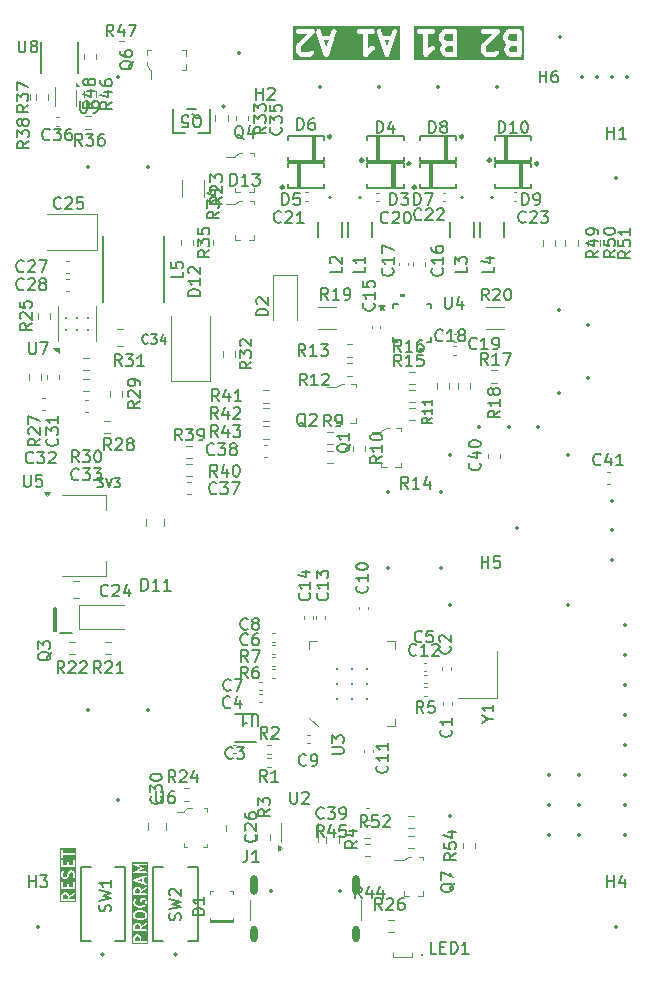
<source format=gto>
%TF.GenerationSoftware,KiCad,Pcbnew,8.0.6*%
%TF.CreationDate,2024-11-28T22:24:40+00:00*%
%TF.ProjectId,StepUp,53746570-5570-42e6-9b69-6361645f7063,v0.1*%
%TF.SameCoordinates,Original*%
%TF.FileFunction,Legend,Top*%
%TF.FilePolarity,Positive*%
%FSLAX46Y46*%
G04 Gerber Fmt 4.6, Leading zero omitted, Abs format (unit mm)*
G04 Created by KiCad (PCBNEW 8.0.6) date 2024-11-28 22:24:40*
%MOMM*%
%LPD*%
G01*
G04 APERTURE LIST*
%ADD10C,0.400000*%
%ADD11C,0.150000*%
%ADD12C,0.152400*%
%ADD13C,0.100000*%
%ADD14C,0.250000*%
%ADD15C,0.120000*%
%ADD16C,0.200000*%
%ADD17C,0.000000*%
%ADD18C,0.350000*%
%ADD19O,0.600000X1.700000*%
%ADD20O,0.600000X1.400000*%
%ADD21C,0.300000*%
G04 APERTURE END LIST*
D10*
G36*
X83836841Y-52633104D02*
G01*
X83638137Y-52036990D01*
X84035546Y-52036990D01*
X83836841Y-52633104D01*
G37*
G36*
X88979699Y-52633104D02*
G01*
X88780995Y-52036990D01*
X89178404Y-52036990D01*
X88979699Y-52633104D01*
G37*
G36*
X90067017Y-53687783D02*
G01*
X81033667Y-53687783D01*
X81033667Y-52694133D01*
X81255889Y-52694133D01*
X81255889Y-52884609D01*
X81259732Y-52923627D01*
X81262481Y-52930264D01*
X81262991Y-52937434D01*
X81277004Y-52974052D01*
X81372242Y-53164528D01*
X81382811Y-53181319D01*
X81384833Y-53186199D01*
X81389340Y-53191691D01*
X81393128Y-53197708D01*
X81397119Y-53201170D01*
X81409706Y-53216506D01*
X81504944Y-53311744D01*
X81520280Y-53324330D01*
X81523742Y-53328322D01*
X81529758Y-53332109D01*
X81535251Y-53336617D01*
X81540130Y-53338638D01*
X81556922Y-53349208D01*
X81747399Y-53444447D01*
X81784016Y-53458459D01*
X81791185Y-53458968D01*
X81797823Y-53461718D01*
X81836841Y-53465561D01*
X82313032Y-53465561D01*
X82352050Y-53461718D01*
X82358687Y-53458968D01*
X82365857Y-53458459D01*
X82402475Y-53444446D01*
X82592951Y-53349208D01*
X82609742Y-53338638D01*
X82614622Y-53336617D01*
X82620114Y-53332109D01*
X82626131Y-53328322D01*
X82629593Y-53324330D01*
X82644929Y-53311744D01*
X82740167Y-53216506D01*
X82765040Y-53186199D01*
X82794903Y-53114103D01*
X82794903Y-53036067D01*
X82765040Y-52963971D01*
X82709860Y-52908791D01*
X82637764Y-52878928D01*
X82559728Y-52878928D01*
X82487632Y-52908791D01*
X82457325Y-52933664D01*
X82385037Y-53005951D01*
X82265819Y-53065561D01*
X81884054Y-53065561D01*
X81764836Y-53005952D01*
X81715498Y-52956614D01*
X81655889Y-52837395D01*
X81655889Y-52726590D01*
X81725934Y-52516453D01*
X82835406Y-51406982D01*
X82860278Y-51376675D01*
X82890141Y-51304579D01*
X82890141Y-51290576D01*
X82971746Y-51290576D01*
X82980438Y-51328807D01*
X83647105Y-53328806D01*
X83663090Y-53364607D01*
X83672451Y-53375401D01*
X83678843Y-53388184D01*
X83697788Y-53404614D01*
X83714219Y-53423560D01*
X83727001Y-53429951D01*
X83737796Y-53439313D01*
X83761587Y-53447243D01*
X83784017Y-53458458D01*
X83798269Y-53459470D01*
X83811827Y-53463990D01*
X83836844Y-53462212D01*
X83861857Y-53463990D01*
X83875411Y-53459471D01*
X83889667Y-53458459D01*
X83912101Y-53447242D01*
X83935888Y-53439313D01*
X83946682Y-53429951D01*
X83959465Y-53423560D01*
X83975895Y-53404614D01*
X83994841Y-53388184D01*
X84001232Y-53375401D01*
X84010594Y-53364607D01*
X84026579Y-53328806D01*
X84693245Y-51328806D01*
X84701937Y-51290575D01*
X84697387Y-51226543D01*
X86402590Y-51226543D01*
X86402590Y-51304579D01*
X86432453Y-51376675D01*
X86487633Y-51431855D01*
X86559729Y-51461718D01*
X86598747Y-51465561D01*
X86970176Y-51465561D01*
X86970176Y-53265561D01*
X86970189Y-53265700D01*
X86970176Y-53265770D01*
X86970216Y-53265972D01*
X86974019Y-53304579D01*
X86981596Y-53322872D01*
X86985480Y-53342291D01*
X86996383Y-53358572D01*
X87003882Y-53376675D01*
X87017885Y-53390678D01*
X87028903Y-53407130D01*
X87045205Y-53417998D01*
X87059062Y-53431855D01*
X87077357Y-53439433D01*
X87093833Y-53450417D01*
X87113055Y-53454219D01*
X87131158Y-53461718D01*
X87150959Y-53461718D01*
X87170385Y-53465561D01*
X87189600Y-53461718D01*
X87209194Y-53461718D01*
X87227487Y-53454140D01*
X87246906Y-53450257D01*
X87263187Y-53439353D01*
X87281290Y-53431855D01*
X87295293Y-53417851D01*
X87311745Y-53406834D01*
X87336323Y-53376821D01*
X87336470Y-53376675D01*
X87336497Y-53376609D01*
X87336586Y-53376501D01*
X87516077Y-53107263D01*
X87669600Y-52953741D01*
X87831047Y-52873018D01*
X87864227Y-52852132D01*
X87915357Y-52793179D01*
X87940034Y-52719147D01*
X87934502Y-52641308D01*
X87899603Y-52571510D01*
X87840651Y-52520381D01*
X87766619Y-52495703D01*
X87688779Y-52501235D01*
X87652162Y-52515247D01*
X87461685Y-52610486D01*
X87444893Y-52621055D01*
X87440014Y-52623077D01*
X87434520Y-52627585D01*
X87428505Y-52631372D01*
X87425044Y-52635361D01*
X87409707Y-52647949D01*
X87370176Y-52687480D01*
X87370176Y-51465561D01*
X87741604Y-51465561D01*
X87780622Y-51461718D01*
X87852718Y-51431855D01*
X87907898Y-51376675D01*
X87937761Y-51304579D01*
X87937761Y-51290576D01*
X88114604Y-51290576D01*
X88123296Y-51328807D01*
X88789963Y-53328806D01*
X88805948Y-53364607D01*
X88815309Y-53375401D01*
X88821701Y-53388184D01*
X88840646Y-53404614D01*
X88857077Y-53423560D01*
X88869859Y-53429951D01*
X88880654Y-53439313D01*
X88904445Y-53447243D01*
X88926875Y-53458458D01*
X88941127Y-53459470D01*
X88954685Y-53463990D01*
X88979702Y-53462212D01*
X89004715Y-53463990D01*
X89018269Y-53459471D01*
X89032525Y-53458459D01*
X89054959Y-53447242D01*
X89078746Y-53439313D01*
X89089540Y-53429951D01*
X89102323Y-53423560D01*
X89118753Y-53404614D01*
X89137699Y-53388184D01*
X89144090Y-53375401D01*
X89153452Y-53364607D01*
X89169437Y-53328806D01*
X89836103Y-51328806D01*
X89844795Y-51290575D01*
X89839264Y-51212736D01*
X89804365Y-51142938D01*
X89745412Y-51091809D01*
X89671381Y-51067131D01*
X89593541Y-51072663D01*
X89523743Y-51107562D01*
X89472614Y-51166515D01*
X89456629Y-51202315D01*
X89311738Y-51636990D01*
X88647662Y-51636990D01*
X88502770Y-51202315D01*
X88486785Y-51166515D01*
X88435656Y-51107562D01*
X88365858Y-51072663D01*
X88288018Y-51067132D01*
X88213987Y-51091809D01*
X88155034Y-51142938D01*
X88120135Y-51212736D01*
X88114604Y-51290576D01*
X87937761Y-51290576D01*
X87937761Y-51226543D01*
X87907898Y-51154447D01*
X87852718Y-51099267D01*
X87780622Y-51069404D01*
X87741604Y-51065561D01*
X86598747Y-51065561D01*
X86559729Y-51069404D01*
X86487633Y-51099267D01*
X86432453Y-51154447D01*
X86402590Y-51226543D01*
X84697387Y-51226543D01*
X84696406Y-51212736D01*
X84661507Y-51142938D01*
X84602554Y-51091809D01*
X84528523Y-51067131D01*
X84450683Y-51072663D01*
X84380885Y-51107562D01*
X84329756Y-51166515D01*
X84313771Y-51202315D01*
X84168880Y-51636990D01*
X83504804Y-51636990D01*
X83359912Y-51202315D01*
X83343927Y-51166515D01*
X83292798Y-51107562D01*
X83223000Y-51072663D01*
X83145160Y-51067132D01*
X83071129Y-51091809D01*
X83012176Y-51142938D01*
X82977277Y-51212736D01*
X82971746Y-51290576D01*
X82890141Y-51290576D01*
X82890141Y-51226542D01*
X82860278Y-51154447D01*
X82805098Y-51099267D01*
X82733002Y-51069404D01*
X82693984Y-51065561D01*
X81455889Y-51065561D01*
X81416871Y-51069404D01*
X81344775Y-51099267D01*
X81289595Y-51154447D01*
X81259732Y-51226543D01*
X81259732Y-51304579D01*
X81289595Y-51376675D01*
X81344775Y-51431855D01*
X81416871Y-51461718D01*
X81455889Y-51465561D01*
X82211142Y-51465561D01*
X81409706Y-52266998D01*
X81384833Y-52297305D01*
X81382082Y-52303944D01*
X81377375Y-52309373D01*
X81361390Y-52345173D01*
X81266152Y-52630887D01*
X81261752Y-52650236D01*
X81259732Y-52655115D01*
X81259035Y-52662189D01*
X81257460Y-52669118D01*
X81257834Y-52674383D01*
X81255889Y-52694133D01*
X81033667Y-52694133D01*
X81033667Y-50843339D01*
X90067017Y-50843339D01*
X90067017Y-53687783D01*
G37*
D11*
G36*
X61853963Y-124361639D02*
G01*
X61884370Y-124392046D01*
X61918628Y-124460562D01*
X61918628Y-124748809D01*
X61544819Y-124748809D01*
X61544819Y-124460562D01*
X61579077Y-124392046D01*
X61609484Y-124361639D01*
X61678000Y-124327381D01*
X61785447Y-124327381D01*
X61853963Y-124361639D01*
G37*
G36*
X62655930Y-125009920D02*
G01*
X61283708Y-125009920D01*
X61283708Y-124442857D01*
X61394819Y-124442857D01*
X61394819Y-124823809D01*
X61396260Y-124838441D01*
X61407459Y-124865477D01*
X61428151Y-124886169D01*
X61455187Y-124897368D01*
X61469819Y-124898809D01*
X62469819Y-124898809D01*
X62484451Y-124897368D01*
X62511487Y-124886169D01*
X62532179Y-124865477D01*
X62543378Y-124838441D01*
X62543378Y-124809177D01*
X62532179Y-124782141D01*
X62511487Y-124761449D01*
X62484451Y-124750250D01*
X62469819Y-124748809D01*
X62068628Y-124748809D01*
X62068628Y-124624763D01*
X62512829Y-124313823D01*
X62523989Y-124304252D01*
X62539716Y-124279573D01*
X62544802Y-124250756D01*
X62538472Y-124222185D01*
X62521690Y-124198211D01*
X62497012Y-124182484D01*
X62468194Y-124177399D01*
X62439623Y-124183728D01*
X62426810Y-124190938D01*
X62068518Y-124441741D01*
X62067187Y-124428225D01*
X62066156Y-124425736D01*
X62065965Y-124423047D01*
X62060710Y-124409316D01*
X62013091Y-124314078D01*
X62009126Y-124307778D01*
X62008369Y-124305951D01*
X62006680Y-124303894D01*
X62005259Y-124301635D01*
X62003760Y-124300335D01*
X61999042Y-124294586D01*
X61951423Y-124246967D01*
X61945673Y-124242248D01*
X61944374Y-124240750D01*
X61942114Y-124239328D01*
X61940058Y-124237640D01*
X61938230Y-124236882D01*
X61931931Y-124232918D01*
X61836693Y-124185299D01*
X61822961Y-124180044D01*
X61820273Y-124179853D01*
X61817784Y-124178822D01*
X61803152Y-124177381D01*
X61660295Y-124177381D01*
X61645663Y-124178822D01*
X61643174Y-124179852D01*
X61640485Y-124180044D01*
X61626754Y-124185299D01*
X61531516Y-124232918D01*
X61525216Y-124236882D01*
X61523389Y-124237640D01*
X61521332Y-124239328D01*
X61519073Y-124240750D01*
X61517773Y-124242248D01*
X61512024Y-124246967D01*
X61464405Y-124294586D01*
X61459686Y-124300335D01*
X61458188Y-124301635D01*
X61456766Y-124303894D01*
X61455078Y-124305951D01*
X61454320Y-124307778D01*
X61450356Y-124314078D01*
X61402737Y-124409316D01*
X61397482Y-124423048D01*
X61397291Y-124425735D01*
X61396260Y-124428225D01*
X61394819Y-124442857D01*
X61283708Y-124442857D01*
X61283708Y-123347619D01*
X61394819Y-123347619D01*
X61394819Y-123823809D01*
X61396260Y-123838441D01*
X61407459Y-123865477D01*
X61428151Y-123886169D01*
X61455187Y-123897368D01*
X61469819Y-123898809D01*
X62469819Y-123898809D01*
X62484451Y-123897368D01*
X62511487Y-123886169D01*
X62532179Y-123865477D01*
X62543378Y-123838441D01*
X62544819Y-123823809D01*
X62544819Y-123347619D01*
X62543378Y-123332987D01*
X62532179Y-123305951D01*
X62511487Y-123285259D01*
X62484451Y-123274060D01*
X62455187Y-123274060D01*
X62428151Y-123285259D01*
X62407459Y-123305951D01*
X62396260Y-123332987D01*
X62394819Y-123347619D01*
X62394819Y-123748809D01*
X62021009Y-123748809D01*
X62021009Y-123490476D01*
X62019568Y-123475844D01*
X62008369Y-123448808D01*
X61987677Y-123428116D01*
X61960641Y-123416917D01*
X61931377Y-123416917D01*
X61904341Y-123428116D01*
X61883649Y-123448808D01*
X61872450Y-123475844D01*
X61871009Y-123490476D01*
X61871009Y-123748809D01*
X61544819Y-123748809D01*
X61544819Y-123347619D01*
X61543378Y-123332987D01*
X61532179Y-123305951D01*
X61511487Y-123285259D01*
X61484451Y-123274060D01*
X61455187Y-123274060D01*
X61428151Y-123285259D01*
X61407459Y-123305951D01*
X61396260Y-123332987D01*
X61394819Y-123347619D01*
X61283708Y-123347619D01*
X61283708Y-122538095D01*
X61394819Y-122538095D01*
X61394819Y-122776190D01*
X61396260Y-122790822D01*
X61397291Y-122793311D01*
X61397482Y-122795999D01*
X61402737Y-122809731D01*
X61450356Y-122904969D01*
X61454320Y-122911268D01*
X61455078Y-122913096D01*
X61456766Y-122915152D01*
X61458188Y-122917412D01*
X61459686Y-122918711D01*
X61464405Y-122924461D01*
X61512024Y-122972080D01*
X61517773Y-122976798D01*
X61519073Y-122978297D01*
X61521332Y-122979718D01*
X61523389Y-122981407D01*
X61525216Y-122982164D01*
X61531516Y-122986129D01*
X61626754Y-123033748D01*
X61640485Y-123039003D01*
X61643174Y-123039194D01*
X61645663Y-123040225D01*
X61660295Y-123041666D01*
X61755533Y-123041666D01*
X61770165Y-123040225D01*
X61772654Y-123039193D01*
X61775342Y-123039003D01*
X61789074Y-123033748D01*
X61884312Y-122986129D01*
X61890611Y-122982164D01*
X61892439Y-122981407D01*
X61894495Y-122979718D01*
X61896755Y-122978297D01*
X61898054Y-122976798D01*
X61903804Y-122972080D01*
X61951423Y-122924461D01*
X61956141Y-122918711D01*
X61957640Y-122917412D01*
X61959061Y-122915152D01*
X61960750Y-122913096D01*
X61961507Y-122911268D01*
X61965472Y-122904969D01*
X62013091Y-122809731D01*
X62013500Y-122808661D01*
X62013823Y-122808226D01*
X62016015Y-122802089D01*
X62018346Y-122796000D01*
X62018384Y-122795459D01*
X62018770Y-122794380D01*
X62064392Y-122611890D01*
X62102886Y-122534903D01*
X62133293Y-122504496D01*
X62201809Y-122470238D01*
X62261637Y-122470238D01*
X62330153Y-122504496D01*
X62360561Y-122534903D01*
X62394819Y-122603419D01*
X62394819Y-122811639D01*
X62351049Y-122942949D01*
X62347789Y-122957286D01*
X62349864Y-122986476D01*
X62362950Y-123012649D01*
X62385057Y-123031823D01*
X62412820Y-123041077D01*
X62442010Y-123039002D01*
X62468183Y-123025916D01*
X62487357Y-123003809D01*
X62493351Y-122990383D01*
X62540970Y-122847527D01*
X62542619Y-122840271D01*
X62543378Y-122838441D01*
X62543639Y-122835787D01*
X62544230Y-122833190D01*
X62544089Y-122831215D01*
X62544819Y-122823809D01*
X62544819Y-122585714D01*
X62543378Y-122571082D01*
X62542347Y-122568593D01*
X62542156Y-122565904D01*
X62536901Y-122552173D01*
X62489282Y-122456935D01*
X62485317Y-122450635D01*
X62484560Y-122448808D01*
X62482872Y-122446751D01*
X62481450Y-122444492D01*
X62479950Y-122443191D01*
X62475232Y-122437442D01*
X62427612Y-122389823D01*
X62421863Y-122385105D01*
X62420564Y-122383607D01*
X62418305Y-122382185D01*
X62416247Y-122380496D01*
X62414417Y-122379738D01*
X62408121Y-122375775D01*
X62312883Y-122328156D01*
X62299151Y-122322901D01*
X62296463Y-122322710D01*
X62293974Y-122321679D01*
X62279342Y-122320238D01*
X62184104Y-122320238D01*
X62169472Y-122321679D01*
X62166983Y-122322709D01*
X62164294Y-122322901D01*
X62150563Y-122328156D01*
X62055325Y-122375775D01*
X62049025Y-122379739D01*
X62047198Y-122380497D01*
X62045141Y-122382185D01*
X62042882Y-122383607D01*
X62041582Y-122385105D01*
X62035833Y-122389824D01*
X61988214Y-122437443D01*
X61983495Y-122443192D01*
X61981997Y-122444492D01*
X61980575Y-122446751D01*
X61978887Y-122448808D01*
X61978129Y-122450635D01*
X61974165Y-122456935D01*
X61926546Y-122552173D01*
X61926136Y-122553242D01*
X61925814Y-122553678D01*
X61923618Y-122559823D01*
X61921291Y-122565905D01*
X61921252Y-122566444D01*
X61920867Y-122567524D01*
X61875244Y-122750014D01*
X61836751Y-122827001D01*
X61806344Y-122857408D01*
X61737828Y-122891666D01*
X61678000Y-122891666D01*
X61609484Y-122857408D01*
X61579077Y-122827001D01*
X61544819Y-122758485D01*
X61544819Y-122550265D01*
X61588589Y-122418956D01*
X61591849Y-122404619D01*
X61589774Y-122375429D01*
X61576688Y-122349255D01*
X61554580Y-122330081D01*
X61526818Y-122320827D01*
X61497628Y-122322902D01*
X61471455Y-122335989D01*
X61452281Y-122358096D01*
X61446287Y-122371521D01*
X61398668Y-122514378D01*
X61397018Y-122521631D01*
X61396260Y-122523463D01*
X61395998Y-122526117D01*
X61395408Y-122528715D01*
X61395548Y-122530689D01*
X61394819Y-122538095D01*
X61283708Y-122538095D01*
X61283708Y-121490476D01*
X61394819Y-121490476D01*
X61394819Y-121966666D01*
X61396260Y-121981298D01*
X61407459Y-122008334D01*
X61428151Y-122029026D01*
X61455187Y-122040225D01*
X61469819Y-122041666D01*
X62469819Y-122041666D01*
X62484451Y-122040225D01*
X62511487Y-122029026D01*
X62532179Y-122008334D01*
X62543378Y-121981298D01*
X62544819Y-121966666D01*
X62544819Y-121490476D01*
X62543378Y-121475844D01*
X62532179Y-121448808D01*
X62511487Y-121428116D01*
X62484451Y-121416917D01*
X62455187Y-121416917D01*
X62428151Y-121428116D01*
X62407459Y-121448808D01*
X62396260Y-121475844D01*
X62394819Y-121490476D01*
X62394819Y-121891666D01*
X62021009Y-121891666D01*
X62021009Y-121633333D01*
X62019568Y-121618701D01*
X62008369Y-121591665D01*
X61987677Y-121570973D01*
X61960641Y-121559774D01*
X61931377Y-121559774D01*
X61904341Y-121570973D01*
X61883649Y-121591665D01*
X61872450Y-121618701D01*
X61871009Y-121633333D01*
X61871009Y-121891666D01*
X61544819Y-121891666D01*
X61544819Y-121490476D01*
X61543378Y-121475844D01*
X61532179Y-121448808D01*
X61511487Y-121428116D01*
X61484451Y-121416917D01*
X61455187Y-121416917D01*
X61428151Y-121428116D01*
X61407459Y-121448808D01*
X61396260Y-121475844D01*
X61394819Y-121490476D01*
X61283708Y-121490476D01*
X61283708Y-120633333D01*
X61394819Y-120633333D01*
X61394819Y-121204761D01*
X61396260Y-121219393D01*
X61407459Y-121246429D01*
X61428151Y-121267121D01*
X61455187Y-121278320D01*
X61484451Y-121278320D01*
X61511487Y-121267121D01*
X61532179Y-121246429D01*
X61543378Y-121219393D01*
X61544819Y-121204761D01*
X61544819Y-120994047D01*
X62469819Y-120994047D01*
X62484451Y-120992606D01*
X62511487Y-120981407D01*
X62532179Y-120960715D01*
X62543378Y-120933679D01*
X62543378Y-120904415D01*
X62532179Y-120877379D01*
X62511487Y-120856687D01*
X62484451Y-120845488D01*
X62469819Y-120844047D01*
X61544819Y-120844047D01*
X61544819Y-120633333D01*
X61543378Y-120618701D01*
X61532179Y-120591665D01*
X61511487Y-120570973D01*
X61484451Y-120559774D01*
X61455187Y-120559774D01*
X61428151Y-120570973D01*
X61407459Y-120591665D01*
X61396260Y-120618701D01*
X61394819Y-120633333D01*
X61283708Y-120633333D01*
X61283708Y-120448663D01*
X62655930Y-120448663D01*
X62655930Y-125009920D01*
G37*
G36*
X67953963Y-127923543D02*
G01*
X67984370Y-127953950D01*
X68018628Y-128022466D01*
X68018628Y-128310713D01*
X67644819Y-128310713D01*
X67644819Y-128022466D01*
X67679077Y-127953950D01*
X67709484Y-127923543D01*
X67778000Y-127889285D01*
X67885447Y-127889285D01*
X67953963Y-127923543D01*
G37*
G36*
X67953963Y-126923543D02*
G01*
X67984370Y-126953950D01*
X68018628Y-127022466D01*
X68018628Y-127310713D01*
X67644819Y-127310713D01*
X67644819Y-127022466D01*
X67679077Y-126953950D01*
X67709484Y-126923543D01*
X67778000Y-126889285D01*
X67885447Y-126889285D01*
X67953963Y-126923543D01*
G37*
G36*
X68388617Y-125882007D02*
G01*
X68460561Y-125953950D01*
X68494819Y-126022466D01*
X68494819Y-126177532D01*
X68460561Y-126246047D01*
X68388617Y-126317990D01*
X68227251Y-126358332D01*
X67912386Y-126358332D01*
X67751019Y-126317990D01*
X67679077Y-126246048D01*
X67644819Y-126177532D01*
X67644819Y-126022466D01*
X67679077Y-125953950D01*
X67751019Y-125882007D01*
X67912386Y-125841666D01*
X68227251Y-125841666D01*
X68388617Y-125882007D01*
G37*
G36*
X67953963Y-123875924D02*
G01*
X67984370Y-123906331D01*
X68018628Y-123974847D01*
X68018628Y-124263094D01*
X67644819Y-124263094D01*
X67644819Y-123974847D01*
X67679077Y-123906331D01*
X67709484Y-123875924D01*
X67778000Y-123841666D01*
X67885447Y-123841666D01*
X67953963Y-123875924D01*
G37*
G36*
X68209104Y-123281656D02*
G01*
X67806989Y-123147618D01*
X68209104Y-123013579D01*
X68209104Y-123281656D01*
G37*
G36*
X68755930Y-128571824D02*
G01*
X67383708Y-128571824D01*
X67383708Y-128004761D01*
X67494819Y-128004761D01*
X67494819Y-128385713D01*
X67496260Y-128400345D01*
X67507459Y-128427381D01*
X67528151Y-128448073D01*
X67555187Y-128459272D01*
X67569819Y-128460713D01*
X68569819Y-128460713D01*
X68584451Y-128459272D01*
X68611487Y-128448073D01*
X68632179Y-128427381D01*
X68643378Y-128400345D01*
X68643378Y-128371081D01*
X68632179Y-128344045D01*
X68611487Y-128323353D01*
X68584451Y-128312154D01*
X68569819Y-128310713D01*
X68168628Y-128310713D01*
X68168628Y-128004761D01*
X68167187Y-127990129D01*
X68166156Y-127987640D01*
X68165965Y-127984951D01*
X68160710Y-127971220D01*
X68113091Y-127875982D01*
X68109126Y-127869682D01*
X68108369Y-127867855D01*
X68106680Y-127865798D01*
X68105259Y-127863539D01*
X68103760Y-127862239D01*
X68099042Y-127856490D01*
X68051423Y-127808871D01*
X68045673Y-127804152D01*
X68044374Y-127802654D01*
X68042114Y-127801232D01*
X68040058Y-127799544D01*
X68038230Y-127798786D01*
X68031931Y-127794822D01*
X67936693Y-127747203D01*
X67922961Y-127741948D01*
X67920273Y-127741757D01*
X67917784Y-127740726D01*
X67903152Y-127739285D01*
X67760295Y-127739285D01*
X67745663Y-127740726D01*
X67743174Y-127741756D01*
X67740485Y-127741948D01*
X67726754Y-127747203D01*
X67631516Y-127794822D01*
X67625216Y-127798786D01*
X67623389Y-127799544D01*
X67621332Y-127801232D01*
X67619073Y-127802654D01*
X67617773Y-127804152D01*
X67612024Y-127808871D01*
X67564405Y-127856490D01*
X67559686Y-127862239D01*
X67558188Y-127863539D01*
X67556766Y-127865798D01*
X67555078Y-127867855D01*
X67554320Y-127869682D01*
X67550356Y-127875982D01*
X67502737Y-127971220D01*
X67497482Y-127984952D01*
X67497291Y-127987639D01*
X67496260Y-127990129D01*
X67494819Y-128004761D01*
X67383708Y-128004761D01*
X67383708Y-127004761D01*
X67494819Y-127004761D01*
X67494819Y-127385713D01*
X67496260Y-127400345D01*
X67507459Y-127427381D01*
X67528151Y-127448073D01*
X67555187Y-127459272D01*
X67569819Y-127460713D01*
X68569819Y-127460713D01*
X68584451Y-127459272D01*
X68611487Y-127448073D01*
X68632179Y-127427381D01*
X68643378Y-127400345D01*
X68643378Y-127371081D01*
X68632179Y-127344045D01*
X68611487Y-127323353D01*
X68584451Y-127312154D01*
X68569819Y-127310713D01*
X68168628Y-127310713D01*
X68168628Y-127186667D01*
X68612829Y-126875727D01*
X68623989Y-126866156D01*
X68639716Y-126841477D01*
X68644802Y-126812660D01*
X68638472Y-126784089D01*
X68621690Y-126760115D01*
X68597012Y-126744388D01*
X68568194Y-126739303D01*
X68539623Y-126745632D01*
X68526810Y-126752842D01*
X68168518Y-127003645D01*
X68167187Y-126990129D01*
X68166156Y-126987640D01*
X68165965Y-126984951D01*
X68160710Y-126971220D01*
X68113091Y-126875982D01*
X68109126Y-126869682D01*
X68108369Y-126867855D01*
X68106680Y-126865798D01*
X68105259Y-126863539D01*
X68103760Y-126862239D01*
X68099042Y-126856490D01*
X68051423Y-126808871D01*
X68045673Y-126804152D01*
X68044374Y-126802654D01*
X68042114Y-126801232D01*
X68040058Y-126799544D01*
X68038230Y-126798786D01*
X68031931Y-126794822D01*
X67936693Y-126747203D01*
X67922961Y-126741948D01*
X67920273Y-126741757D01*
X67917784Y-126740726D01*
X67903152Y-126739285D01*
X67760295Y-126739285D01*
X67745663Y-126740726D01*
X67743174Y-126741756D01*
X67740485Y-126741948D01*
X67726754Y-126747203D01*
X67631516Y-126794822D01*
X67625216Y-126798786D01*
X67623389Y-126799544D01*
X67621332Y-126801232D01*
X67619073Y-126802654D01*
X67617773Y-126804152D01*
X67612024Y-126808871D01*
X67564405Y-126856490D01*
X67559686Y-126862239D01*
X67558188Y-126863539D01*
X67556766Y-126865798D01*
X67555078Y-126867855D01*
X67554320Y-126869682D01*
X67550356Y-126875982D01*
X67502737Y-126971220D01*
X67497482Y-126984952D01*
X67497291Y-126987639D01*
X67496260Y-126990129D01*
X67494819Y-127004761D01*
X67383708Y-127004761D01*
X67383708Y-126004761D01*
X67494819Y-126004761D01*
X67494819Y-126195237D01*
X67496260Y-126209869D01*
X67497291Y-126212358D01*
X67497482Y-126215046D01*
X67502737Y-126228778D01*
X67550356Y-126324016D01*
X67554320Y-126330315D01*
X67555078Y-126332143D01*
X67556766Y-126334199D01*
X67558188Y-126336459D01*
X67559686Y-126337758D01*
X67564405Y-126343508D01*
X67659643Y-126438746D01*
X67671008Y-126448074D01*
X67676161Y-126450208D01*
X67680640Y-126453527D01*
X67694486Y-126458474D01*
X67884962Y-126506093D01*
X67887498Y-126506468D01*
X67888520Y-126506891D01*
X67894032Y-126507433D01*
X67899506Y-126508243D01*
X67900598Y-126508080D01*
X67903152Y-126508332D01*
X68236485Y-126508332D01*
X68239038Y-126508080D01*
X68240131Y-126508243D01*
X68245604Y-126507433D01*
X68251117Y-126506891D01*
X68252138Y-126506468D01*
X68254675Y-126506093D01*
X68445151Y-126458474D01*
X68458997Y-126453527D01*
X68463476Y-126450207D01*
X68468628Y-126448074D01*
X68479994Y-126438746D01*
X68575233Y-126343508D01*
X68579953Y-126337757D01*
X68581450Y-126336459D01*
X68582869Y-126334204D01*
X68584561Y-126332143D01*
X68585319Y-126330310D01*
X68589282Y-126324016D01*
X68636901Y-126228778D01*
X68642156Y-126215047D01*
X68642347Y-126212357D01*
X68643378Y-126209869D01*
X68644819Y-126195237D01*
X68644819Y-126004761D01*
X68643378Y-125990129D01*
X68642347Y-125987640D01*
X68642156Y-125984951D01*
X68636901Y-125971220D01*
X68589282Y-125875982D01*
X68585319Y-125869687D01*
X68584561Y-125867855D01*
X68582869Y-125865793D01*
X68581450Y-125863539D01*
X68579953Y-125862240D01*
X68575233Y-125856490D01*
X68479994Y-125761252D01*
X68468628Y-125751924D01*
X68463476Y-125749790D01*
X68458997Y-125746471D01*
X68445151Y-125741524D01*
X68254675Y-125693905D01*
X68252138Y-125693529D01*
X68251117Y-125693107D01*
X68245604Y-125692564D01*
X68240131Y-125691755D01*
X68239038Y-125691917D01*
X68236485Y-125691666D01*
X67903152Y-125691666D01*
X67900598Y-125691917D01*
X67899506Y-125691755D01*
X67894032Y-125692564D01*
X67888520Y-125693107D01*
X67887498Y-125693529D01*
X67884962Y-125693905D01*
X67694486Y-125741524D01*
X67680640Y-125746471D01*
X67676161Y-125749789D01*
X67671008Y-125751924D01*
X67659643Y-125761252D01*
X67564405Y-125856490D01*
X67559686Y-125862239D01*
X67558188Y-125863539D01*
X67556766Y-125865798D01*
X67555078Y-125867855D01*
X67554320Y-125869682D01*
X67550356Y-125875982D01*
X67502737Y-125971220D01*
X67497482Y-125984952D01*
X67497291Y-125987639D01*
X67496260Y-125990129D01*
X67494819Y-126004761D01*
X67383708Y-126004761D01*
X67383708Y-124909523D01*
X67494819Y-124909523D01*
X67494819Y-125052380D01*
X67495548Y-125059785D01*
X67495408Y-125061760D01*
X67495998Y-125064357D01*
X67496260Y-125067012D01*
X67497018Y-125068843D01*
X67498668Y-125076097D01*
X67546287Y-125218954D01*
X67552281Y-125232379D01*
X67554046Y-125234414D01*
X67555078Y-125236905D01*
X67564405Y-125248270D01*
X67659643Y-125343508D01*
X67665393Y-125348228D01*
X67666692Y-125349725D01*
X67668946Y-125351144D01*
X67671008Y-125352836D01*
X67672840Y-125353594D01*
X67679135Y-125357557D01*
X67774373Y-125405176D01*
X67775442Y-125405585D01*
X67775878Y-125405908D01*
X67782014Y-125408100D01*
X67788104Y-125410431D01*
X67788644Y-125410469D01*
X67789724Y-125410855D01*
X67980200Y-125458474D01*
X67982736Y-125458849D01*
X67983758Y-125459272D01*
X67989270Y-125459814D01*
X67994744Y-125460624D01*
X67995836Y-125460461D01*
X67998390Y-125460713D01*
X68141247Y-125460713D01*
X68143800Y-125460461D01*
X68144893Y-125460624D01*
X68150366Y-125459814D01*
X68155879Y-125459272D01*
X68156900Y-125458849D01*
X68159437Y-125458474D01*
X68349913Y-125410855D01*
X68350992Y-125410469D01*
X68351532Y-125410431D01*
X68357613Y-125408103D01*
X68363759Y-125405908D01*
X68364194Y-125405585D01*
X68365264Y-125405176D01*
X68460502Y-125357557D01*
X68466798Y-125353593D01*
X68468628Y-125352836D01*
X68470686Y-125351146D01*
X68472945Y-125349725D01*
X68474244Y-125348226D01*
X68479994Y-125343508D01*
X68575233Y-125248270D01*
X68584561Y-125236905D01*
X68585592Y-125234414D01*
X68587357Y-125232380D01*
X68593351Y-125218954D01*
X68640970Y-125076098D01*
X68642619Y-125068842D01*
X68643378Y-125067012D01*
X68643639Y-125064358D01*
X68644230Y-125061761D01*
X68644089Y-125059786D01*
X68644819Y-125052380D01*
X68644819Y-124957142D01*
X68644089Y-124949735D01*
X68644230Y-124947761D01*
X68643639Y-124945163D01*
X68643378Y-124942510D01*
X68642619Y-124940679D01*
X68640970Y-124933424D01*
X68593351Y-124790568D01*
X68587357Y-124777142D01*
X68585590Y-124775105D01*
X68584560Y-124772617D01*
X68575232Y-124761251D01*
X68527612Y-124713632D01*
X68516247Y-124704305D01*
X68500410Y-124697745D01*
X68489212Y-124693107D01*
X68474580Y-124691666D01*
X68141247Y-124691666D01*
X68126615Y-124693107D01*
X68099579Y-124704306D01*
X68078887Y-124724998D01*
X68067688Y-124752034D01*
X68066247Y-124766666D01*
X68066247Y-124957142D01*
X68067688Y-124971774D01*
X68078887Y-124998810D01*
X68099579Y-125019502D01*
X68126615Y-125030701D01*
X68155879Y-125030701D01*
X68182915Y-125019502D01*
X68203607Y-124998810D01*
X68214806Y-124971774D01*
X68216247Y-124957142D01*
X68216247Y-124841666D01*
X68443514Y-124841666D01*
X68456648Y-124854799D01*
X68494819Y-124969312D01*
X68494819Y-125040210D01*
X68456648Y-125154722D01*
X68382534Y-125228835D01*
X68305547Y-125267329D01*
X68132013Y-125310713D01*
X68007624Y-125310713D01*
X67834090Y-125267329D01*
X67757103Y-125228836D01*
X67682990Y-125154723D01*
X67644819Y-125040209D01*
X67644819Y-124927228D01*
X67684520Y-124847826D01*
X67689775Y-124834095D01*
X67691849Y-124804905D01*
X67682595Y-124777143D01*
X67663422Y-124755036D01*
X67637247Y-124741948D01*
X67608057Y-124739874D01*
X67580296Y-124749128D01*
X67558188Y-124768301D01*
X67550356Y-124780744D01*
X67502737Y-124875982D01*
X67497482Y-124889714D01*
X67497291Y-124892401D01*
X67496260Y-124894891D01*
X67494819Y-124909523D01*
X67383708Y-124909523D01*
X67383708Y-123957142D01*
X67494819Y-123957142D01*
X67494819Y-124338094D01*
X67496260Y-124352726D01*
X67507459Y-124379762D01*
X67528151Y-124400454D01*
X67555187Y-124411653D01*
X67569819Y-124413094D01*
X68569819Y-124413094D01*
X68584451Y-124411653D01*
X68611487Y-124400454D01*
X68632179Y-124379762D01*
X68643378Y-124352726D01*
X68643378Y-124323462D01*
X68632179Y-124296426D01*
X68611487Y-124275734D01*
X68584451Y-124264535D01*
X68569819Y-124263094D01*
X68168628Y-124263094D01*
X68168628Y-124139048D01*
X68612829Y-123828108D01*
X68623989Y-123818537D01*
X68639716Y-123793858D01*
X68644802Y-123765041D01*
X68638472Y-123736470D01*
X68621690Y-123712496D01*
X68597012Y-123696769D01*
X68568194Y-123691684D01*
X68539623Y-123698013D01*
X68526810Y-123705223D01*
X68168518Y-123956026D01*
X68167187Y-123942510D01*
X68166156Y-123940021D01*
X68165965Y-123937332D01*
X68160710Y-123923601D01*
X68113091Y-123828363D01*
X68109126Y-123822063D01*
X68108369Y-123820236D01*
X68106680Y-123818179D01*
X68105259Y-123815920D01*
X68103760Y-123814620D01*
X68099042Y-123808871D01*
X68051423Y-123761252D01*
X68045673Y-123756533D01*
X68044374Y-123755035D01*
X68042114Y-123753613D01*
X68040058Y-123751925D01*
X68038230Y-123751167D01*
X68031931Y-123747203D01*
X67936693Y-123699584D01*
X67922961Y-123694329D01*
X67920273Y-123694138D01*
X67917784Y-123693107D01*
X67903152Y-123691666D01*
X67760295Y-123691666D01*
X67745663Y-123693107D01*
X67743174Y-123694137D01*
X67740485Y-123694329D01*
X67726754Y-123699584D01*
X67631516Y-123747203D01*
X67625216Y-123751167D01*
X67623389Y-123751925D01*
X67621332Y-123753613D01*
X67619073Y-123755035D01*
X67617773Y-123756533D01*
X67612024Y-123761252D01*
X67564405Y-123808871D01*
X67559686Y-123814620D01*
X67558188Y-123815920D01*
X67556766Y-123818179D01*
X67555078Y-123820236D01*
X67554320Y-123822063D01*
X67550356Y-123828363D01*
X67502737Y-123923601D01*
X67497482Y-123937333D01*
X67497291Y-123940020D01*
X67496260Y-123942510D01*
X67494819Y-123957142D01*
X67383708Y-123957142D01*
X67383708Y-123138238D01*
X67495408Y-123138238D01*
X67496074Y-123147618D01*
X67495408Y-123156998D01*
X67497103Y-123162083D01*
X67497483Y-123167428D01*
X67501687Y-123175837D01*
X67504662Y-123184761D01*
X67508173Y-123188809D01*
X67510569Y-123193601D01*
X67517673Y-123199763D01*
X67523836Y-123206868D01*
X67528627Y-123209263D01*
X67532676Y-123212775D01*
X67546102Y-123218769D01*
X68546102Y-123552102D01*
X68560438Y-123555362D01*
X68589628Y-123553287D01*
X68615802Y-123540201D01*
X68634976Y-123518093D01*
X68644230Y-123490331D01*
X68642155Y-123461141D01*
X68629068Y-123434968D01*
X68606961Y-123415794D01*
X68593536Y-123409800D01*
X68359104Y-123331656D01*
X68359104Y-122963579D01*
X68593536Y-122885436D01*
X68606961Y-122879442D01*
X68629068Y-122860268D01*
X68642155Y-122834095D01*
X68644230Y-122804905D01*
X68634976Y-122777143D01*
X68615802Y-122755035D01*
X68589628Y-122741949D01*
X68560438Y-122739874D01*
X68546102Y-122743134D01*
X67546102Y-123076467D01*
X67532676Y-123082461D01*
X67528627Y-123085972D01*
X67523836Y-123088368D01*
X67517673Y-123095472D01*
X67510569Y-123101635D01*
X67508173Y-123106426D01*
X67504662Y-123110475D01*
X67501687Y-123119398D01*
X67497483Y-123127808D01*
X67497103Y-123133152D01*
X67495408Y-123138238D01*
X67383708Y-123138238D01*
X67383708Y-121825673D01*
X67495689Y-121825673D01*
X67496260Y-121827243D01*
X67496260Y-121828917D01*
X67501241Y-121840943D01*
X67505689Y-121853174D01*
X67506818Y-121854407D01*
X67507459Y-121855953D01*
X67516664Y-121865158D01*
X67525453Y-121874755D01*
X67527435Y-121875929D01*
X67528151Y-121876645D01*
X67529787Y-121877323D01*
X67538103Y-121882249D01*
X68106750Y-122147618D01*
X67538103Y-122412987D01*
X67529787Y-122417912D01*
X67528151Y-122418591D01*
X67527435Y-122419306D01*
X67525453Y-122420481D01*
X67516664Y-122430077D01*
X67507459Y-122439283D01*
X67506818Y-122440828D01*
X67505689Y-122442062D01*
X67501241Y-122454292D01*
X67496260Y-122466319D01*
X67496260Y-122467992D01*
X67495689Y-122469563D01*
X67496260Y-122482564D01*
X67496260Y-122495583D01*
X67496899Y-122497127D01*
X67496973Y-122498799D01*
X67502479Y-122510597D01*
X67507459Y-122522619D01*
X67508641Y-122523801D01*
X67509349Y-122525317D01*
X67518945Y-122534105D01*
X67528151Y-122543311D01*
X67529696Y-122543951D01*
X67530930Y-122545081D01*
X67543160Y-122549528D01*
X67555187Y-122554510D01*
X67557482Y-122554736D01*
X67558431Y-122555081D01*
X67560197Y-122555003D01*
X67569819Y-122555951D01*
X68569819Y-122555951D01*
X68584451Y-122554510D01*
X68611487Y-122543311D01*
X68632179Y-122522619D01*
X68643378Y-122495583D01*
X68643378Y-122466319D01*
X68632179Y-122439283D01*
X68611487Y-122418591D01*
X68584451Y-122407392D01*
X68569819Y-122405951D01*
X67907887Y-122405951D01*
X68315821Y-122215582D01*
X68321180Y-122212407D01*
X68322993Y-122211748D01*
X68324275Y-122210573D01*
X68328471Y-122208088D01*
X68336168Y-122199682D01*
X68344575Y-122191984D01*
X68345984Y-122188963D01*
X68348234Y-122186507D01*
X68352128Y-122175797D01*
X68356950Y-122165466D01*
X68357096Y-122162137D01*
X68358235Y-122159006D01*
X68357734Y-122147618D01*
X68358235Y-122136230D01*
X68357096Y-122133098D01*
X68356950Y-122129770D01*
X68352128Y-122119438D01*
X68348234Y-122108729D01*
X68345984Y-122106272D01*
X68344575Y-122103252D01*
X68336168Y-122095553D01*
X68328471Y-122087148D01*
X68324275Y-122084662D01*
X68322993Y-122083488D01*
X68321180Y-122082828D01*
X68315821Y-122079654D01*
X67907887Y-121889285D01*
X68569819Y-121889285D01*
X68584451Y-121887844D01*
X68611487Y-121876645D01*
X68632179Y-121855953D01*
X68643378Y-121828917D01*
X68643378Y-121799653D01*
X68632179Y-121772617D01*
X68611487Y-121751925D01*
X68584451Y-121740726D01*
X68569819Y-121739285D01*
X67569819Y-121739285D01*
X67560197Y-121740232D01*
X67558431Y-121740155D01*
X67557482Y-121740499D01*
X67555187Y-121740726D01*
X67543160Y-121745707D01*
X67530930Y-121750155D01*
X67529696Y-121751284D01*
X67528151Y-121751925D01*
X67518945Y-121761130D01*
X67509349Y-121769919D01*
X67508641Y-121771434D01*
X67507459Y-121772617D01*
X67502479Y-121784638D01*
X67496973Y-121796437D01*
X67496899Y-121798108D01*
X67496260Y-121799653D01*
X67496260Y-121812671D01*
X67495689Y-121825673D01*
X67383708Y-121825673D01*
X67383708Y-121628174D01*
X68755930Y-121628174D01*
X68755930Y-128571824D01*
G37*
D10*
G36*
X94532080Y-53065561D02*
G01*
X94112626Y-53065561D01*
X93993408Y-53005952D01*
X93944070Y-52956614D01*
X93884461Y-52837395D01*
X93884461Y-52741346D01*
X93944070Y-52622127D01*
X93993408Y-52572789D01*
X94112626Y-52513180D01*
X94532080Y-52513180D01*
X94532080Y-53065561D01*
G37*
G36*
X94532080Y-52113180D02*
G01*
X94097870Y-52113180D01*
X93887733Y-52043134D01*
X93848832Y-52004233D01*
X93789223Y-51885014D01*
X93789223Y-51693727D01*
X93848832Y-51574508D01*
X93898170Y-51525170D01*
X94017388Y-51465561D01*
X94532080Y-51465561D01*
X94532080Y-52113180D01*
G37*
G36*
X99960652Y-53065561D02*
G01*
X99541198Y-53065561D01*
X99421980Y-53005952D01*
X99372642Y-52956614D01*
X99313033Y-52837395D01*
X99313033Y-52741346D01*
X99372642Y-52622127D01*
X99421980Y-52572789D01*
X99541198Y-52513180D01*
X99960652Y-52513180D01*
X99960652Y-53065561D01*
G37*
G36*
X99960652Y-52113180D02*
G01*
X99526442Y-52113180D01*
X99316305Y-52043134D01*
X99277404Y-52004233D01*
X99217795Y-51885014D01*
X99217795Y-51693727D01*
X99277404Y-51574508D01*
X99326742Y-51525170D01*
X99445960Y-51465561D01*
X99960652Y-51465561D01*
X99960652Y-52113180D01*
G37*
G36*
X100582874Y-53687783D02*
G01*
X91266082Y-53687783D01*
X91266082Y-51226543D01*
X91488304Y-51226543D01*
X91488304Y-51304579D01*
X91518167Y-51376675D01*
X91573347Y-51431855D01*
X91645443Y-51461718D01*
X91684461Y-51465561D01*
X92055890Y-51465561D01*
X92055890Y-53265561D01*
X92055903Y-53265700D01*
X92055890Y-53265770D01*
X92055930Y-53265972D01*
X92059733Y-53304579D01*
X92067310Y-53322872D01*
X92071194Y-53342291D01*
X92082097Y-53358572D01*
X92089596Y-53376675D01*
X92103599Y-53390678D01*
X92114617Y-53407130D01*
X92130919Y-53417998D01*
X92144776Y-53431855D01*
X92163071Y-53439433D01*
X92179547Y-53450417D01*
X92198769Y-53454219D01*
X92216872Y-53461718D01*
X92236673Y-53461718D01*
X92256099Y-53465561D01*
X92275314Y-53461718D01*
X92294908Y-53461718D01*
X92313201Y-53454140D01*
X92332620Y-53450257D01*
X92348901Y-53439353D01*
X92367004Y-53431855D01*
X92381007Y-53417851D01*
X92397459Y-53406834D01*
X92422037Y-53376821D01*
X92422184Y-53376675D01*
X92422211Y-53376609D01*
X92422300Y-53376501D01*
X92601791Y-53107263D01*
X92755314Y-52953741D01*
X92916761Y-52873018D01*
X92949941Y-52852132D01*
X93001071Y-52793179D01*
X93025748Y-52719147D01*
X93020216Y-52641308D01*
X92985317Y-52571510D01*
X92926365Y-52520381D01*
X92852333Y-52495703D01*
X92774493Y-52501235D01*
X92737876Y-52515247D01*
X92547399Y-52610486D01*
X92530607Y-52621055D01*
X92525728Y-52623077D01*
X92520234Y-52627585D01*
X92514219Y-52631372D01*
X92510758Y-52635361D01*
X92495421Y-52647949D01*
X92455890Y-52687480D01*
X92455890Y-51646514D01*
X93389223Y-51646514D01*
X93389223Y-51932228D01*
X93393066Y-51971246D01*
X93395815Y-51977883D01*
X93396325Y-51985053D01*
X93410338Y-52021671D01*
X93505576Y-52212147D01*
X93516145Y-52228938D01*
X93518167Y-52233818D01*
X93522674Y-52239310D01*
X93526462Y-52245327D01*
X93530453Y-52248789D01*
X93543040Y-52264125D01*
X93638278Y-52359363D01*
X93639855Y-52360658D01*
X93638278Y-52362236D01*
X93625691Y-52377571D01*
X93621700Y-52381034D01*
X93617912Y-52387050D01*
X93613405Y-52392543D01*
X93611383Y-52397422D01*
X93600814Y-52414214D01*
X93505576Y-52604690D01*
X93491563Y-52641308D01*
X93491053Y-52648477D01*
X93488304Y-52655115D01*
X93484461Y-52694133D01*
X93484461Y-52884609D01*
X93488304Y-52923627D01*
X93491053Y-52930264D01*
X93491563Y-52937434D01*
X93505576Y-52974052D01*
X93600814Y-53164528D01*
X93611383Y-53181319D01*
X93613405Y-53186199D01*
X93617912Y-53191691D01*
X93621700Y-53197708D01*
X93625691Y-53201170D01*
X93638278Y-53216506D01*
X93733516Y-53311744D01*
X93748852Y-53324330D01*
X93752314Y-53328322D01*
X93758330Y-53332109D01*
X93763823Y-53336617D01*
X93768702Y-53338638D01*
X93785494Y-53349208D01*
X93975971Y-53444447D01*
X94012588Y-53458459D01*
X94019757Y-53458968D01*
X94026395Y-53461718D01*
X94065413Y-53465561D01*
X94732080Y-53465561D01*
X94771098Y-53461718D01*
X94843194Y-53431855D01*
X94898374Y-53376675D01*
X94928237Y-53304579D01*
X94932080Y-53265561D01*
X94932080Y-52694133D01*
X96913033Y-52694133D01*
X96913033Y-52884609D01*
X96916876Y-52923627D01*
X96919625Y-52930264D01*
X96920135Y-52937434D01*
X96934148Y-52974052D01*
X97029386Y-53164528D01*
X97039955Y-53181319D01*
X97041977Y-53186199D01*
X97046484Y-53191691D01*
X97050272Y-53197708D01*
X97054263Y-53201170D01*
X97066850Y-53216506D01*
X97162088Y-53311744D01*
X97177424Y-53324330D01*
X97180886Y-53328322D01*
X97186902Y-53332109D01*
X97192395Y-53336617D01*
X97197274Y-53338638D01*
X97214066Y-53349208D01*
X97404543Y-53444447D01*
X97441160Y-53458459D01*
X97448329Y-53458968D01*
X97454967Y-53461718D01*
X97493985Y-53465561D01*
X97970176Y-53465561D01*
X98009194Y-53461718D01*
X98015831Y-53458968D01*
X98023001Y-53458459D01*
X98059619Y-53444446D01*
X98250095Y-53349208D01*
X98266886Y-53338638D01*
X98271766Y-53336617D01*
X98277258Y-53332109D01*
X98283275Y-53328322D01*
X98286737Y-53324330D01*
X98302073Y-53311744D01*
X98397311Y-53216506D01*
X98422184Y-53186199D01*
X98452047Y-53114103D01*
X98452047Y-53036067D01*
X98422184Y-52963971D01*
X98367004Y-52908791D01*
X98294908Y-52878928D01*
X98216872Y-52878928D01*
X98144776Y-52908791D01*
X98114469Y-52933664D01*
X98042181Y-53005951D01*
X97922963Y-53065561D01*
X97541198Y-53065561D01*
X97421980Y-53005952D01*
X97372642Y-52956614D01*
X97313033Y-52837395D01*
X97313033Y-52726590D01*
X97383078Y-52516453D01*
X98253018Y-51646514D01*
X98817795Y-51646514D01*
X98817795Y-51932228D01*
X98821638Y-51971246D01*
X98824387Y-51977883D01*
X98824897Y-51985053D01*
X98838910Y-52021671D01*
X98934148Y-52212147D01*
X98944717Y-52228938D01*
X98946739Y-52233818D01*
X98951246Y-52239310D01*
X98955034Y-52245327D01*
X98959025Y-52248789D01*
X98971612Y-52264125D01*
X99066850Y-52359363D01*
X99068427Y-52360658D01*
X99066850Y-52362236D01*
X99054263Y-52377571D01*
X99050272Y-52381034D01*
X99046484Y-52387050D01*
X99041977Y-52392543D01*
X99039955Y-52397422D01*
X99029386Y-52414214D01*
X98934148Y-52604690D01*
X98920135Y-52641308D01*
X98919625Y-52648477D01*
X98916876Y-52655115D01*
X98913033Y-52694133D01*
X98913033Y-52884609D01*
X98916876Y-52923627D01*
X98919625Y-52930264D01*
X98920135Y-52937434D01*
X98934148Y-52974052D01*
X99029386Y-53164528D01*
X99039955Y-53181319D01*
X99041977Y-53186199D01*
X99046484Y-53191691D01*
X99050272Y-53197708D01*
X99054263Y-53201170D01*
X99066850Y-53216506D01*
X99162088Y-53311744D01*
X99177424Y-53324330D01*
X99180886Y-53328322D01*
X99186902Y-53332109D01*
X99192395Y-53336617D01*
X99197274Y-53338638D01*
X99214066Y-53349208D01*
X99404543Y-53444447D01*
X99441160Y-53458459D01*
X99448329Y-53458968D01*
X99454967Y-53461718D01*
X99493985Y-53465561D01*
X100160652Y-53465561D01*
X100199670Y-53461718D01*
X100271766Y-53431855D01*
X100326946Y-53376675D01*
X100356809Y-53304579D01*
X100360652Y-53265561D01*
X100360652Y-51265561D01*
X100356809Y-51226543D01*
X100326946Y-51154447D01*
X100271766Y-51099267D01*
X100199670Y-51069404D01*
X100160652Y-51065561D01*
X99398747Y-51065561D01*
X99359729Y-51069404D01*
X99353088Y-51072154D01*
X99345921Y-51072664D01*
X99309303Y-51086676D01*
X99118828Y-51181915D01*
X99102037Y-51192484D01*
X99097157Y-51194506D01*
X99091662Y-51199015D01*
X99085647Y-51202802D01*
X99082185Y-51206792D01*
X99066850Y-51219379D01*
X98971612Y-51314617D01*
X98959025Y-51329952D01*
X98955034Y-51333415D01*
X98951246Y-51339431D01*
X98946739Y-51344924D01*
X98944717Y-51349803D01*
X98934148Y-51366595D01*
X98838910Y-51557071D01*
X98824897Y-51593689D01*
X98824387Y-51600858D01*
X98821638Y-51607496D01*
X98817795Y-51646514D01*
X98253018Y-51646514D01*
X98492550Y-51406982D01*
X98517422Y-51376675D01*
X98547285Y-51304579D01*
X98547285Y-51226542D01*
X98517422Y-51154447D01*
X98462242Y-51099267D01*
X98390146Y-51069404D01*
X98351128Y-51065561D01*
X97113033Y-51065561D01*
X97074015Y-51069404D01*
X97001919Y-51099267D01*
X96946739Y-51154447D01*
X96916876Y-51226543D01*
X96916876Y-51304579D01*
X96946739Y-51376675D01*
X97001919Y-51431855D01*
X97074015Y-51461718D01*
X97113033Y-51465561D01*
X97868286Y-51465561D01*
X97066850Y-52266998D01*
X97041977Y-52297305D01*
X97039226Y-52303944D01*
X97034519Y-52309373D01*
X97018534Y-52345173D01*
X96923296Y-52630887D01*
X96918896Y-52650236D01*
X96916876Y-52655115D01*
X96916179Y-52662189D01*
X96914604Y-52669118D01*
X96914978Y-52674383D01*
X96913033Y-52694133D01*
X94932080Y-52694133D01*
X94932080Y-51265561D01*
X94928237Y-51226543D01*
X94898374Y-51154447D01*
X94843194Y-51099267D01*
X94771098Y-51069404D01*
X94732080Y-51065561D01*
X93970175Y-51065561D01*
X93931157Y-51069404D01*
X93924516Y-51072154D01*
X93917349Y-51072664D01*
X93880731Y-51086676D01*
X93690256Y-51181915D01*
X93673465Y-51192484D01*
X93668585Y-51194506D01*
X93663090Y-51199015D01*
X93657075Y-51202802D01*
X93653613Y-51206792D01*
X93638278Y-51219379D01*
X93543040Y-51314617D01*
X93530453Y-51329952D01*
X93526462Y-51333415D01*
X93522674Y-51339431D01*
X93518167Y-51344924D01*
X93516145Y-51349803D01*
X93505576Y-51366595D01*
X93410338Y-51557071D01*
X93396325Y-51593689D01*
X93395815Y-51600858D01*
X93393066Y-51607496D01*
X93389223Y-51646514D01*
X92455890Y-51646514D01*
X92455890Y-51465561D01*
X92827318Y-51465561D01*
X92866336Y-51461718D01*
X92938432Y-51431855D01*
X92993612Y-51376675D01*
X93023475Y-51304579D01*
X93023475Y-51226543D01*
X92993612Y-51154447D01*
X92938432Y-51099267D01*
X92866336Y-51069404D01*
X92827318Y-51065561D01*
X91684461Y-51065561D01*
X91645443Y-51069404D01*
X91573347Y-51099267D01*
X91518167Y-51154447D01*
X91488304Y-51226543D01*
X91266082Y-51226543D01*
X91266082Y-50843339D01*
X100582874Y-50843339D01*
X100582874Y-53687783D01*
G37*
D11*
X64412969Y-89094295D02*
X64908207Y-89094295D01*
X64908207Y-89094295D02*
X64641541Y-89399057D01*
X64641541Y-89399057D02*
X64755826Y-89399057D01*
X64755826Y-89399057D02*
X64832017Y-89437152D01*
X64832017Y-89437152D02*
X64870112Y-89475247D01*
X64870112Y-89475247D02*
X64908207Y-89551438D01*
X64908207Y-89551438D02*
X64908207Y-89741914D01*
X64908207Y-89741914D02*
X64870112Y-89818104D01*
X64870112Y-89818104D02*
X64832017Y-89856200D01*
X64832017Y-89856200D02*
X64755826Y-89894295D01*
X64755826Y-89894295D02*
X64527255Y-89894295D01*
X64527255Y-89894295D02*
X64451064Y-89856200D01*
X64451064Y-89856200D02*
X64412969Y-89818104D01*
X65136779Y-89094295D02*
X65403446Y-89894295D01*
X65403446Y-89894295D02*
X65670112Y-89094295D01*
X65860588Y-89094295D02*
X66355826Y-89094295D01*
X66355826Y-89094295D02*
X66089160Y-89399057D01*
X66089160Y-89399057D02*
X66203445Y-89399057D01*
X66203445Y-89399057D02*
X66279636Y-89437152D01*
X66279636Y-89437152D02*
X66317731Y-89475247D01*
X66317731Y-89475247D02*
X66355826Y-89551438D01*
X66355826Y-89551438D02*
X66355826Y-89741914D01*
X66355826Y-89741914D02*
X66317731Y-89818104D01*
X66317731Y-89818104D02*
X66279636Y-89856200D01*
X66279636Y-89856200D02*
X66203445Y-89894295D01*
X66203445Y-89894295D02*
X65974874Y-89894295D01*
X65974874Y-89894295D02*
X65898683Y-89856200D01*
X65898683Y-89856200D02*
X65860588Y-89818104D01*
X89244305Y-65971820D02*
X89244305Y-64971820D01*
X89244305Y-64971820D02*
X89482400Y-64971820D01*
X89482400Y-64971820D02*
X89625257Y-65019439D01*
X89625257Y-65019439D02*
X89720495Y-65114677D01*
X89720495Y-65114677D02*
X89768114Y-65209915D01*
X89768114Y-65209915D02*
X89815733Y-65400391D01*
X89815733Y-65400391D02*
X89815733Y-65543248D01*
X89815733Y-65543248D02*
X89768114Y-65733724D01*
X89768114Y-65733724D02*
X89720495Y-65828962D01*
X89720495Y-65828962D02*
X89625257Y-65924201D01*
X89625257Y-65924201D02*
X89482400Y-65971820D01*
X89482400Y-65971820D02*
X89244305Y-65971820D01*
X90149067Y-64971820D02*
X90768114Y-64971820D01*
X90768114Y-64971820D02*
X90434781Y-65352772D01*
X90434781Y-65352772D02*
X90577638Y-65352772D01*
X90577638Y-65352772D02*
X90672876Y-65400391D01*
X90672876Y-65400391D02*
X90720495Y-65448010D01*
X90720495Y-65448010D02*
X90768114Y-65543248D01*
X90768114Y-65543248D02*
X90768114Y-65781343D01*
X90768114Y-65781343D02*
X90720495Y-65876581D01*
X90720495Y-65876581D02*
X90672876Y-65924201D01*
X90672876Y-65924201D02*
X90577638Y-65971820D01*
X90577638Y-65971820D02*
X90291924Y-65971820D01*
X90291924Y-65971820D02*
X90196686Y-65924201D01*
X90196686Y-65924201D02*
X90149067Y-65876581D01*
X97574142Y-74053819D02*
X97240809Y-73577628D01*
X97002714Y-74053819D02*
X97002714Y-73053819D01*
X97002714Y-73053819D02*
X97383666Y-73053819D01*
X97383666Y-73053819D02*
X97478904Y-73101438D01*
X97478904Y-73101438D02*
X97526523Y-73149057D01*
X97526523Y-73149057D02*
X97574142Y-73244295D01*
X97574142Y-73244295D02*
X97574142Y-73387152D01*
X97574142Y-73387152D02*
X97526523Y-73482390D01*
X97526523Y-73482390D02*
X97478904Y-73530009D01*
X97478904Y-73530009D02*
X97383666Y-73577628D01*
X97383666Y-73577628D02*
X97002714Y-73577628D01*
X97955095Y-73149057D02*
X98002714Y-73101438D01*
X98002714Y-73101438D02*
X98097952Y-73053819D01*
X98097952Y-73053819D02*
X98336047Y-73053819D01*
X98336047Y-73053819D02*
X98431285Y-73101438D01*
X98431285Y-73101438D02*
X98478904Y-73149057D01*
X98478904Y-73149057D02*
X98526523Y-73244295D01*
X98526523Y-73244295D02*
X98526523Y-73339533D01*
X98526523Y-73339533D02*
X98478904Y-73482390D01*
X98478904Y-73482390D02*
X97907476Y-74053819D01*
X97907476Y-74053819D02*
X98526523Y-74053819D01*
X99145571Y-73053819D02*
X99240809Y-73053819D01*
X99240809Y-73053819D02*
X99336047Y-73101438D01*
X99336047Y-73101438D02*
X99383666Y-73149057D01*
X99383666Y-73149057D02*
X99431285Y-73244295D01*
X99431285Y-73244295D02*
X99478904Y-73434771D01*
X99478904Y-73434771D02*
X99478904Y-73672866D01*
X99478904Y-73672866D02*
X99431285Y-73863342D01*
X99431285Y-73863342D02*
X99383666Y-73958580D01*
X99383666Y-73958580D02*
X99336047Y-74006200D01*
X99336047Y-74006200D02*
X99240809Y-74053819D01*
X99240809Y-74053819D02*
X99145571Y-74053819D01*
X99145571Y-74053819D02*
X99050333Y-74006200D01*
X99050333Y-74006200D02*
X99002714Y-73958580D01*
X99002714Y-73958580D02*
X98955095Y-73863342D01*
X98955095Y-73863342D02*
X98907476Y-73672866D01*
X98907476Y-73672866D02*
X98907476Y-73434771D01*
X98907476Y-73434771D02*
X98955095Y-73244295D01*
X98955095Y-73244295D02*
X99002714Y-73149057D01*
X99002714Y-73149057D02*
X99050333Y-73101438D01*
X99050333Y-73101438D02*
X99145571Y-73053819D01*
X78704819Y-59342857D02*
X78228628Y-59676190D01*
X78704819Y-59914285D02*
X77704819Y-59914285D01*
X77704819Y-59914285D02*
X77704819Y-59533333D01*
X77704819Y-59533333D02*
X77752438Y-59438095D01*
X77752438Y-59438095D02*
X77800057Y-59390476D01*
X77800057Y-59390476D02*
X77895295Y-59342857D01*
X77895295Y-59342857D02*
X78038152Y-59342857D01*
X78038152Y-59342857D02*
X78133390Y-59390476D01*
X78133390Y-59390476D02*
X78181009Y-59438095D01*
X78181009Y-59438095D02*
X78228628Y-59533333D01*
X78228628Y-59533333D02*
X78228628Y-59914285D01*
X77704819Y-59009523D02*
X77704819Y-58390476D01*
X77704819Y-58390476D02*
X78085771Y-58723809D01*
X78085771Y-58723809D02*
X78085771Y-58580952D01*
X78085771Y-58580952D02*
X78133390Y-58485714D01*
X78133390Y-58485714D02*
X78181009Y-58438095D01*
X78181009Y-58438095D02*
X78276247Y-58390476D01*
X78276247Y-58390476D02*
X78514342Y-58390476D01*
X78514342Y-58390476D02*
X78609580Y-58438095D01*
X78609580Y-58438095D02*
X78657200Y-58485714D01*
X78657200Y-58485714D02*
X78704819Y-58580952D01*
X78704819Y-58580952D02*
X78704819Y-58866666D01*
X78704819Y-58866666D02*
X78657200Y-58961904D01*
X78657200Y-58961904D02*
X78609580Y-59009523D01*
X77704819Y-58057142D02*
X77704819Y-57438095D01*
X77704819Y-57438095D02*
X78085771Y-57771428D01*
X78085771Y-57771428D02*
X78085771Y-57628571D01*
X78085771Y-57628571D02*
X78133390Y-57533333D01*
X78133390Y-57533333D02*
X78181009Y-57485714D01*
X78181009Y-57485714D02*
X78276247Y-57438095D01*
X78276247Y-57438095D02*
X78514342Y-57438095D01*
X78514342Y-57438095D02*
X78609580Y-57485714D01*
X78609580Y-57485714D02*
X78657200Y-57533333D01*
X78657200Y-57533333D02*
X78704819Y-57628571D01*
X78704819Y-57628571D02*
X78704819Y-57914285D01*
X78704819Y-57914285D02*
X78657200Y-58009523D01*
X78657200Y-58009523D02*
X78609580Y-58057142D01*
X87251080Y-98210357D02*
X87298700Y-98257976D01*
X87298700Y-98257976D02*
X87346319Y-98400833D01*
X87346319Y-98400833D02*
X87346319Y-98496071D01*
X87346319Y-98496071D02*
X87298700Y-98638928D01*
X87298700Y-98638928D02*
X87203461Y-98734166D01*
X87203461Y-98734166D02*
X87108223Y-98781785D01*
X87108223Y-98781785D02*
X86917747Y-98829404D01*
X86917747Y-98829404D02*
X86774890Y-98829404D01*
X86774890Y-98829404D02*
X86584414Y-98781785D01*
X86584414Y-98781785D02*
X86489176Y-98734166D01*
X86489176Y-98734166D02*
X86393938Y-98638928D01*
X86393938Y-98638928D02*
X86346319Y-98496071D01*
X86346319Y-98496071D02*
X86346319Y-98400833D01*
X86346319Y-98400833D02*
X86393938Y-98257976D01*
X86393938Y-98257976D02*
X86441557Y-98210357D01*
X87346319Y-97257976D02*
X87346319Y-97829404D01*
X87346319Y-97543690D02*
X86346319Y-97543690D01*
X86346319Y-97543690D02*
X86489176Y-97638928D01*
X86489176Y-97638928D02*
X86584414Y-97734166D01*
X86584414Y-97734166D02*
X86632033Y-97829404D01*
X86346319Y-96638928D02*
X86346319Y-96543690D01*
X86346319Y-96543690D02*
X86393938Y-96448452D01*
X86393938Y-96448452D02*
X86441557Y-96400833D01*
X86441557Y-96400833D02*
X86536795Y-96353214D01*
X86536795Y-96353214D02*
X86727271Y-96305595D01*
X86727271Y-96305595D02*
X86965366Y-96305595D01*
X86965366Y-96305595D02*
X87155842Y-96353214D01*
X87155842Y-96353214D02*
X87251080Y-96400833D01*
X87251080Y-96400833D02*
X87298700Y-96448452D01*
X87298700Y-96448452D02*
X87346319Y-96543690D01*
X87346319Y-96543690D02*
X87346319Y-96638928D01*
X87346319Y-96638928D02*
X87298700Y-96734166D01*
X87298700Y-96734166D02*
X87251080Y-96781785D01*
X87251080Y-96781785D02*
X87155842Y-96829404D01*
X87155842Y-96829404D02*
X86965366Y-96877023D01*
X86965366Y-96877023D02*
X86727271Y-96877023D01*
X86727271Y-96877023D02*
X86536795Y-96829404D01*
X86536795Y-96829404D02*
X86441557Y-96781785D01*
X86441557Y-96781785D02*
X86393938Y-96734166D01*
X86393938Y-96734166D02*
X86346319Y-96638928D01*
X91917333Y-102919580D02*
X91869714Y-102967200D01*
X91869714Y-102967200D02*
X91726857Y-103014819D01*
X91726857Y-103014819D02*
X91631619Y-103014819D01*
X91631619Y-103014819D02*
X91488762Y-102967200D01*
X91488762Y-102967200D02*
X91393524Y-102871961D01*
X91393524Y-102871961D02*
X91345905Y-102776723D01*
X91345905Y-102776723D02*
X91298286Y-102586247D01*
X91298286Y-102586247D02*
X91298286Y-102443390D01*
X91298286Y-102443390D02*
X91345905Y-102252914D01*
X91345905Y-102252914D02*
X91393524Y-102157676D01*
X91393524Y-102157676D02*
X91488762Y-102062438D01*
X91488762Y-102062438D02*
X91631619Y-102014819D01*
X91631619Y-102014819D02*
X91726857Y-102014819D01*
X91726857Y-102014819D02*
X91869714Y-102062438D01*
X91869714Y-102062438D02*
X91917333Y-102110057D01*
X92822095Y-102014819D02*
X92345905Y-102014819D01*
X92345905Y-102014819D02*
X92298286Y-102491009D01*
X92298286Y-102491009D02*
X92345905Y-102443390D01*
X92345905Y-102443390D02*
X92441143Y-102395771D01*
X92441143Y-102395771D02*
X92679238Y-102395771D01*
X92679238Y-102395771D02*
X92774476Y-102443390D01*
X92774476Y-102443390D02*
X92822095Y-102491009D01*
X92822095Y-102491009D02*
X92869714Y-102586247D01*
X92869714Y-102586247D02*
X92869714Y-102824342D01*
X92869714Y-102824342D02*
X92822095Y-102919580D01*
X92822095Y-102919580D02*
X92774476Y-102967200D01*
X92774476Y-102967200D02*
X92679238Y-103014819D01*
X92679238Y-103014819D02*
X92441143Y-103014819D01*
X92441143Y-103014819D02*
X92345905Y-102967200D01*
X92345905Y-102967200D02*
X92298286Y-102919580D01*
X77183333Y-106054819D02*
X76850000Y-105578628D01*
X76611905Y-106054819D02*
X76611905Y-105054819D01*
X76611905Y-105054819D02*
X76992857Y-105054819D01*
X76992857Y-105054819D02*
X77088095Y-105102438D01*
X77088095Y-105102438D02*
X77135714Y-105150057D01*
X77135714Y-105150057D02*
X77183333Y-105245295D01*
X77183333Y-105245295D02*
X77183333Y-105388152D01*
X77183333Y-105388152D02*
X77135714Y-105483390D01*
X77135714Y-105483390D02*
X77088095Y-105531009D01*
X77088095Y-105531009D02*
X76992857Y-105578628D01*
X76992857Y-105578628D02*
X76611905Y-105578628D01*
X78040476Y-105054819D02*
X77850000Y-105054819D01*
X77850000Y-105054819D02*
X77754762Y-105102438D01*
X77754762Y-105102438D02*
X77707143Y-105150057D01*
X77707143Y-105150057D02*
X77611905Y-105292914D01*
X77611905Y-105292914D02*
X77564286Y-105483390D01*
X77564286Y-105483390D02*
X77564286Y-105864342D01*
X77564286Y-105864342D02*
X77611905Y-105959580D01*
X77611905Y-105959580D02*
X77659524Y-106007200D01*
X77659524Y-106007200D02*
X77754762Y-106054819D01*
X77754762Y-106054819D02*
X77945238Y-106054819D01*
X77945238Y-106054819D02*
X78040476Y-106007200D01*
X78040476Y-106007200D02*
X78088095Y-105959580D01*
X78088095Y-105959580D02*
X78135714Y-105864342D01*
X78135714Y-105864342D02*
X78135714Y-105626247D01*
X78135714Y-105626247D02*
X78088095Y-105531009D01*
X78088095Y-105531009D02*
X78040476Y-105483390D01*
X78040476Y-105483390D02*
X77945238Y-105435771D01*
X77945238Y-105435771D02*
X77754762Y-105435771D01*
X77754762Y-105435771D02*
X77659524Y-105483390D01*
X77659524Y-105483390D02*
X77611905Y-105531009D01*
X77611905Y-105531009D02*
X77564286Y-105626247D01*
X77183333Y-101859580D02*
X77135714Y-101907200D01*
X77135714Y-101907200D02*
X76992857Y-101954819D01*
X76992857Y-101954819D02*
X76897619Y-101954819D01*
X76897619Y-101954819D02*
X76754762Y-101907200D01*
X76754762Y-101907200D02*
X76659524Y-101811961D01*
X76659524Y-101811961D02*
X76611905Y-101716723D01*
X76611905Y-101716723D02*
X76564286Y-101526247D01*
X76564286Y-101526247D02*
X76564286Y-101383390D01*
X76564286Y-101383390D02*
X76611905Y-101192914D01*
X76611905Y-101192914D02*
X76659524Y-101097676D01*
X76659524Y-101097676D02*
X76754762Y-101002438D01*
X76754762Y-101002438D02*
X76897619Y-100954819D01*
X76897619Y-100954819D02*
X76992857Y-100954819D01*
X76992857Y-100954819D02*
X77135714Y-101002438D01*
X77135714Y-101002438D02*
X77183333Y-101050057D01*
X77754762Y-101383390D02*
X77659524Y-101335771D01*
X77659524Y-101335771D02*
X77611905Y-101288152D01*
X77611905Y-101288152D02*
X77564286Y-101192914D01*
X77564286Y-101192914D02*
X77564286Y-101145295D01*
X77564286Y-101145295D02*
X77611905Y-101050057D01*
X77611905Y-101050057D02*
X77659524Y-101002438D01*
X77659524Y-101002438D02*
X77754762Y-100954819D01*
X77754762Y-100954819D02*
X77945238Y-100954819D01*
X77945238Y-100954819D02*
X78040476Y-101002438D01*
X78040476Y-101002438D02*
X78088095Y-101050057D01*
X78088095Y-101050057D02*
X78135714Y-101145295D01*
X78135714Y-101145295D02*
X78135714Y-101192914D01*
X78135714Y-101192914D02*
X78088095Y-101288152D01*
X78088095Y-101288152D02*
X78040476Y-101335771D01*
X78040476Y-101335771D02*
X77945238Y-101383390D01*
X77945238Y-101383390D02*
X77754762Y-101383390D01*
X77754762Y-101383390D02*
X77659524Y-101431009D01*
X77659524Y-101431009D02*
X77611905Y-101478628D01*
X77611905Y-101478628D02*
X77564286Y-101573866D01*
X77564286Y-101573866D02*
X77564286Y-101764342D01*
X77564286Y-101764342D02*
X77611905Y-101859580D01*
X77611905Y-101859580D02*
X77659524Y-101907200D01*
X77659524Y-101907200D02*
X77754762Y-101954819D01*
X77754762Y-101954819D02*
X77945238Y-101954819D01*
X77945238Y-101954819D02*
X78040476Y-101907200D01*
X78040476Y-101907200D02*
X78088095Y-101859580D01*
X78088095Y-101859580D02*
X78135714Y-101764342D01*
X78135714Y-101764342D02*
X78135714Y-101573866D01*
X78135714Y-101573866D02*
X78088095Y-101478628D01*
X78088095Y-101478628D02*
X78040476Y-101431009D01*
X78040476Y-101431009D02*
X77945238Y-101383390D01*
X77130666Y-120614819D02*
X77130666Y-121329104D01*
X77130666Y-121329104D02*
X77083047Y-121471961D01*
X77083047Y-121471961D02*
X76987809Y-121567200D01*
X76987809Y-121567200D02*
X76844952Y-121614819D01*
X76844952Y-121614819D02*
X76749714Y-121614819D01*
X78130666Y-121614819D02*
X77559238Y-121614819D01*
X77844952Y-121614819D02*
X77844952Y-120614819D01*
X77844952Y-120614819D02*
X77749714Y-120757676D01*
X77749714Y-120757676D02*
X77654476Y-120852914D01*
X77654476Y-120852914D02*
X77559238Y-120900533D01*
X96557142Y-78109580D02*
X96509523Y-78157200D01*
X96509523Y-78157200D02*
X96366666Y-78204819D01*
X96366666Y-78204819D02*
X96271428Y-78204819D01*
X96271428Y-78204819D02*
X96128571Y-78157200D01*
X96128571Y-78157200D02*
X96033333Y-78061961D01*
X96033333Y-78061961D02*
X95985714Y-77966723D01*
X95985714Y-77966723D02*
X95938095Y-77776247D01*
X95938095Y-77776247D02*
X95938095Y-77633390D01*
X95938095Y-77633390D02*
X95985714Y-77442914D01*
X95985714Y-77442914D02*
X96033333Y-77347676D01*
X96033333Y-77347676D02*
X96128571Y-77252438D01*
X96128571Y-77252438D02*
X96271428Y-77204819D01*
X96271428Y-77204819D02*
X96366666Y-77204819D01*
X96366666Y-77204819D02*
X96509523Y-77252438D01*
X96509523Y-77252438D02*
X96557142Y-77300057D01*
X97509523Y-78204819D02*
X96938095Y-78204819D01*
X97223809Y-78204819D02*
X97223809Y-77204819D01*
X97223809Y-77204819D02*
X97128571Y-77347676D01*
X97128571Y-77347676D02*
X97033333Y-77442914D01*
X97033333Y-77442914D02*
X96938095Y-77490533D01*
X97985714Y-78204819D02*
X98176190Y-78204819D01*
X98176190Y-78204819D02*
X98271428Y-78157200D01*
X98271428Y-78157200D02*
X98319047Y-78109580D01*
X98319047Y-78109580D02*
X98414285Y-77966723D01*
X98414285Y-77966723D02*
X98461904Y-77776247D01*
X98461904Y-77776247D02*
X98461904Y-77395295D01*
X98461904Y-77395295D02*
X98414285Y-77300057D01*
X98414285Y-77300057D02*
X98366666Y-77252438D01*
X98366666Y-77252438D02*
X98271428Y-77204819D01*
X98271428Y-77204819D02*
X98080952Y-77204819D01*
X98080952Y-77204819D02*
X97985714Y-77252438D01*
X97985714Y-77252438D02*
X97938095Y-77300057D01*
X97938095Y-77300057D02*
X97890476Y-77395295D01*
X97890476Y-77395295D02*
X97890476Y-77633390D01*
X97890476Y-77633390D02*
X97938095Y-77728628D01*
X97938095Y-77728628D02*
X97985714Y-77776247D01*
X97985714Y-77776247D02*
X98080952Y-77823866D01*
X98080952Y-77823866D02*
X98271428Y-77823866D01*
X98271428Y-77823866D02*
X98366666Y-77776247D01*
X98366666Y-77776247D02*
X98414285Y-77728628D01*
X98414285Y-77728628D02*
X98461904Y-77633390D01*
X74582142Y-88982819D02*
X74248809Y-88506628D01*
X74010714Y-88982819D02*
X74010714Y-87982819D01*
X74010714Y-87982819D02*
X74391666Y-87982819D01*
X74391666Y-87982819D02*
X74486904Y-88030438D01*
X74486904Y-88030438D02*
X74534523Y-88078057D01*
X74534523Y-88078057D02*
X74582142Y-88173295D01*
X74582142Y-88173295D02*
X74582142Y-88316152D01*
X74582142Y-88316152D02*
X74534523Y-88411390D01*
X74534523Y-88411390D02*
X74486904Y-88459009D01*
X74486904Y-88459009D02*
X74391666Y-88506628D01*
X74391666Y-88506628D02*
X74010714Y-88506628D01*
X75439285Y-88316152D02*
X75439285Y-88982819D01*
X75201190Y-87935200D02*
X74963095Y-88649485D01*
X74963095Y-88649485D02*
X75582142Y-88649485D01*
X76153571Y-87982819D02*
X76248809Y-87982819D01*
X76248809Y-87982819D02*
X76344047Y-88030438D01*
X76344047Y-88030438D02*
X76391666Y-88078057D01*
X76391666Y-88078057D02*
X76439285Y-88173295D01*
X76439285Y-88173295D02*
X76486904Y-88363771D01*
X76486904Y-88363771D02*
X76486904Y-88601866D01*
X76486904Y-88601866D02*
X76439285Y-88792342D01*
X76439285Y-88792342D02*
X76391666Y-88887580D01*
X76391666Y-88887580D02*
X76344047Y-88935200D01*
X76344047Y-88935200D02*
X76248809Y-88982819D01*
X76248809Y-88982819D02*
X76153571Y-88982819D01*
X76153571Y-88982819D02*
X76058333Y-88935200D01*
X76058333Y-88935200D02*
X76010714Y-88887580D01*
X76010714Y-88887580D02*
X75963095Y-88792342D01*
X75963095Y-88792342D02*
X75915476Y-88601866D01*
X75915476Y-88601866D02*
X75915476Y-88363771D01*
X75915476Y-88363771D02*
X75963095Y-88173295D01*
X75963095Y-88173295D02*
X76010714Y-88078057D01*
X76010714Y-88078057D02*
X76058333Y-88030438D01*
X76058333Y-88030438D02*
X76153571Y-87982819D01*
X93679143Y-77420180D02*
X93631524Y-77467800D01*
X93631524Y-77467800D02*
X93488667Y-77515419D01*
X93488667Y-77515419D02*
X93393429Y-77515419D01*
X93393429Y-77515419D02*
X93250572Y-77467800D01*
X93250572Y-77467800D02*
X93155334Y-77372561D01*
X93155334Y-77372561D02*
X93107715Y-77277323D01*
X93107715Y-77277323D02*
X93060096Y-77086847D01*
X93060096Y-77086847D02*
X93060096Y-76943990D01*
X93060096Y-76943990D02*
X93107715Y-76753514D01*
X93107715Y-76753514D02*
X93155334Y-76658276D01*
X93155334Y-76658276D02*
X93250572Y-76563038D01*
X93250572Y-76563038D02*
X93393429Y-76515419D01*
X93393429Y-76515419D02*
X93488667Y-76515419D01*
X93488667Y-76515419D02*
X93631524Y-76563038D01*
X93631524Y-76563038D02*
X93679143Y-76610657D01*
X94631524Y-77515419D02*
X94060096Y-77515419D01*
X94345810Y-77515419D02*
X94345810Y-76515419D01*
X94345810Y-76515419D02*
X94250572Y-76658276D01*
X94250572Y-76658276D02*
X94155334Y-76753514D01*
X94155334Y-76753514D02*
X94060096Y-76801133D01*
X95202953Y-76943990D02*
X95107715Y-76896371D01*
X95107715Y-76896371D02*
X95060096Y-76848752D01*
X95060096Y-76848752D02*
X95012477Y-76753514D01*
X95012477Y-76753514D02*
X95012477Y-76705895D01*
X95012477Y-76705895D02*
X95060096Y-76610657D01*
X95060096Y-76610657D02*
X95107715Y-76563038D01*
X95107715Y-76563038D02*
X95202953Y-76515419D01*
X95202953Y-76515419D02*
X95393429Y-76515419D01*
X95393429Y-76515419D02*
X95488667Y-76563038D01*
X95488667Y-76563038D02*
X95536286Y-76610657D01*
X95536286Y-76610657D02*
X95583905Y-76705895D01*
X95583905Y-76705895D02*
X95583905Y-76753514D01*
X95583905Y-76753514D02*
X95536286Y-76848752D01*
X95536286Y-76848752D02*
X95488667Y-76896371D01*
X95488667Y-76896371D02*
X95393429Y-76943990D01*
X95393429Y-76943990D02*
X95202953Y-76943990D01*
X95202953Y-76943990D02*
X95107715Y-76991609D01*
X95107715Y-76991609D02*
X95060096Y-77039228D01*
X95060096Y-77039228D02*
X95012477Y-77134466D01*
X95012477Y-77134466D02*
X95012477Y-77324942D01*
X95012477Y-77324942D02*
X95060096Y-77420180D01*
X95060096Y-77420180D02*
X95107715Y-77467800D01*
X95107715Y-77467800D02*
X95202953Y-77515419D01*
X95202953Y-77515419D02*
X95393429Y-77515419D01*
X95393429Y-77515419D02*
X95488667Y-77467800D01*
X95488667Y-77467800D02*
X95536286Y-77420180D01*
X95536286Y-77420180D02*
X95583905Y-77324942D01*
X95583905Y-77324942D02*
X95583905Y-77134466D01*
X95583905Y-77134466D02*
X95536286Y-77039228D01*
X95536286Y-77039228D02*
X95488667Y-76991609D01*
X95488667Y-76991609D02*
X95393429Y-76943990D01*
X77484819Y-79242857D02*
X77008628Y-79576190D01*
X77484819Y-79814285D02*
X76484819Y-79814285D01*
X76484819Y-79814285D02*
X76484819Y-79433333D01*
X76484819Y-79433333D02*
X76532438Y-79338095D01*
X76532438Y-79338095D02*
X76580057Y-79290476D01*
X76580057Y-79290476D02*
X76675295Y-79242857D01*
X76675295Y-79242857D02*
X76818152Y-79242857D01*
X76818152Y-79242857D02*
X76913390Y-79290476D01*
X76913390Y-79290476D02*
X76961009Y-79338095D01*
X76961009Y-79338095D02*
X77008628Y-79433333D01*
X77008628Y-79433333D02*
X77008628Y-79814285D01*
X76484819Y-78909523D02*
X76484819Y-78290476D01*
X76484819Y-78290476D02*
X76865771Y-78623809D01*
X76865771Y-78623809D02*
X76865771Y-78480952D01*
X76865771Y-78480952D02*
X76913390Y-78385714D01*
X76913390Y-78385714D02*
X76961009Y-78338095D01*
X76961009Y-78338095D02*
X77056247Y-78290476D01*
X77056247Y-78290476D02*
X77294342Y-78290476D01*
X77294342Y-78290476D02*
X77389580Y-78338095D01*
X77389580Y-78338095D02*
X77437200Y-78385714D01*
X77437200Y-78385714D02*
X77484819Y-78480952D01*
X77484819Y-78480952D02*
X77484819Y-78766666D01*
X77484819Y-78766666D02*
X77437200Y-78861904D01*
X77437200Y-78861904D02*
X77389580Y-78909523D01*
X76580057Y-77909523D02*
X76532438Y-77861904D01*
X76532438Y-77861904D02*
X76484819Y-77766666D01*
X76484819Y-77766666D02*
X76484819Y-77528571D01*
X76484819Y-77528571D02*
X76532438Y-77433333D01*
X76532438Y-77433333D02*
X76580057Y-77385714D01*
X76580057Y-77385714D02*
X76675295Y-77338095D01*
X76675295Y-77338095D02*
X76770533Y-77338095D01*
X76770533Y-77338095D02*
X76913390Y-77385714D01*
X76913390Y-77385714D02*
X77484819Y-77957142D01*
X77484819Y-77957142D02*
X77484819Y-77338095D01*
X107057142Y-87935580D02*
X107009523Y-87983200D01*
X107009523Y-87983200D02*
X106866666Y-88030819D01*
X106866666Y-88030819D02*
X106771428Y-88030819D01*
X106771428Y-88030819D02*
X106628571Y-87983200D01*
X106628571Y-87983200D02*
X106533333Y-87887961D01*
X106533333Y-87887961D02*
X106485714Y-87792723D01*
X106485714Y-87792723D02*
X106438095Y-87602247D01*
X106438095Y-87602247D02*
X106438095Y-87459390D01*
X106438095Y-87459390D02*
X106485714Y-87268914D01*
X106485714Y-87268914D02*
X106533333Y-87173676D01*
X106533333Y-87173676D02*
X106628571Y-87078438D01*
X106628571Y-87078438D02*
X106771428Y-87030819D01*
X106771428Y-87030819D02*
X106866666Y-87030819D01*
X106866666Y-87030819D02*
X107009523Y-87078438D01*
X107009523Y-87078438D02*
X107057142Y-87126057D01*
X107914285Y-87364152D02*
X107914285Y-88030819D01*
X107676190Y-86983200D02*
X107438095Y-87697485D01*
X107438095Y-87697485D02*
X108057142Y-87697485D01*
X108961904Y-88030819D02*
X108390476Y-88030819D01*
X108676190Y-88030819D02*
X108676190Y-87030819D01*
X108676190Y-87030819D02*
X108580952Y-87173676D01*
X108580952Y-87173676D02*
X108485714Y-87268914D01*
X108485714Y-87268914D02*
X108390476Y-87316533D01*
X88554819Y-87242857D02*
X88078628Y-87576190D01*
X88554819Y-87814285D02*
X87554819Y-87814285D01*
X87554819Y-87814285D02*
X87554819Y-87433333D01*
X87554819Y-87433333D02*
X87602438Y-87338095D01*
X87602438Y-87338095D02*
X87650057Y-87290476D01*
X87650057Y-87290476D02*
X87745295Y-87242857D01*
X87745295Y-87242857D02*
X87888152Y-87242857D01*
X87888152Y-87242857D02*
X87983390Y-87290476D01*
X87983390Y-87290476D02*
X88031009Y-87338095D01*
X88031009Y-87338095D02*
X88078628Y-87433333D01*
X88078628Y-87433333D02*
X88078628Y-87814285D01*
X88554819Y-86290476D02*
X88554819Y-86861904D01*
X88554819Y-86576190D02*
X87554819Y-86576190D01*
X87554819Y-86576190D02*
X87697676Y-86671428D01*
X87697676Y-86671428D02*
X87792914Y-86766666D01*
X87792914Y-86766666D02*
X87840533Y-86861904D01*
X87554819Y-85671428D02*
X87554819Y-85576190D01*
X87554819Y-85576190D02*
X87602438Y-85480952D01*
X87602438Y-85480952D02*
X87650057Y-85433333D01*
X87650057Y-85433333D02*
X87745295Y-85385714D01*
X87745295Y-85385714D02*
X87935771Y-85338095D01*
X87935771Y-85338095D02*
X88173866Y-85338095D01*
X88173866Y-85338095D02*
X88364342Y-85385714D01*
X88364342Y-85385714D02*
X88459580Y-85433333D01*
X88459580Y-85433333D02*
X88507200Y-85480952D01*
X88507200Y-85480952D02*
X88554819Y-85576190D01*
X88554819Y-85576190D02*
X88554819Y-85671428D01*
X88554819Y-85671428D02*
X88507200Y-85766666D01*
X88507200Y-85766666D02*
X88459580Y-85814285D01*
X88459580Y-85814285D02*
X88364342Y-85861904D01*
X88364342Y-85861904D02*
X88173866Y-85909523D01*
X88173866Y-85909523D02*
X87935771Y-85909523D01*
X87935771Y-85909523D02*
X87745295Y-85861904D01*
X87745295Y-85861904D02*
X87650057Y-85814285D01*
X87650057Y-85814285D02*
X87602438Y-85766666D01*
X87602438Y-85766666D02*
X87554819Y-85671428D01*
X78833333Y-111155319D02*
X78500000Y-110679128D01*
X78261905Y-111155319D02*
X78261905Y-110155319D01*
X78261905Y-110155319D02*
X78642857Y-110155319D01*
X78642857Y-110155319D02*
X78738095Y-110202938D01*
X78738095Y-110202938D02*
X78785714Y-110250557D01*
X78785714Y-110250557D02*
X78833333Y-110345795D01*
X78833333Y-110345795D02*
X78833333Y-110488652D01*
X78833333Y-110488652D02*
X78785714Y-110583890D01*
X78785714Y-110583890D02*
X78738095Y-110631509D01*
X78738095Y-110631509D02*
X78642857Y-110679128D01*
X78642857Y-110679128D02*
X78261905Y-110679128D01*
X79214286Y-110250557D02*
X79261905Y-110202938D01*
X79261905Y-110202938D02*
X79357143Y-110155319D01*
X79357143Y-110155319D02*
X79595238Y-110155319D01*
X79595238Y-110155319D02*
X79690476Y-110202938D01*
X79690476Y-110202938D02*
X79738095Y-110250557D01*
X79738095Y-110250557D02*
X79785714Y-110345795D01*
X79785714Y-110345795D02*
X79785714Y-110441033D01*
X79785714Y-110441033D02*
X79738095Y-110583890D01*
X79738095Y-110583890D02*
X79166667Y-111155319D01*
X79166667Y-111155319D02*
X79785714Y-111155319D01*
X65615142Y-86738819D02*
X65281809Y-86262628D01*
X65043714Y-86738819D02*
X65043714Y-85738819D01*
X65043714Y-85738819D02*
X65424666Y-85738819D01*
X65424666Y-85738819D02*
X65519904Y-85786438D01*
X65519904Y-85786438D02*
X65567523Y-85834057D01*
X65567523Y-85834057D02*
X65615142Y-85929295D01*
X65615142Y-85929295D02*
X65615142Y-86072152D01*
X65615142Y-86072152D02*
X65567523Y-86167390D01*
X65567523Y-86167390D02*
X65519904Y-86215009D01*
X65519904Y-86215009D02*
X65424666Y-86262628D01*
X65424666Y-86262628D02*
X65043714Y-86262628D01*
X65996095Y-85834057D02*
X66043714Y-85786438D01*
X66043714Y-85786438D02*
X66138952Y-85738819D01*
X66138952Y-85738819D02*
X66377047Y-85738819D01*
X66377047Y-85738819D02*
X66472285Y-85786438D01*
X66472285Y-85786438D02*
X66519904Y-85834057D01*
X66519904Y-85834057D02*
X66567523Y-85929295D01*
X66567523Y-85929295D02*
X66567523Y-86024533D01*
X66567523Y-86024533D02*
X66519904Y-86167390D01*
X66519904Y-86167390D02*
X65948476Y-86738819D01*
X65948476Y-86738819D02*
X66567523Y-86738819D01*
X67138952Y-86167390D02*
X67043714Y-86119771D01*
X67043714Y-86119771D02*
X66996095Y-86072152D01*
X66996095Y-86072152D02*
X66948476Y-85976914D01*
X66948476Y-85976914D02*
X66948476Y-85929295D01*
X66948476Y-85929295D02*
X66996095Y-85834057D01*
X66996095Y-85834057D02*
X67043714Y-85786438D01*
X67043714Y-85786438D02*
X67138952Y-85738819D01*
X67138952Y-85738819D02*
X67329428Y-85738819D01*
X67329428Y-85738819D02*
X67424666Y-85786438D01*
X67424666Y-85786438D02*
X67472285Y-85834057D01*
X67472285Y-85834057D02*
X67519904Y-85929295D01*
X67519904Y-85929295D02*
X67519904Y-85976914D01*
X67519904Y-85976914D02*
X67472285Y-86072152D01*
X67472285Y-86072152D02*
X67424666Y-86119771D01*
X67424666Y-86119771D02*
X67329428Y-86167390D01*
X67329428Y-86167390D02*
X67138952Y-86167390D01*
X67138952Y-86167390D02*
X67043714Y-86215009D01*
X67043714Y-86215009D02*
X66996095Y-86262628D01*
X66996095Y-86262628D02*
X66948476Y-86357866D01*
X66948476Y-86357866D02*
X66948476Y-86548342D01*
X66948476Y-86548342D02*
X66996095Y-86643580D01*
X66996095Y-86643580D02*
X67043714Y-86691200D01*
X67043714Y-86691200D02*
X67138952Y-86738819D01*
X67138952Y-86738819D02*
X67329428Y-86738819D01*
X67329428Y-86738819D02*
X67424666Y-86691200D01*
X67424666Y-86691200D02*
X67472285Y-86643580D01*
X67472285Y-86643580D02*
X67519904Y-86548342D01*
X67519904Y-86548342D02*
X67519904Y-86357866D01*
X67519904Y-86357866D02*
X67472285Y-86262628D01*
X67472285Y-86262628D02*
X67424666Y-86215009D01*
X67424666Y-86215009D02*
X67329428Y-86167390D01*
X92055333Y-108980819D02*
X91722000Y-108504628D01*
X91483905Y-108980819D02*
X91483905Y-107980819D01*
X91483905Y-107980819D02*
X91864857Y-107980819D01*
X91864857Y-107980819D02*
X91960095Y-108028438D01*
X91960095Y-108028438D02*
X92007714Y-108076057D01*
X92007714Y-108076057D02*
X92055333Y-108171295D01*
X92055333Y-108171295D02*
X92055333Y-108314152D01*
X92055333Y-108314152D02*
X92007714Y-108409390D01*
X92007714Y-108409390D02*
X91960095Y-108457009D01*
X91960095Y-108457009D02*
X91864857Y-108504628D01*
X91864857Y-108504628D02*
X91483905Y-108504628D01*
X92960095Y-107980819D02*
X92483905Y-107980819D01*
X92483905Y-107980819D02*
X92436286Y-108457009D01*
X92436286Y-108457009D02*
X92483905Y-108409390D01*
X92483905Y-108409390D02*
X92579143Y-108361771D01*
X92579143Y-108361771D02*
X92817238Y-108361771D01*
X92817238Y-108361771D02*
X92912476Y-108409390D01*
X92912476Y-108409390D02*
X92960095Y-108457009D01*
X92960095Y-108457009D02*
X93007714Y-108552247D01*
X93007714Y-108552247D02*
X93007714Y-108790342D01*
X93007714Y-108790342D02*
X92960095Y-108885580D01*
X92960095Y-108885580D02*
X92912476Y-108933200D01*
X92912476Y-108933200D02*
X92817238Y-108980819D01*
X92817238Y-108980819D02*
X92579143Y-108980819D01*
X92579143Y-108980819D02*
X92483905Y-108933200D01*
X92483905Y-108933200D02*
X92436286Y-108885580D01*
X77183333Y-104654819D02*
X76850000Y-104178628D01*
X76611905Y-104654819D02*
X76611905Y-103654819D01*
X76611905Y-103654819D02*
X76992857Y-103654819D01*
X76992857Y-103654819D02*
X77088095Y-103702438D01*
X77088095Y-103702438D02*
X77135714Y-103750057D01*
X77135714Y-103750057D02*
X77183333Y-103845295D01*
X77183333Y-103845295D02*
X77183333Y-103988152D01*
X77183333Y-103988152D02*
X77135714Y-104083390D01*
X77135714Y-104083390D02*
X77088095Y-104131009D01*
X77088095Y-104131009D02*
X76992857Y-104178628D01*
X76992857Y-104178628D02*
X76611905Y-104178628D01*
X77516667Y-103654819D02*
X78183333Y-103654819D01*
X78183333Y-103654819D02*
X77754762Y-104654819D01*
X92546305Y-59875820D02*
X92546305Y-58875820D01*
X92546305Y-58875820D02*
X92784400Y-58875820D01*
X92784400Y-58875820D02*
X92927257Y-58923439D01*
X92927257Y-58923439D02*
X93022495Y-59018677D01*
X93022495Y-59018677D02*
X93070114Y-59113915D01*
X93070114Y-59113915D02*
X93117733Y-59304391D01*
X93117733Y-59304391D02*
X93117733Y-59447248D01*
X93117733Y-59447248D02*
X93070114Y-59637724D01*
X93070114Y-59637724D02*
X93022495Y-59732962D01*
X93022495Y-59732962D02*
X92927257Y-59828201D01*
X92927257Y-59828201D02*
X92784400Y-59875820D01*
X92784400Y-59875820D02*
X92546305Y-59875820D01*
X93689162Y-59304391D02*
X93593924Y-59256772D01*
X93593924Y-59256772D02*
X93546305Y-59209153D01*
X93546305Y-59209153D02*
X93498686Y-59113915D01*
X93498686Y-59113915D02*
X93498686Y-59066296D01*
X93498686Y-59066296D02*
X93546305Y-58971058D01*
X93546305Y-58971058D02*
X93593924Y-58923439D01*
X93593924Y-58923439D02*
X93689162Y-58875820D01*
X93689162Y-58875820D02*
X93879638Y-58875820D01*
X93879638Y-58875820D02*
X93974876Y-58923439D01*
X93974876Y-58923439D02*
X94022495Y-58971058D01*
X94022495Y-58971058D02*
X94070114Y-59066296D01*
X94070114Y-59066296D02*
X94070114Y-59113915D01*
X94070114Y-59113915D02*
X94022495Y-59209153D01*
X94022495Y-59209153D02*
X93974876Y-59256772D01*
X93974876Y-59256772D02*
X93879638Y-59304391D01*
X93879638Y-59304391D02*
X93689162Y-59304391D01*
X93689162Y-59304391D02*
X93593924Y-59352010D01*
X93593924Y-59352010D02*
X93546305Y-59399629D01*
X93546305Y-59399629D02*
X93498686Y-59494867D01*
X93498686Y-59494867D02*
X93498686Y-59685343D01*
X93498686Y-59685343D02*
X93546305Y-59780581D01*
X93546305Y-59780581D02*
X93593924Y-59828201D01*
X93593924Y-59828201D02*
X93689162Y-59875820D01*
X93689162Y-59875820D02*
X93879638Y-59875820D01*
X93879638Y-59875820D02*
X93974876Y-59828201D01*
X93974876Y-59828201D02*
X94022495Y-59780581D01*
X94022495Y-59780581D02*
X94070114Y-59685343D01*
X94070114Y-59685343D02*
X94070114Y-59494867D01*
X94070114Y-59494867D02*
X94022495Y-59399629D01*
X94022495Y-59399629D02*
X93974876Y-59352010D01*
X93974876Y-59352010D02*
X93879638Y-59304391D01*
X98420114Y-59875820D02*
X98420114Y-58875820D01*
X98420114Y-58875820D02*
X98658209Y-58875820D01*
X98658209Y-58875820D02*
X98801066Y-58923439D01*
X98801066Y-58923439D02*
X98896304Y-59018677D01*
X98896304Y-59018677D02*
X98943923Y-59113915D01*
X98943923Y-59113915D02*
X98991542Y-59304391D01*
X98991542Y-59304391D02*
X98991542Y-59447248D01*
X98991542Y-59447248D02*
X98943923Y-59637724D01*
X98943923Y-59637724D02*
X98896304Y-59732962D01*
X98896304Y-59732962D02*
X98801066Y-59828201D01*
X98801066Y-59828201D02*
X98658209Y-59875820D01*
X98658209Y-59875820D02*
X98420114Y-59875820D01*
X99943923Y-59875820D02*
X99372495Y-59875820D01*
X99658209Y-59875820D02*
X99658209Y-58875820D01*
X99658209Y-58875820D02*
X99562971Y-59018677D01*
X99562971Y-59018677D02*
X99467733Y-59113915D01*
X99467733Y-59113915D02*
X99372495Y-59161534D01*
X100562971Y-58875820D02*
X100658209Y-58875820D01*
X100658209Y-58875820D02*
X100753447Y-58923439D01*
X100753447Y-58923439D02*
X100801066Y-58971058D01*
X100801066Y-58971058D02*
X100848685Y-59066296D01*
X100848685Y-59066296D02*
X100896304Y-59256772D01*
X100896304Y-59256772D02*
X100896304Y-59494867D01*
X100896304Y-59494867D02*
X100848685Y-59685343D01*
X100848685Y-59685343D02*
X100801066Y-59780581D01*
X100801066Y-59780581D02*
X100753447Y-59828201D01*
X100753447Y-59828201D02*
X100658209Y-59875820D01*
X100658209Y-59875820D02*
X100562971Y-59875820D01*
X100562971Y-59875820D02*
X100467733Y-59828201D01*
X100467733Y-59828201D02*
X100420114Y-59780581D01*
X100420114Y-59780581D02*
X100372495Y-59685343D01*
X100372495Y-59685343D02*
X100324876Y-59494867D01*
X100324876Y-59494867D02*
X100324876Y-59256772D01*
X100324876Y-59256772D02*
X100372495Y-59066296D01*
X100372495Y-59066296D02*
X100420114Y-58971058D01*
X100420114Y-58971058D02*
X100467733Y-58923439D01*
X100467733Y-58923439D02*
X100562971Y-58875820D01*
X74335142Y-87057580D02*
X74287523Y-87105200D01*
X74287523Y-87105200D02*
X74144666Y-87152819D01*
X74144666Y-87152819D02*
X74049428Y-87152819D01*
X74049428Y-87152819D02*
X73906571Y-87105200D01*
X73906571Y-87105200D02*
X73811333Y-87009961D01*
X73811333Y-87009961D02*
X73763714Y-86914723D01*
X73763714Y-86914723D02*
X73716095Y-86724247D01*
X73716095Y-86724247D02*
X73716095Y-86581390D01*
X73716095Y-86581390D02*
X73763714Y-86390914D01*
X73763714Y-86390914D02*
X73811333Y-86295676D01*
X73811333Y-86295676D02*
X73906571Y-86200438D01*
X73906571Y-86200438D02*
X74049428Y-86152819D01*
X74049428Y-86152819D02*
X74144666Y-86152819D01*
X74144666Y-86152819D02*
X74287523Y-86200438D01*
X74287523Y-86200438D02*
X74335142Y-86248057D01*
X74668476Y-86152819D02*
X75287523Y-86152819D01*
X75287523Y-86152819D02*
X74954190Y-86533771D01*
X74954190Y-86533771D02*
X75097047Y-86533771D01*
X75097047Y-86533771D02*
X75192285Y-86581390D01*
X75192285Y-86581390D02*
X75239904Y-86629009D01*
X75239904Y-86629009D02*
X75287523Y-86724247D01*
X75287523Y-86724247D02*
X75287523Y-86962342D01*
X75287523Y-86962342D02*
X75239904Y-87057580D01*
X75239904Y-87057580D02*
X75192285Y-87105200D01*
X75192285Y-87105200D02*
X75097047Y-87152819D01*
X75097047Y-87152819D02*
X74811333Y-87152819D01*
X74811333Y-87152819D02*
X74716095Y-87105200D01*
X74716095Y-87105200D02*
X74668476Y-87057580D01*
X75858952Y-86581390D02*
X75763714Y-86533771D01*
X75763714Y-86533771D02*
X75716095Y-86486152D01*
X75716095Y-86486152D02*
X75668476Y-86390914D01*
X75668476Y-86390914D02*
X75668476Y-86343295D01*
X75668476Y-86343295D02*
X75716095Y-86248057D01*
X75716095Y-86248057D02*
X75763714Y-86200438D01*
X75763714Y-86200438D02*
X75858952Y-86152819D01*
X75858952Y-86152819D02*
X76049428Y-86152819D01*
X76049428Y-86152819D02*
X76144666Y-86200438D01*
X76144666Y-86200438D02*
X76192285Y-86248057D01*
X76192285Y-86248057D02*
X76239904Y-86343295D01*
X76239904Y-86343295D02*
X76239904Y-86390914D01*
X76239904Y-86390914D02*
X76192285Y-86486152D01*
X76192285Y-86486152D02*
X76144666Y-86533771D01*
X76144666Y-86533771D02*
X76049428Y-86581390D01*
X76049428Y-86581390D02*
X75858952Y-86581390D01*
X75858952Y-86581390D02*
X75763714Y-86629009D01*
X75763714Y-86629009D02*
X75716095Y-86676628D01*
X75716095Y-86676628D02*
X75668476Y-86771866D01*
X75668476Y-86771866D02*
X75668476Y-86962342D01*
X75668476Y-86962342D02*
X75716095Y-87057580D01*
X75716095Y-87057580D02*
X75763714Y-87105200D01*
X75763714Y-87105200D02*
X75858952Y-87152819D01*
X75858952Y-87152819D02*
X76049428Y-87152819D01*
X76049428Y-87152819D02*
X76144666Y-87105200D01*
X76144666Y-87105200D02*
X76192285Y-87057580D01*
X76192285Y-87057580D02*
X76239904Y-86962342D01*
X76239904Y-86962342D02*
X76239904Y-86771866D01*
X76239904Y-86771866D02*
X76192285Y-86676628D01*
X76192285Y-86676628D02*
X76144666Y-86629009D01*
X76144666Y-86629009D02*
X76049428Y-86581390D01*
X87834580Y-74291857D02*
X87882200Y-74339476D01*
X87882200Y-74339476D02*
X87929819Y-74482333D01*
X87929819Y-74482333D02*
X87929819Y-74577571D01*
X87929819Y-74577571D02*
X87882200Y-74720428D01*
X87882200Y-74720428D02*
X87786961Y-74815666D01*
X87786961Y-74815666D02*
X87691723Y-74863285D01*
X87691723Y-74863285D02*
X87501247Y-74910904D01*
X87501247Y-74910904D02*
X87358390Y-74910904D01*
X87358390Y-74910904D02*
X87167914Y-74863285D01*
X87167914Y-74863285D02*
X87072676Y-74815666D01*
X87072676Y-74815666D02*
X86977438Y-74720428D01*
X86977438Y-74720428D02*
X86929819Y-74577571D01*
X86929819Y-74577571D02*
X86929819Y-74482333D01*
X86929819Y-74482333D02*
X86977438Y-74339476D01*
X86977438Y-74339476D02*
X87025057Y-74291857D01*
X87929819Y-73339476D02*
X87929819Y-73910904D01*
X87929819Y-73625190D02*
X86929819Y-73625190D01*
X86929819Y-73625190D02*
X87072676Y-73720428D01*
X87072676Y-73720428D02*
X87167914Y-73815666D01*
X87167914Y-73815666D02*
X87215533Y-73910904D01*
X86929819Y-72434714D02*
X86929819Y-72910904D01*
X86929819Y-72910904D02*
X87406009Y-72958523D01*
X87406009Y-72958523D02*
X87358390Y-72910904D01*
X87358390Y-72910904D02*
X87310771Y-72815666D01*
X87310771Y-72815666D02*
X87310771Y-72577571D01*
X87310771Y-72577571D02*
X87358390Y-72482333D01*
X87358390Y-72482333D02*
X87406009Y-72434714D01*
X87406009Y-72434714D02*
X87501247Y-72387095D01*
X87501247Y-72387095D02*
X87739342Y-72387095D01*
X87739342Y-72387095D02*
X87834580Y-72434714D01*
X87834580Y-72434714D02*
X87882200Y-72482333D01*
X87882200Y-72482333D02*
X87929819Y-72577571D01*
X87929819Y-72577571D02*
X87929819Y-72815666D01*
X87929819Y-72815666D02*
X87882200Y-72910904D01*
X87882200Y-72910904D02*
X87834580Y-72958523D01*
X91276305Y-65971820D02*
X91276305Y-64971820D01*
X91276305Y-64971820D02*
X91514400Y-64971820D01*
X91514400Y-64971820D02*
X91657257Y-65019439D01*
X91657257Y-65019439D02*
X91752495Y-65114677D01*
X91752495Y-65114677D02*
X91800114Y-65209915D01*
X91800114Y-65209915D02*
X91847733Y-65400391D01*
X91847733Y-65400391D02*
X91847733Y-65543248D01*
X91847733Y-65543248D02*
X91800114Y-65733724D01*
X91800114Y-65733724D02*
X91752495Y-65828962D01*
X91752495Y-65828962D02*
X91657257Y-65924201D01*
X91657257Y-65924201D02*
X91514400Y-65971820D01*
X91514400Y-65971820D02*
X91276305Y-65971820D01*
X92181067Y-64971820D02*
X92847733Y-64971820D01*
X92847733Y-64971820D02*
X92419162Y-65971820D01*
X66499142Y-79614819D02*
X66165809Y-79138628D01*
X65927714Y-79614819D02*
X65927714Y-78614819D01*
X65927714Y-78614819D02*
X66308666Y-78614819D01*
X66308666Y-78614819D02*
X66403904Y-78662438D01*
X66403904Y-78662438D02*
X66451523Y-78710057D01*
X66451523Y-78710057D02*
X66499142Y-78805295D01*
X66499142Y-78805295D02*
X66499142Y-78948152D01*
X66499142Y-78948152D02*
X66451523Y-79043390D01*
X66451523Y-79043390D02*
X66403904Y-79091009D01*
X66403904Y-79091009D02*
X66308666Y-79138628D01*
X66308666Y-79138628D02*
X65927714Y-79138628D01*
X66832476Y-78614819D02*
X67451523Y-78614819D01*
X67451523Y-78614819D02*
X67118190Y-78995771D01*
X67118190Y-78995771D02*
X67261047Y-78995771D01*
X67261047Y-78995771D02*
X67356285Y-79043390D01*
X67356285Y-79043390D02*
X67403904Y-79091009D01*
X67403904Y-79091009D02*
X67451523Y-79186247D01*
X67451523Y-79186247D02*
X67451523Y-79424342D01*
X67451523Y-79424342D02*
X67403904Y-79519580D01*
X67403904Y-79519580D02*
X67356285Y-79567200D01*
X67356285Y-79567200D02*
X67261047Y-79614819D01*
X67261047Y-79614819D02*
X66975333Y-79614819D01*
X66975333Y-79614819D02*
X66880095Y-79567200D01*
X66880095Y-79567200D02*
X66832476Y-79519580D01*
X68403904Y-79614819D02*
X67832476Y-79614819D01*
X68118190Y-79614819D02*
X68118190Y-78614819D01*
X68118190Y-78614819D02*
X68022952Y-78757676D01*
X68022952Y-78757676D02*
X67927714Y-78852914D01*
X67927714Y-78852914D02*
X67832476Y-78900533D01*
X86454819Y-119816666D02*
X85978628Y-120149999D01*
X86454819Y-120388094D02*
X85454819Y-120388094D01*
X85454819Y-120388094D02*
X85454819Y-120007142D01*
X85454819Y-120007142D02*
X85502438Y-119911904D01*
X85502438Y-119911904D02*
X85550057Y-119864285D01*
X85550057Y-119864285D02*
X85645295Y-119816666D01*
X85645295Y-119816666D02*
X85788152Y-119816666D01*
X85788152Y-119816666D02*
X85883390Y-119864285D01*
X85883390Y-119864285D02*
X85931009Y-119911904D01*
X85931009Y-119911904D02*
X85978628Y-120007142D01*
X85978628Y-120007142D02*
X85978628Y-120388094D01*
X85788152Y-118959523D02*
X86454819Y-118959523D01*
X85407200Y-119197618D02*
X86121485Y-119435713D01*
X86121485Y-119435713D02*
X86121485Y-118816666D01*
X64254819Y-57192857D02*
X63778628Y-57526190D01*
X64254819Y-57764285D02*
X63254819Y-57764285D01*
X63254819Y-57764285D02*
X63254819Y-57383333D01*
X63254819Y-57383333D02*
X63302438Y-57288095D01*
X63302438Y-57288095D02*
X63350057Y-57240476D01*
X63350057Y-57240476D02*
X63445295Y-57192857D01*
X63445295Y-57192857D02*
X63588152Y-57192857D01*
X63588152Y-57192857D02*
X63683390Y-57240476D01*
X63683390Y-57240476D02*
X63731009Y-57288095D01*
X63731009Y-57288095D02*
X63778628Y-57383333D01*
X63778628Y-57383333D02*
X63778628Y-57764285D01*
X63588152Y-56335714D02*
X64254819Y-56335714D01*
X63207200Y-56573809D02*
X63921485Y-56811904D01*
X63921485Y-56811904D02*
X63921485Y-56192857D01*
X63683390Y-55669047D02*
X63635771Y-55764285D01*
X63635771Y-55764285D02*
X63588152Y-55811904D01*
X63588152Y-55811904D02*
X63492914Y-55859523D01*
X63492914Y-55859523D02*
X63445295Y-55859523D01*
X63445295Y-55859523D02*
X63350057Y-55811904D01*
X63350057Y-55811904D02*
X63302438Y-55764285D01*
X63302438Y-55764285D02*
X63254819Y-55669047D01*
X63254819Y-55669047D02*
X63254819Y-55478571D01*
X63254819Y-55478571D02*
X63302438Y-55383333D01*
X63302438Y-55383333D02*
X63350057Y-55335714D01*
X63350057Y-55335714D02*
X63445295Y-55288095D01*
X63445295Y-55288095D02*
X63492914Y-55288095D01*
X63492914Y-55288095D02*
X63588152Y-55335714D01*
X63588152Y-55335714D02*
X63635771Y-55383333D01*
X63635771Y-55383333D02*
X63683390Y-55478571D01*
X63683390Y-55478571D02*
X63683390Y-55669047D01*
X63683390Y-55669047D02*
X63731009Y-55764285D01*
X63731009Y-55764285D02*
X63778628Y-55811904D01*
X63778628Y-55811904D02*
X63873866Y-55859523D01*
X63873866Y-55859523D02*
X64064342Y-55859523D01*
X64064342Y-55859523D02*
X64159580Y-55811904D01*
X64159580Y-55811904D02*
X64207200Y-55764285D01*
X64207200Y-55764285D02*
X64254819Y-55669047D01*
X64254819Y-55669047D02*
X64254819Y-55478571D01*
X64254819Y-55478571D02*
X64207200Y-55383333D01*
X64207200Y-55383333D02*
X64159580Y-55335714D01*
X64159580Y-55335714D02*
X64064342Y-55288095D01*
X64064342Y-55288095D02*
X63873866Y-55288095D01*
X63873866Y-55288095D02*
X63778628Y-55335714D01*
X63778628Y-55335714D02*
X63731009Y-55383333D01*
X63731009Y-55383333D02*
X63683390Y-55478571D01*
X58201142Y-73093580D02*
X58153523Y-73141200D01*
X58153523Y-73141200D02*
X58010666Y-73188819D01*
X58010666Y-73188819D02*
X57915428Y-73188819D01*
X57915428Y-73188819D02*
X57772571Y-73141200D01*
X57772571Y-73141200D02*
X57677333Y-73045961D01*
X57677333Y-73045961D02*
X57629714Y-72950723D01*
X57629714Y-72950723D02*
X57582095Y-72760247D01*
X57582095Y-72760247D02*
X57582095Y-72617390D01*
X57582095Y-72617390D02*
X57629714Y-72426914D01*
X57629714Y-72426914D02*
X57677333Y-72331676D01*
X57677333Y-72331676D02*
X57772571Y-72236438D01*
X57772571Y-72236438D02*
X57915428Y-72188819D01*
X57915428Y-72188819D02*
X58010666Y-72188819D01*
X58010666Y-72188819D02*
X58153523Y-72236438D01*
X58153523Y-72236438D02*
X58201142Y-72284057D01*
X58582095Y-72284057D02*
X58629714Y-72236438D01*
X58629714Y-72236438D02*
X58724952Y-72188819D01*
X58724952Y-72188819D02*
X58963047Y-72188819D01*
X58963047Y-72188819D02*
X59058285Y-72236438D01*
X59058285Y-72236438D02*
X59105904Y-72284057D01*
X59105904Y-72284057D02*
X59153523Y-72379295D01*
X59153523Y-72379295D02*
X59153523Y-72474533D01*
X59153523Y-72474533D02*
X59105904Y-72617390D01*
X59105904Y-72617390D02*
X58534476Y-73188819D01*
X58534476Y-73188819D02*
X59153523Y-73188819D01*
X59724952Y-72617390D02*
X59629714Y-72569771D01*
X59629714Y-72569771D02*
X59582095Y-72522152D01*
X59582095Y-72522152D02*
X59534476Y-72426914D01*
X59534476Y-72426914D02*
X59534476Y-72379295D01*
X59534476Y-72379295D02*
X59582095Y-72284057D01*
X59582095Y-72284057D02*
X59629714Y-72236438D01*
X59629714Y-72236438D02*
X59724952Y-72188819D01*
X59724952Y-72188819D02*
X59915428Y-72188819D01*
X59915428Y-72188819D02*
X60010666Y-72236438D01*
X60010666Y-72236438D02*
X60058285Y-72284057D01*
X60058285Y-72284057D02*
X60105904Y-72379295D01*
X60105904Y-72379295D02*
X60105904Y-72426914D01*
X60105904Y-72426914D02*
X60058285Y-72522152D01*
X60058285Y-72522152D02*
X60010666Y-72569771D01*
X60010666Y-72569771D02*
X59915428Y-72617390D01*
X59915428Y-72617390D02*
X59724952Y-72617390D01*
X59724952Y-72617390D02*
X59629714Y-72665009D01*
X59629714Y-72665009D02*
X59582095Y-72712628D01*
X59582095Y-72712628D02*
X59534476Y-72807866D01*
X59534476Y-72807866D02*
X59534476Y-72998342D01*
X59534476Y-72998342D02*
X59582095Y-73093580D01*
X59582095Y-73093580D02*
X59629714Y-73141200D01*
X59629714Y-73141200D02*
X59724952Y-73188819D01*
X59724952Y-73188819D02*
X59915428Y-73188819D01*
X59915428Y-73188819D02*
X60010666Y-73141200D01*
X60010666Y-73141200D02*
X60058285Y-73093580D01*
X60058285Y-73093580D02*
X60105904Y-72998342D01*
X60105904Y-72998342D02*
X60105904Y-72807866D01*
X60105904Y-72807866D02*
X60058285Y-72712628D01*
X60058285Y-72712628D02*
X60010666Y-72665009D01*
X60010666Y-72665009D02*
X59915428Y-72617390D01*
X60538057Y-103815238D02*
X60490438Y-103910476D01*
X60490438Y-103910476D02*
X60395200Y-104005714D01*
X60395200Y-104005714D02*
X60252342Y-104148571D01*
X60252342Y-104148571D02*
X60204723Y-104243809D01*
X60204723Y-104243809D02*
X60204723Y-104339047D01*
X60442819Y-104291428D02*
X60395200Y-104386666D01*
X60395200Y-104386666D02*
X60299961Y-104481904D01*
X60299961Y-104481904D02*
X60109485Y-104529523D01*
X60109485Y-104529523D02*
X59776152Y-104529523D01*
X59776152Y-104529523D02*
X59585676Y-104481904D01*
X59585676Y-104481904D02*
X59490438Y-104386666D01*
X59490438Y-104386666D02*
X59442819Y-104291428D01*
X59442819Y-104291428D02*
X59442819Y-104100952D01*
X59442819Y-104100952D02*
X59490438Y-104005714D01*
X59490438Y-104005714D02*
X59585676Y-103910476D01*
X59585676Y-103910476D02*
X59776152Y-103862857D01*
X59776152Y-103862857D02*
X60109485Y-103862857D01*
X60109485Y-103862857D02*
X60299961Y-103910476D01*
X60299961Y-103910476D02*
X60395200Y-104005714D01*
X60395200Y-104005714D02*
X60442819Y-104100952D01*
X60442819Y-104100952D02*
X60442819Y-104291428D01*
X59442819Y-103529523D02*
X59442819Y-102910476D01*
X59442819Y-102910476D02*
X59823771Y-103243809D01*
X59823771Y-103243809D02*
X59823771Y-103100952D01*
X59823771Y-103100952D02*
X59871390Y-103005714D01*
X59871390Y-103005714D02*
X59919009Y-102958095D01*
X59919009Y-102958095D02*
X60014247Y-102910476D01*
X60014247Y-102910476D02*
X60252342Y-102910476D01*
X60252342Y-102910476D02*
X60347580Y-102958095D01*
X60347580Y-102958095D02*
X60395200Y-103005714D01*
X60395200Y-103005714D02*
X60442819Y-103100952D01*
X60442819Y-103100952D02*
X60442819Y-103386666D01*
X60442819Y-103386666D02*
X60395200Y-103481904D01*
X60395200Y-103481904D02*
X60347580Y-103529523D01*
X75710714Y-64329819D02*
X75710714Y-63329819D01*
X75710714Y-63329819D02*
X75948809Y-63329819D01*
X75948809Y-63329819D02*
X76091666Y-63377438D01*
X76091666Y-63377438D02*
X76186904Y-63472676D01*
X76186904Y-63472676D02*
X76234523Y-63567914D01*
X76234523Y-63567914D02*
X76282142Y-63758390D01*
X76282142Y-63758390D02*
X76282142Y-63901247D01*
X76282142Y-63901247D02*
X76234523Y-64091723D01*
X76234523Y-64091723D02*
X76186904Y-64186961D01*
X76186904Y-64186961D02*
X76091666Y-64282200D01*
X76091666Y-64282200D02*
X75948809Y-64329819D01*
X75948809Y-64329819D02*
X75710714Y-64329819D01*
X77234523Y-64329819D02*
X76663095Y-64329819D01*
X76948809Y-64329819D02*
X76948809Y-63329819D01*
X76948809Y-63329819D02*
X76853571Y-63472676D01*
X76853571Y-63472676D02*
X76758333Y-63567914D01*
X76758333Y-63567914D02*
X76663095Y-63615533D01*
X77567857Y-63329819D02*
X78186904Y-63329819D01*
X78186904Y-63329819D02*
X77853571Y-63710771D01*
X77853571Y-63710771D02*
X77996428Y-63710771D01*
X77996428Y-63710771D02*
X78091666Y-63758390D01*
X78091666Y-63758390D02*
X78139285Y-63806009D01*
X78139285Y-63806009D02*
X78186904Y-63901247D01*
X78186904Y-63901247D02*
X78186904Y-64139342D01*
X78186904Y-64139342D02*
X78139285Y-64234580D01*
X78139285Y-64234580D02*
X78091666Y-64282200D01*
X78091666Y-64282200D02*
X77996428Y-64329819D01*
X77996428Y-64329819D02*
X77710714Y-64329819D01*
X77710714Y-64329819D02*
X77615476Y-64282200D01*
X77615476Y-64282200D02*
X77567857Y-64234580D01*
X84304819Y-112461904D02*
X85114342Y-112461904D01*
X85114342Y-112461904D02*
X85209580Y-112414285D01*
X85209580Y-112414285D02*
X85257200Y-112366666D01*
X85257200Y-112366666D02*
X85304819Y-112271428D01*
X85304819Y-112271428D02*
X85304819Y-112080952D01*
X85304819Y-112080952D02*
X85257200Y-111985714D01*
X85257200Y-111985714D02*
X85209580Y-111938095D01*
X85209580Y-111938095D02*
X85114342Y-111890476D01*
X85114342Y-111890476D02*
X84304819Y-111890476D01*
X84304819Y-111509523D02*
X84304819Y-110890476D01*
X84304819Y-110890476D02*
X84685771Y-111223809D01*
X84685771Y-111223809D02*
X84685771Y-111080952D01*
X84685771Y-111080952D02*
X84733390Y-110985714D01*
X84733390Y-110985714D02*
X84781009Y-110938095D01*
X84781009Y-110938095D02*
X84876247Y-110890476D01*
X84876247Y-110890476D02*
X85114342Y-110890476D01*
X85114342Y-110890476D02*
X85209580Y-110938095D01*
X85209580Y-110938095D02*
X85257200Y-110985714D01*
X85257200Y-110985714D02*
X85304819Y-111080952D01*
X85304819Y-111080952D02*
X85304819Y-111366666D01*
X85304819Y-111366666D02*
X85257200Y-111461904D01*
X85257200Y-111461904D02*
X85209580Y-111509523D01*
X88557142Y-125654819D02*
X88223809Y-125178628D01*
X87985714Y-125654819D02*
X87985714Y-124654819D01*
X87985714Y-124654819D02*
X88366666Y-124654819D01*
X88366666Y-124654819D02*
X88461904Y-124702438D01*
X88461904Y-124702438D02*
X88509523Y-124750057D01*
X88509523Y-124750057D02*
X88557142Y-124845295D01*
X88557142Y-124845295D02*
X88557142Y-124988152D01*
X88557142Y-124988152D02*
X88509523Y-125083390D01*
X88509523Y-125083390D02*
X88461904Y-125131009D01*
X88461904Y-125131009D02*
X88366666Y-125178628D01*
X88366666Y-125178628D02*
X87985714Y-125178628D01*
X88938095Y-124750057D02*
X88985714Y-124702438D01*
X88985714Y-124702438D02*
X89080952Y-124654819D01*
X89080952Y-124654819D02*
X89319047Y-124654819D01*
X89319047Y-124654819D02*
X89414285Y-124702438D01*
X89414285Y-124702438D02*
X89461904Y-124750057D01*
X89461904Y-124750057D02*
X89509523Y-124845295D01*
X89509523Y-124845295D02*
X89509523Y-124940533D01*
X89509523Y-124940533D02*
X89461904Y-125083390D01*
X89461904Y-125083390D02*
X88890476Y-125654819D01*
X88890476Y-125654819D02*
X89509523Y-125654819D01*
X90366666Y-124654819D02*
X90176190Y-124654819D01*
X90176190Y-124654819D02*
X90080952Y-124702438D01*
X90080952Y-124702438D02*
X90033333Y-124750057D01*
X90033333Y-124750057D02*
X89938095Y-124892914D01*
X89938095Y-124892914D02*
X89890476Y-125083390D01*
X89890476Y-125083390D02*
X89890476Y-125464342D01*
X89890476Y-125464342D02*
X89938095Y-125559580D01*
X89938095Y-125559580D02*
X89985714Y-125607200D01*
X89985714Y-125607200D02*
X90080952Y-125654819D01*
X90080952Y-125654819D02*
X90271428Y-125654819D01*
X90271428Y-125654819D02*
X90366666Y-125607200D01*
X90366666Y-125607200D02*
X90414285Y-125559580D01*
X90414285Y-125559580D02*
X90461904Y-125464342D01*
X90461904Y-125464342D02*
X90461904Y-125226247D01*
X90461904Y-125226247D02*
X90414285Y-125131009D01*
X90414285Y-125131009D02*
X90366666Y-125083390D01*
X90366666Y-125083390D02*
X90271428Y-125035771D01*
X90271428Y-125035771D02*
X90080952Y-125035771D01*
X90080952Y-125035771D02*
X89985714Y-125083390D01*
X89985714Y-125083390D02*
X89938095Y-125131009D01*
X89938095Y-125131009D02*
X89890476Y-125226247D01*
X79054819Y-117116666D02*
X78578628Y-117449999D01*
X79054819Y-117688094D02*
X78054819Y-117688094D01*
X78054819Y-117688094D02*
X78054819Y-117307142D01*
X78054819Y-117307142D02*
X78102438Y-117211904D01*
X78102438Y-117211904D02*
X78150057Y-117164285D01*
X78150057Y-117164285D02*
X78245295Y-117116666D01*
X78245295Y-117116666D02*
X78388152Y-117116666D01*
X78388152Y-117116666D02*
X78483390Y-117164285D01*
X78483390Y-117164285D02*
X78531009Y-117211904D01*
X78531009Y-117211904D02*
X78578628Y-117307142D01*
X78578628Y-117307142D02*
X78578628Y-117688094D01*
X78054819Y-116783332D02*
X78054819Y-116164285D01*
X78054819Y-116164285D02*
X78435771Y-116497618D01*
X78435771Y-116497618D02*
X78435771Y-116354761D01*
X78435771Y-116354761D02*
X78483390Y-116259523D01*
X78483390Y-116259523D02*
X78531009Y-116211904D01*
X78531009Y-116211904D02*
X78626247Y-116164285D01*
X78626247Y-116164285D02*
X78864342Y-116164285D01*
X78864342Y-116164285D02*
X78959580Y-116211904D01*
X78959580Y-116211904D02*
X79007200Y-116259523D01*
X79007200Y-116259523D02*
X79054819Y-116354761D01*
X79054819Y-116354761D02*
X79054819Y-116640475D01*
X79054819Y-116640475D02*
X79007200Y-116735713D01*
X79007200Y-116735713D02*
X78959580Y-116783332D01*
X75733333Y-107027080D02*
X75685714Y-107074700D01*
X75685714Y-107074700D02*
X75542857Y-107122319D01*
X75542857Y-107122319D02*
X75447619Y-107122319D01*
X75447619Y-107122319D02*
X75304762Y-107074700D01*
X75304762Y-107074700D02*
X75209524Y-106979461D01*
X75209524Y-106979461D02*
X75161905Y-106884223D01*
X75161905Y-106884223D02*
X75114286Y-106693747D01*
X75114286Y-106693747D02*
X75114286Y-106550890D01*
X75114286Y-106550890D02*
X75161905Y-106360414D01*
X75161905Y-106360414D02*
X75209524Y-106265176D01*
X75209524Y-106265176D02*
X75304762Y-106169938D01*
X75304762Y-106169938D02*
X75447619Y-106122319D01*
X75447619Y-106122319D02*
X75542857Y-106122319D01*
X75542857Y-106122319D02*
X75685714Y-106169938D01*
X75685714Y-106169938D02*
X75733333Y-106217557D01*
X76066667Y-106122319D02*
X76733333Y-106122319D01*
X76733333Y-106122319D02*
X76304762Y-107122319D01*
X60407142Y-60419580D02*
X60359523Y-60467200D01*
X60359523Y-60467200D02*
X60216666Y-60514819D01*
X60216666Y-60514819D02*
X60121428Y-60514819D01*
X60121428Y-60514819D02*
X59978571Y-60467200D01*
X59978571Y-60467200D02*
X59883333Y-60371961D01*
X59883333Y-60371961D02*
X59835714Y-60276723D01*
X59835714Y-60276723D02*
X59788095Y-60086247D01*
X59788095Y-60086247D02*
X59788095Y-59943390D01*
X59788095Y-59943390D02*
X59835714Y-59752914D01*
X59835714Y-59752914D02*
X59883333Y-59657676D01*
X59883333Y-59657676D02*
X59978571Y-59562438D01*
X59978571Y-59562438D02*
X60121428Y-59514819D01*
X60121428Y-59514819D02*
X60216666Y-59514819D01*
X60216666Y-59514819D02*
X60359523Y-59562438D01*
X60359523Y-59562438D02*
X60407142Y-59610057D01*
X60740476Y-59514819D02*
X61359523Y-59514819D01*
X61359523Y-59514819D02*
X61026190Y-59895771D01*
X61026190Y-59895771D02*
X61169047Y-59895771D01*
X61169047Y-59895771D02*
X61264285Y-59943390D01*
X61264285Y-59943390D02*
X61311904Y-59991009D01*
X61311904Y-59991009D02*
X61359523Y-60086247D01*
X61359523Y-60086247D02*
X61359523Y-60324342D01*
X61359523Y-60324342D02*
X61311904Y-60419580D01*
X61311904Y-60419580D02*
X61264285Y-60467200D01*
X61264285Y-60467200D02*
X61169047Y-60514819D01*
X61169047Y-60514819D02*
X60883333Y-60514819D01*
X60883333Y-60514819D02*
X60788095Y-60467200D01*
X60788095Y-60467200D02*
X60740476Y-60419580D01*
X62216666Y-59514819D02*
X62026190Y-59514819D01*
X62026190Y-59514819D02*
X61930952Y-59562438D01*
X61930952Y-59562438D02*
X61883333Y-59610057D01*
X61883333Y-59610057D02*
X61788095Y-59752914D01*
X61788095Y-59752914D02*
X61740476Y-59943390D01*
X61740476Y-59943390D02*
X61740476Y-60324342D01*
X61740476Y-60324342D02*
X61788095Y-60419580D01*
X61788095Y-60419580D02*
X61835714Y-60467200D01*
X61835714Y-60467200D02*
X61930952Y-60514819D01*
X61930952Y-60514819D02*
X62121428Y-60514819D01*
X62121428Y-60514819D02*
X62216666Y-60467200D01*
X62216666Y-60467200D02*
X62264285Y-60419580D01*
X62264285Y-60419580D02*
X62311904Y-60324342D01*
X62311904Y-60324342D02*
X62311904Y-60086247D01*
X62311904Y-60086247D02*
X62264285Y-59991009D01*
X62264285Y-59991009D02*
X62216666Y-59943390D01*
X62216666Y-59943390D02*
X62121428Y-59895771D01*
X62121428Y-59895771D02*
X61930952Y-59895771D01*
X61930952Y-59895771D02*
X61835714Y-59943390D01*
X61835714Y-59943390D02*
X61788095Y-59991009D01*
X61788095Y-59991009D02*
X61740476Y-60086247D01*
X71057142Y-114854819D02*
X70723809Y-114378628D01*
X70485714Y-114854819D02*
X70485714Y-113854819D01*
X70485714Y-113854819D02*
X70866666Y-113854819D01*
X70866666Y-113854819D02*
X70961904Y-113902438D01*
X70961904Y-113902438D02*
X71009523Y-113950057D01*
X71009523Y-113950057D02*
X71057142Y-114045295D01*
X71057142Y-114045295D02*
X71057142Y-114188152D01*
X71057142Y-114188152D02*
X71009523Y-114283390D01*
X71009523Y-114283390D02*
X70961904Y-114331009D01*
X70961904Y-114331009D02*
X70866666Y-114378628D01*
X70866666Y-114378628D02*
X70485714Y-114378628D01*
X71438095Y-113950057D02*
X71485714Y-113902438D01*
X71485714Y-113902438D02*
X71580952Y-113854819D01*
X71580952Y-113854819D02*
X71819047Y-113854819D01*
X71819047Y-113854819D02*
X71914285Y-113902438D01*
X71914285Y-113902438D02*
X71961904Y-113950057D01*
X71961904Y-113950057D02*
X72009523Y-114045295D01*
X72009523Y-114045295D02*
X72009523Y-114140533D01*
X72009523Y-114140533D02*
X71961904Y-114283390D01*
X71961904Y-114283390D02*
X71390476Y-114854819D01*
X71390476Y-114854819D02*
X72009523Y-114854819D01*
X72866666Y-114188152D02*
X72866666Y-114854819D01*
X72628571Y-113807200D02*
X72390476Y-114521485D01*
X72390476Y-114521485D02*
X73009523Y-114521485D01*
X77183333Y-103159580D02*
X77135714Y-103207200D01*
X77135714Y-103207200D02*
X76992857Y-103254819D01*
X76992857Y-103254819D02*
X76897619Y-103254819D01*
X76897619Y-103254819D02*
X76754762Y-103207200D01*
X76754762Y-103207200D02*
X76659524Y-103111961D01*
X76659524Y-103111961D02*
X76611905Y-103016723D01*
X76611905Y-103016723D02*
X76564286Y-102826247D01*
X76564286Y-102826247D02*
X76564286Y-102683390D01*
X76564286Y-102683390D02*
X76611905Y-102492914D01*
X76611905Y-102492914D02*
X76659524Y-102397676D01*
X76659524Y-102397676D02*
X76754762Y-102302438D01*
X76754762Y-102302438D02*
X76897619Y-102254819D01*
X76897619Y-102254819D02*
X76992857Y-102254819D01*
X76992857Y-102254819D02*
X77135714Y-102302438D01*
X77135714Y-102302438D02*
X77183333Y-102350057D01*
X78040476Y-102254819D02*
X77850000Y-102254819D01*
X77850000Y-102254819D02*
X77754762Y-102302438D01*
X77754762Y-102302438D02*
X77707143Y-102350057D01*
X77707143Y-102350057D02*
X77611905Y-102492914D01*
X77611905Y-102492914D02*
X77564286Y-102683390D01*
X77564286Y-102683390D02*
X77564286Y-103064342D01*
X77564286Y-103064342D02*
X77611905Y-103159580D01*
X77611905Y-103159580D02*
X77659524Y-103207200D01*
X77659524Y-103207200D02*
X77754762Y-103254819D01*
X77754762Y-103254819D02*
X77945238Y-103254819D01*
X77945238Y-103254819D02*
X78040476Y-103207200D01*
X78040476Y-103207200D02*
X78088095Y-103159580D01*
X78088095Y-103159580D02*
X78135714Y-103064342D01*
X78135714Y-103064342D02*
X78135714Y-102826247D01*
X78135714Y-102826247D02*
X78088095Y-102731009D01*
X78088095Y-102731009D02*
X78040476Y-102683390D01*
X78040476Y-102683390D02*
X77945238Y-102635771D01*
X77945238Y-102635771D02*
X77754762Y-102635771D01*
X77754762Y-102635771D02*
X77659524Y-102683390D01*
X77659524Y-102683390D02*
X77611905Y-102731009D01*
X77611905Y-102731009D02*
X77564286Y-102826247D01*
X93130952Y-129354819D02*
X92654762Y-129354819D01*
X92654762Y-129354819D02*
X92654762Y-128354819D01*
X93464286Y-128831009D02*
X93797619Y-128831009D01*
X93940476Y-129354819D02*
X93464286Y-129354819D01*
X93464286Y-129354819D02*
X93464286Y-128354819D01*
X93464286Y-128354819D02*
X93940476Y-128354819D01*
X94369048Y-129354819D02*
X94369048Y-128354819D01*
X94369048Y-128354819D02*
X94607143Y-128354819D01*
X94607143Y-128354819D02*
X94750000Y-128402438D01*
X94750000Y-128402438D02*
X94845238Y-128497676D01*
X94845238Y-128497676D02*
X94892857Y-128592914D01*
X94892857Y-128592914D02*
X94940476Y-128783390D01*
X94940476Y-128783390D02*
X94940476Y-128926247D01*
X94940476Y-128926247D02*
X94892857Y-129116723D01*
X94892857Y-129116723D02*
X94845238Y-129211961D01*
X94845238Y-129211961D02*
X94750000Y-129307200D01*
X94750000Y-129307200D02*
X94607143Y-129354819D01*
X94607143Y-129354819D02*
X94369048Y-129354819D01*
X95892857Y-129354819D02*
X95321429Y-129354819D01*
X95607143Y-129354819D02*
X95607143Y-128354819D01*
X95607143Y-128354819D02*
X95511905Y-128497676D01*
X95511905Y-128497676D02*
X95416667Y-128592914D01*
X95416667Y-128592914D02*
X95321429Y-128640533D01*
X83609142Y-119474819D02*
X83275809Y-118998628D01*
X83037714Y-119474819D02*
X83037714Y-118474819D01*
X83037714Y-118474819D02*
X83418666Y-118474819D01*
X83418666Y-118474819D02*
X83513904Y-118522438D01*
X83513904Y-118522438D02*
X83561523Y-118570057D01*
X83561523Y-118570057D02*
X83609142Y-118665295D01*
X83609142Y-118665295D02*
X83609142Y-118808152D01*
X83609142Y-118808152D02*
X83561523Y-118903390D01*
X83561523Y-118903390D02*
X83513904Y-118951009D01*
X83513904Y-118951009D02*
X83418666Y-118998628D01*
X83418666Y-118998628D02*
X83037714Y-118998628D01*
X84466285Y-118808152D02*
X84466285Y-119474819D01*
X84228190Y-118427200D02*
X83990095Y-119141485D01*
X83990095Y-119141485D02*
X84609142Y-119141485D01*
X85466285Y-118474819D02*
X84990095Y-118474819D01*
X84990095Y-118474819D02*
X84942476Y-118951009D01*
X84942476Y-118951009D02*
X84990095Y-118903390D01*
X84990095Y-118903390D02*
X85085333Y-118855771D01*
X85085333Y-118855771D02*
X85323428Y-118855771D01*
X85323428Y-118855771D02*
X85418666Y-118903390D01*
X85418666Y-118903390D02*
X85466285Y-118951009D01*
X85466285Y-118951009D02*
X85513904Y-119046247D01*
X85513904Y-119046247D02*
X85513904Y-119284342D01*
X85513904Y-119284342D02*
X85466285Y-119379580D01*
X85466285Y-119379580D02*
X85418666Y-119427200D01*
X85418666Y-119427200D02*
X85323428Y-119474819D01*
X85323428Y-119474819D02*
X85085333Y-119474819D01*
X85085333Y-119474819D02*
X84990095Y-119427200D01*
X84990095Y-119427200D02*
X84942476Y-119379580D01*
X62861142Y-87756819D02*
X62527809Y-87280628D01*
X62289714Y-87756819D02*
X62289714Y-86756819D01*
X62289714Y-86756819D02*
X62670666Y-86756819D01*
X62670666Y-86756819D02*
X62765904Y-86804438D01*
X62765904Y-86804438D02*
X62813523Y-86852057D01*
X62813523Y-86852057D02*
X62861142Y-86947295D01*
X62861142Y-86947295D02*
X62861142Y-87090152D01*
X62861142Y-87090152D02*
X62813523Y-87185390D01*
X62813523Y-87185390D02*
X62765904Y-87233009D01*
X62765904Y-87233009D02*
X62670666Y-87280628D01*
X62670666Y-87280628D02*
X62289714Y-87280628D01*
X63194476Y-86756819D02*
X63813523Y-86756819D01*
X63813523Y-86756819D02*
X63480190Y-87137771D01*
X63480190Y-87137771D02*
X63623047Y-87137771D01*
X63623047Y-87137771D02*
X63718285Y-87185390D01*
X63718285Y-87185390D02*
X63765904Y-87233009D01*
X63765904Y-87233009D02*
X63813523Y-87328247D01*
X63813523Y-87328247D02*
X63813523Y-87566342D01*
X63813523Y-87566342D02*
X63765904Y-87661580D01*
X63765904Y-87661580D02*
X63718285Y-87709200D01*
X63718285Y-87709200D02*
X63623047Y-87756819D01*
X63623047Y-87756819D02*
X63337333Y-87756819D01*
X63337333Y-87756819D02*
X63242095Y-87709200D01*
X63242095Y-87709200D02*
X63194476Y-87661580D01*
X64432571Y-86756819D02*
X64527809Y-86756819D01*
X64527809Y-86756819D02*
X64623047Y-86804438D01*
X64623047Y-86804438D02*
X64670666Y-86852057D01*
X64670666Y-86852057D02*
X64718285Y-86947295D01*
X64718285Y-86947295D02*
X64765904Y-87137771D01*
X64765904Y-87137771D02*
X64765904Y-87375866D01*
X64765904Y-87375866D02*
X64718285Y-87566342D01*
X64718285Y-87566342D02*
X64670666Y-87661580D01*
X64670666Y-87661580D02*
X64623047Y-87709200D01*
X64623047Y-87709200D02*
X64527809Y-87756819D01*
X64527809Y-87756819D02*
X64432571Y-87756819D01*
X64432571Y-87756819D02*
X64337333Y-87709200D01*
X64337333Y-87709200D02*
X64289714Y-87661580D01*
X64289714Y-87661580D02*
X64242095Y-87566342D01*
X64242095Y-87566342D02*
X64194476Y-87375866D01*
X64194476Y-87375866D02*
X64194476Y-87137771D01*
X64194476Y-87137771D02*
X64242095Y-86947295D01*
X64242095Y-86947295D02*
X64289714Y-86852057D01*
X64289714Y-86852057D02*
X64337333Y-86804438D01*
X64337333Y-86804438D02*
X64432571Y-86756819D01*
X59604819Y-85764857D02*
X59128628Y-86098190D01*
X59604819Y-86336285D02*
X58604819Y-86336285D01*
X58604819Y-86336285D02*
X58604819Y-85955333D01*
X58604819Y-85955333D02*
X58652438Y-85860095D01*
X58652438Y-85860095D02*
X58700057Y-85812476D01*
X58700057Y-85812476D02*
X58795295Y-85764857D01*
X58795295Y-85764857D02*
X58938152Y-85764857D01*
X58938152Y-85764857D02*
X59033390Y-85812476D01*
X59033390Y-85812476D02*
X59081009Y-85860095D01*
X59081009Y-85860095D02*
X59128628Y-85955333D01*
X59128628Y-85955333D02*
X59128628Y-86336285D01*
X58700057Y-85383904D02*
X58652438Y-85336285D01*
X58652438Y-85336285D02*
X58604819Y-85241047D01*
X58604819Y-85241047D02*
X58604819Y-85002952D01*
X58604819Y-85002952D02*
X58652438Y-84907714D01*
X58652438Y-84907714D02*
X58700057Y-84860095D01*
X58700057Y-84860095D02*
X58795295Y-84812476D01*
X58795295Y-84812476D02*
X58890533Y-84812476D01*
X58890533Y-84812476D02*
X59033390Y-84860095D01*
X59033390Y-84860095D02*
X59604819Y-85431523D01*
X59604819Y-85431523D02*
X59604819Y-84812476D01*
X58604819Y-84479142D02*
X58604819Y-83812476D01*
X58604819Y-83812476D02*
X59604819Y-84241047D01*
X87071819Y-71215666D02*
X87071819Y-71691856D01*
X87071819Y-71691856D02*
X86071819Y-71691856D01*
X87071819Y-70358523D02*
X87071819Y-70929951D01*
X87071819Y-70644237D02*
X86071819Y-70644237D01*
X86071819Y-70644237D02*
X86214676Y-70739475D01*
X86214676Y-70739475D02*
X86309914Y-70834713D01*
X86309914Y-70834713D02*
X86357533Y-70929951D01*
X83909580Y-98842857D02*
X83957200Y-98890476D01*
X83957200Y-98890476D02*
X84004819Y-99033333D01*
X84004819Y-99033333D02*
X84004819Y-99128571D01*
X84004819Y-99128571D02*
X83957200Y-99271428D01*
X83957200Y-99271428D02*
X83861961Y-99366666D01*
X83861961Y-99366666D02*
X83766723Y-99414285D01*
X83766723Y-99414285D02*
X83576247Y-99461904D01*
X83576247Y-99461904D02*
X83433390Y-99461904D01*
X83433390Y-99461904D02*
X83242914Y-99414285D01*
X83242914Y-99414285D02*
X83147676Y-99366666D01*
X83147676Y-99366666D02*
X83052438Y-99271428D01*
X83052438Y-99271428D02*
X83004819Y-99128571D01*
X83004819Y-99128571D02*
X83004819Y-99033333D01*
X83004819Y-99033333D02*
X83052438Y-98890476D01*
X83052438Y-98890476D02*
X83100057Y-98842857D01*
X84004819Y-97890476D02*
X84004819Y-98461904D01*
X84004819Y-98176190D02*
X83004819Y-98176190D01*
X83004819Y-98176190D02*
X83147676Y-98271428D01*
X83147676Y-98271428D02*
X83242914Y-98366666D01*
X83242914Y-98366666D02*
X83290533Y-98461904D01*
X83004819Y-97557142D02*
X83004819Y-96938095D01*
X83004819Y-96938095D02*
X83385771Y-97271428D01*
X83385771Y-97271428D02*
X83385771Y-97128571D01*
X83385771Y-97128571D02*
X83433390Y-97033333D01*
X83433390Y-97033333D02*
X83481009Y-96985714D01*
X83481009Y-96985714D02*
X83576247Y-96938095D01*
X83576247Y-96938095D02*
X83814342Y-96938095D01*
X83814342Y-96938095D02*
X83909580Y-96985714D01*
X83909580Y-96985714D02*
X83957200Y-97033333D01*
X83957200Y-97033333D02*
X84004819Y-97128571D01*
X84004819Y-97128571D02*
X84004819Y-97414285D01*
X84004819Y-97414285D02*
X83957200Y-97509523D01*
X83957200Y-97509523D02*
X83909580Y-97557142D01*
X88088704Y-59875820D02*
X88088704Y-58875820D01*
X88088704Y-58875820D02*
X88326799Y-58875820D01*
X88326799Y-58875820D02*
X88469656Y-58923439D01*
X88469656Y-58923439D02*
X88564894Y-59018677D01*
X88564894Y-59018677D02*
X88612513Y-59113915D01*
X88612513Y-59113915D02*
X88660132Y-59304391D01*
X88660132Y-59304391D02*
X88660132Y-59447248D01*
X88660132Y-59447248D02*
X88612513Y-59637724D01*
X88612513Y-59637724D02*
X88564894Y-59732962D01*
X88564894Y-59732962D02*
X88469656Y-59828201D01*
X88469656Y-59828201D02*
X88326799Y-59875820D01*
X88326799Y-59875820D02*
X88088704Y-59875820D01*
X89517275Y-59209153D02*
X89517275Y-59875820D01*
X89279180Y-58828201D02*
X89041085Y-59542486D01*
X89041085Y-59542486D02*
X89660132Y-59542486D01*
X76829761Y-60375057D02*
X76734523Y-60327438D01*
X76734523Y-60327438D02*
X76639285Y-60232200D01*
X76639285Y-60232200D02*
X76496428Y-60089342D01*
X76496428Y-60089342D02*
X76401190Y-60041723D01*
X76401190Y-60041723D02*
X76305952Y-60041723D01*
X76353571Y-60279819D02*
X76258333Y-60232200D01*
X76258333Y-60232200D02*
X76163095Y-60136961D01*
X76163095Y-60136961D02*
X76115476Y-59946485D01*
X76115476Y-59946485D02*
X76115476Y-59613152D01*
X76115476Y-59613152D02*
X76163095Y-59422676D01*
X76163095Y-59422676D02*
X76258333Y-59327438D01*
X76258333Y-59327438D02*
X76353571Y-59279819D01*
X76353571Y-59279819D02*
X76544047Y-59279819D01*
X76544047Y-59279819D02*
X76639285Y-59327438D01*
X76639285Y-59327438D02*
X76734523Y-59422676D01*
X76734523Y-59422676D02*
X76782142Y-59613152D01*
X76782142Y-59613152D02*
X76782142Y-59946485D01*
X76782142Y-59946485D02*
X76734523Y-60136961D01*
X76734523Y-60136961D02*
X76639285Y-60232200D01*
X76639285Y-60232200D02*
X76544047Y-60279819D01*
X76544047Y-60279819D02*
X76353571Y-60279819D01*
X77639285Y-59613152D02*
X77639285Y-60279819D01*
X77401190Y-59232200D02*
X77163095Y-59946485D01*
X77163095Y-59946485D02*
X77782142Y-59946485D01*
X58678095Y-77612819D02*
X58678095Y-78422342D01*
X58678095Y-78422342D02*
X58725714Y-78517580D01*
X58725714Y-78517580D02*
X58773333Y-78565200D01*
X58773333Y-78565200D02*
X58868571Y-78612819D01*
X58868571Y-78612819D02*
X59059047Y-78612819D01*
X59059047Y-78612819D02*
X59154285Y-78565200D01*
X59154285Y-78565200D02*
X59201904Y-78517580D01*
X59201904Y-78517580D02*
X59249523Y-78422342D01*
X59249523Y-78422342D02*
X59249523Y-77612819D01*
X59630476Y-77612819D02*
X60297142Y-77612819D01*
X60297142Y-77612819D02*
X59868571Y-78612819D01*
X57788095Y-52054819D02*
X57788095Y-52864342D01*
X57788095Y-52864342D02*
X57835714Y-52959580D01*
X57835714Y-52959580D02*
X57883333Y-53007200D01*
X57883333Y-53007200D02*
X57978571Y-53054819D01*
X57978571Y-53054819D02*
X58169047Y-53054819D01*
X58169047Y-53054819D02*
X58264285Y-53007200D01*
X58264285Y-53007200D02*
X58311904Y-52959580D01*
X58311904Y-52959580D02*
X58359523Y-52864342D01*
X58359523Y-52864342D02*
X58359523Y-52054819D01*
X58978571Y-52483390D02*
X58883333Y-52435771D01*
X58883333Y-52435771D02*
X58835714Y-52388152D01*
X58835714Y-52388152D02*
X58788095Y-52292914D01*
X58788095Y-52292914D02*
X58788095Y-52245295D01*
X58788095Y-52245295D02*
X58835714Y-52150057D01*
X58835714Y-52150057D02*
X58883333Y-52102438D01*
X58883333Y-52102438D02*
X58978571Y-52054819D01*
X58978571Y-52054819D02*
X59169047Y-52054819D01*
X59169047Y-52054819D02*
X59264285Y-52102438D01*
X59264285Y-52102438D02*
X59311904Y-52150057D01*
X59311904Y-52150057D02*
X59359523Y-52245295D01*
X59359523Y-52245295D02*
X59359523Y-52292914D01*
X59359523Y-52292914D02*
X59311904Y-52388152D01*
X59311904Y-52388152D02*
X59264285Y-52435771D01*
X59264285Y-52435771D02*
X59169047Y-52483390D01*
X59169047Y-52483390D02*
X58978571Y-52483390D01*
X58978571Y-52483390D02*
X58883333Y-52531009D01*
X58883333Y-52531009D02*
X58835714Y-52578628D01*
X58835714Y-52578628D02*
X58788095Y-52673866D01*
X58788095Y-52673866D02*
X58788095Y-52864342D01*
X58788095Y-52864342D02*
X58835714Y-52959580D01*
X58835714Y-52959580D02*
X58883333Y-53007200D01*
X58883333Y-53007200D02*
X58978571Y-53054819D01*
X58978571Y-53054819D02*
X59169047Y-53054819D01*
X59169047Y-53054819D02*
X59264285Y-53007200D01*
X59264285Y-53007200D02*
X59311904Y-52959580D01*
X59311904Y-52959580D02*
X59359523Y-52864342D01*
X59359523Y-52864342D02*
X59359523Y-52673866D01*
X59359523Y-52673866D02*
X59311904Y-52578628D01*
X59311904Y-52578628D02*
X59264285Y-52531009D01*
X59264285Y-52531009D02*
X59169047Y-52483390D01*
X75911333Y-112767580D02*
X75863714Y-112815200D01*
X75863714Y-112815200D02*
X75720857Y-112862819D01*
X75720857Y-112862819D02*
X75625619Y-112862819D01*
X75625619Y-112862819D02*
X75482762Y-112815200D01*
X75482762Y-112815200D02*
X75387524Y-112719961D01*
X75387524Y-112719961D02*
X75339905Y-112624723D01*
X75339905Y-112624723D02*
X75292286Y-112434247D01*
X75292286Y-112434247D02*
X75292286Y-112291390D01*
X75292286Y-112291390D02*
X75339905Y-112100914D01*
X75339905Y-112100914D02*
X75387524Y-112005676D01*
X75387524Y-112005676D02*
X75482762Y-111910438D01*
X75482762Y-111910438D02*
X75625619Y-111862819D01*
X75625619Y-111862819D02*
X75720857Y-111862819D01*
X75720857Y-111862819D02*
X75863714Y-111910438D01*
X75863714Y-111910438D02*
X75911333Y-111958057D01*
X76244667Y-111862819D02*
X76863714Y-111862819D01*
X76863714Y-111862819D02*
X76530381Y-112243771D01*
X76530381Y-112243771D02*
X76673238Y-112243771D01*
X76673238Y-112243771D02*
X76768476Y-112291390D01*
X76768476Y-112291390D02*
X76816095Y-112339009D01*
X76816095Y-112339009D02*
X76863714Y-112434247D01*
X76863714Y-112434247D02*
X76863714Y-112672342D01*
X76863714Y-112672342D02*
X76816095Y-112767580D01*
X76816095Y-112767580D02*
X76768476Y-112815200D01*
X76768476Y-112815200D02*
X76673238Y-112862819D01*
X76673238Y-112862819D02*
X76387524Y-112862819D01*
X76387524Y-112862819D02*
X76292286Y-112815200D01*
X76292286Y-112815200D02*
X76244667Y-112767580D01*
X82385580Y-98842857D02*
X82433200Y-98890476D01*
X82433200Y-98890476D02*
X82480819Y-99033333D01*
X82480819Y-99033333D02*
X82480819Y-99128571D01*
X82480819Y-99128571D02*
X82433200Y-99271428D01*
X82433200Y-99271428D02*
X82337961Y-99366666D01*
X82337961Y-99366666D02*
X82242723Y-99414285D01*
X82242723Y-99414285D02*
X82052247Y-99461904D01*
X82052247Y-99461904D02*
X81909390Y-99461904D01*
X81909390Y-99461904D02*
X81718914Y-99414285D01*
X81718914Y-99414285D02*
X81623676Y-99366666D01*
X81623676Y-99366666D02*
X81528438Y-99271428D01*
X81528438Y-99271428D02*
X81480819Y-99128571D01*
X81480819Y-99128571D02*
X81480819Y-99033333D01*
X81480819Y-99033333D02*
X81528438Y-98890476D01*
X81528438Y-98890476D02*
X81576057Y-98842857D01*
X82480819Y-97890476D02*
X82480819Y-98461904D01*
X82480819Y-98176190D02*
X81480819Y-98176190D01*
X81480819Y-98176190D02*
X81623676Y-98271428D01*
X81623676Y-98271428D02*
X81718914Y-98366666D01*
X81718914Y-98366666D02*
X81766533Y-98461904D01*
X81814152Y-97033333D02*
X82480819Y-97033333D01*
X81433200Y-97271428D02*
X82147485Y-97509523D01*
X82147485Y-97509523D02*
X82147485Y-96890476D01*
X74754819Y-66542857D02*
X74278628Y-66876190D01*
X74754819Y-67114285D02*
X73754819Y-67114285D01*
X73754819Y-67114285D02*
X73754819Y-66733333D01*
X73754819Y-66733333D02*
X73802438Y-66638095D01*
X73802438Y-66638095D02*
X73850057Y-66590476D01*
X73850057Y-66590476D02*
X73945295Y-66542857D01*
X73945295Y-66542857D02*
X74088152Y-66542857D01*
X74088152Y-66542857D02*
X74183390Y-66590476D01*
X74183390Y-66590476D02*
X74231009Y-66638095D01*
X74231009Y-66638095D02*
X74278628Y-66733333D01*
X74278628Y-66733333D02*
X74278628Y-67114285D01*
X73754819Y-66209523D02*
X73754819Y-65590476D01*
X73754819Y-65590476D02*
X74135771Y-65923809D01*
X74135771Y-65923809D02*
X74135771Y-65780952D01*
X74135771Y-65780952D02*
X74183390Y-65685714D01*
X74183390Y-65685714D02*
X74231009Y-65638095D01*
X74231009Y-65638095D02*
X74326247Y-65590476D01*
X74326247Y-65590476D02*
X74564342Y-65590476D01*
X74564342Y-65590476D02*
X74659580Y-65638095D01*
X74659580Y-65638095D02*
X74707200Y-65685714D01*
X74707200Y-65685714D02*
X74754819Y-65780952D01*
X74754819Y-65780952D02*
X74754819Y-66066666D01*
X74754819Y-66066666D02*
X74707200Y-66161904D01*
X74707200Y-66161904D02*
X74659580Y-66209523D01*
X74088152Y-64733333D02*
X74754819Y-64733333D01*
X73707200Y-64971428D02*
X74421485Y-65209523D01*
X74421485Y-65209523D02*
X74421485Y-64590476D01*
X90762141Y-89999419D02*
X90428808Y-89523228D01*
X90190713Y-89999419D02*
X90190713Y-88999419D01*
X90190713Y-88999419D02*
X90571665Y-88999419D01*
X90571665Y-88999419D02*
X90666903Y-89047038D01*
X90666903Y-89047038D02*
X90714522Y-89094657D01*
X90714522Y-89094657D02*
X90762141Y-89189895D01*
X90762141Y-89189895D02*
X90762141Y-89332752D01*
X90762141Y-89332752D02*
X90714522Y-89427990D01*
X90714522Y-89427990D02*
X90666903Y-89475609D01*
X90666903Y-89475609D02*
X90571665Y-89523228D01*
X90571665Y-89523228D02*
X90190713Y-89523228D01*
X91714522Y-89999419D02*
X91143094Y-89999419D01*
X91428808Y-89999419D02*
X91428808Y-88999419D01*
X91428808Y-88999419D02*
X91333570Y-89142276D01*
X91333570Y-89142276D02*
X91238332Y-89237514D01*
X91238332Y-89237514D02*
X91143094Y-89285133D01*
X92571665Y-89332752D02*
X92571665Y-89999419D01*
X92333570Y-88951800D02*
X92095475Y-89666085D01*
X92095475Y-89666085D02*
X92714522Y-89666085D01*
X58604819Y-57492857D02*
X58128628Y-57826190D01*
X58604819Y-58064285D02*
X57604819Y-58064285D01*
X57604819Y-58064285D02*
X57604819Y-57683333D01*
X57604819Y-57683333D02*
X57652438Y-57588095D01*
X57652438Y-57588095D02*
X57700057Y-57540476D01*
X57700057Y-57540476D02*
X57795295Y-57492857D01*
X57795295Y-57492857D02*
X57938152Y-57492857D01*
X57938152Y-57492857D02*
X58033390Y-57540476D01*
X58033390Y-57540476D02*
X58081009Y-57588095D01*
X58081009Y-57588095D02*
X58128628Y-57683333D01*
X58128628Y-57683333D02*
X58128628Y-58064285D01*
X57604819Y-57159523D02*
X57604819Y-56540476D01*
X57604819Y-56540476D02*
X57985771Y-56873809D01*
X57985771Y-56873809D02*
X57985771Y-56730952D01*
X57985771Y-56730952D02*
X58033390Y-56635714D01*
X58033390Y-56635714D02*
X58081009Y-56588095D01*
X58081009Y-56588095D02*
X58176247Y-56540476D01*
X58176247Y-56540476D02*
X58414342Y-56540476D01*
X58414342Y-56540476D02*
X58509580Y-56588095D01*
X58509580Y-56588095D02*
X58557200Y-56635714D01*
X58557200Y-56635714D02*
X58604819Y-56730952D01*
X58604819Y-56730952D02*
X58604819Y-57016666D01*
X58604819Y-57016666D02*
X58557200Y-57111904D01*
X58557200Y-57111904D02*
X58509580Y-57159523D01*
X57604819Y-56207142D02*
X57604819Y-55540476D01*
X57604819Y-55540476D02*
X58604819Y-55969047D01*
X98007219Y-71215666D02*
X98007219Y-71691856D01*
X98007219Y-71691856D02*
X97007219Y-71691856D01*
X97340552Y-70453761D02*
X98007219Y-70453761D01*
X96959600Y-70691856D02*
X97673885Y-70929951D01*
X97673885Y-70929951D02*
X97673885Y-70310904D01*
X74657142Y-85628819D02*
X74323809Y-85152628D01*
X74085714Y-85628819D02*
X74085714Y-84628819D01*
X74085714Y-84628819D02*
X74466666Y-84628819D01*
X74466666Y-84628819D02*
X74561904Y-84676438D01*
X74561904Y-84676438D02*
X74609523Y-84724057D01*
X74609523Y-84724057D02*
X74657142Y-84819295D01*
X74657142Y-84819295D02*
X74657142Y-84962152D01*
X74657142Y-84962152D02*
X74609523Y-85057390D01*
X74609523Y-85057390D02*
X74561904Y-85105009D01*
X74561904Y-85105009D02*
X74466666Y-85152628D01*
X74466666Y-85152628D02*
X74085714Y-85152628D01*
X75514285Y-84962152D02*
X75514285Y-85628819D01*
X75276190Y-84581200D02*
X75038095Y-85295485D01*
X75038095Y-85295485D02*
X75657142Y-85295485D01*
X75942857Y-84628819D02*
X76561904Y-84628819D01*
X76561904Y-84628819D02*
X76228571Y-85009771D01*
X76228571Y-85009771D02*
X76371428Y-85009771D01*
X76371428Y-85009771D02*
X76466666Y-85057390D01*
X76466666Y-85057390D02*
X76514285Y-85105009D01*
X76514285Y-85105009D02*
X76561904Y-85200247D01*
X76561904Y-85200247D02*
X76561904Y-85438342D01*
X76561904Y-85438342D02*
X76514285Y-85533580D01*
X76514285Y-85533580D02*
X76466666Y-85581200D01*
X76466666Y-85581200D02*
X76371428Y-85628819D01*
X76371428Y-85628819D02*
X76085714Y-85628819D01*
X76085714Y-85628819D02*
X75990476Y-85581200D01*
X75990476Y-85581200D02*
X75942857Y-85533580D01*
X101888095Y-55604819D02*
X101888095Y-54604819D01*
X101888095Y-55081009D02*
X102459523Y-55081009D01*
X102459523Y-55604819D02*
X102459523Y-54604819D01*
X103364285Y-54604819D02*
X103173809Y-54604819D01*
X103173809Y-54604819D02*
X103078571Y-54652438D01*
X103078571Y-54652438D02*
X103030952Y-54700057D01*
X103030952Y-54700057D02*
X102935714Y-54842914D01*
X102935714Y-54842914D02*
X102888095Y-55033390D01*
X102888095Y-55033390D02*
X102888095Y-55414342D01*
X102888095Y-55414342D02*
X102935714Y-55509580D01*
X102935714Y-55509580D02*
X102983333Y-55557200D01*
X102983333Y-55557200D02*
X103078571Y-55604819D01*
X103078571Y-55604819D02*
X103269047Y-55604819D01*
X103269047Y-55604819D02*
X103364285Y-55557200D01*
X103364285Y-55557200D02*
X103411904Y-55509580D01*
X103411904Y-55509580D02*
X103459523Y-55414342D01*
X103459523Y-55414342D02*
X103459523Y-55176247D01*
X103459523Y-55176247D02*
X103411904Y-55081009D01*
X103411904Y-55081009D02*
X103364285Y-55033390D01*
X103364285Y-55033390D02*
X103269047Y-54985771D01*
X103269047Y-54985771D02*
X103078571Y-54985771D01*
X103078571Y-54985771D02*
X102983333Y-55033390D01*
X102983333Y-55033390D02*
X102935714Y-55081009D01*
X102935714Y-55081009D02*
X102888095Y-55176247D01*
X59015142Y-87767580D02*
X58967523Y-87815200D01*
X58967523Y-87815200D02*
X58824666Y-87862819D01*
X58824666Y-87862819D02*
X58729428Y-87862819D01*
X58729428Y-87862819D02*
X58586571Y-87815200D01*
X58586571Y-87815200D02*
X58491333Y-87719961D01*
X58491333Y-87719961D02*
X58443714Y-87624723D01*
X58443714Y-87624723D02*
X58396095Y-87434247D01*
X58396095Y-87434247D02*
X58396095Y-87291390D01*
X58396095Y-87291390D02*
X58443714Y-87100914D01*
X58443714Y-87100914D02*
X58491333Y-87005676D01*
X58491333Y-87005676D02*
X58586571Y-86910438D01*
X58586571Y-86910438D02*
X58729428Y-86862819D01*
X58729428Y-86862819D02*
X58824666Y-86862819D01*
X58824666Y-86862819D02*
X58967523Y-86910438D01*
X58967523Y-86910438D02*
X59015142Y-86958057D01*
X59348476Y-86862819D02*
X59967523Y-86862819D01*
X59967523Y-86862819D02*
X59634190Y-87243771D01*
X59634190Y-87243771D02*
X59777047Y-87243771D01*
X59777047Y-87243771D02*
X59872285Y-87291390D01*
X59872285Y-87291390D02*
X59919904Y-87339009D01*
X59919904Y-87339009D02*
X59967523Y-87434247D01*
X59967523Y-87434247D02*
X59967523Y-87672342D01*
X59967523Y-87672342D02*
X59919904Y-87767580D01*
X59919904Y-87767580D02*
X59872285Y-87815200D01*
X59872285Y-87815200D02*
X59777047Y-87862819D01*
X59777047Y-87862819D02*
X59491333Y-87862819D01*
X59491333Y-87862819D02*
X59396095Y-87815200D01*
X59396095Y-87815200D02*
X59348476Y-87767580D01*
X60348476Y-86958057D02*
X60396095Y-86910438D01*
X60396095Y-86910438D02*
X60491333Y-86862819D01*
X60491333Y-86862819D02*
X60729428Y-86862819D01*
X60729428Y-86862819D02*
X60824666Y-86910438D01*
X60824666Y-86910438D02*
X60872285Y-86958057D01*
X60872285Y-86958057D02*
X60919904Y-87053295D01*
X60919904Y-87053295D02*
X60919904Y-87148533D01*
X60919904Y-87148533D02*
X60872285Y-87291390D01*
X60872285Y-87291390D02*
X60300857Y-87862819D01*
X60300857Y-87862819D02*
X60919904Y-87862819D01*
X75004819Y-65292857D02*
X74528628Y-65626190D01*
X75004819Y-65864285D02*
X74004819Y-65864285D01*
X74004819Y-65864285D02*
X74004819Y-65483333D01*
X74004819Y-65483333D02*
X74052438Y-65388095D01*
X74052438Y-65388095D02*
X74100057Y-65340476D01*
X74100057Y-65340476D02*
X74195295Y-65292857D01*
X74195295Y-65292857D02*
X74338152Y-65292857D01*
X74338152Y-65292857D02*
X74433390Y-65340476D01*
X74433390Y-65340476D02*
X74481009Y-65388095D01*
X74481009Y-65388095D02*
X74528628Y-65483333D01*
X74528628Y-65483333D02*
X74528628Y-65864285D01*
X74100057Y-64911904D02*
X74052438Y-64864285D01*
X74052438Y-64864285D02*
X74004819Y-64769047D01*
X74004819Y-64769047D02*
X74004819Y-64530952D01*
X74004819Y-64530952D02*
X74052438Y-64435714D01*
X74052438Y-64435714D02*
X74100057Y-64388095D01*
X74100057Y-64388095D02*
X74195295Y-64340476D01*
X74195295Y-64340476D02*
X74290533Y-64340476D01*
X74290533Y-64340476D02*
X74433390Y-64388095D01*
X74433390Y-64388095D02*
X75004819Y-64959523D01*
X75004819Y-64959523D02*
X75004819Y-64340476D01*
X74004819Y-64007142D02*
X74004819Y-63388095D01*
X74004819Y-63388095D02*
X74385771Y-63721428D01*
X74385771Y-63721428D02*
X74385771Y-63578571D01*
X74385771Y-63578571D02*
X74433390Y-63483333D01*
X74433390Y-63483333D02*
X74481009Y-63435714D01*
X74481009Y-63435714D02*
X74576247Y-63388095D01*
X74576247Y-63388095D02*
X74814342Y-63388095D01*
X74814342Y-63388095D02*
X74909580Y-63435714D01*
X74909580Y-63435714D02*
X74957200Y-63483333D01*
X74957200Y-63483333D02*
X75004819Y-63578571D01*
X75004819Y-63578571D02*
X75004819Y-63864285D01*
X75004819Y-63864285D02*
X74957200Y-63959523D01*
X74957200Y-63959523D02*
X74909580Y-64007142D01*
X82057142Y-78754819D02*
X81723809Y-78278628D01*
X81485714Y-78754819D02*
X81485714Y-77754819D01*
X81485714Y-77754819D02*
X81866666Y-77754819D01*
X81866666Y-77754819D02*
X81961904Y-77802438D01*
X81961904Y-77802438D02*
X82009523Y-77850057D01*
X82009523Y-77850057D02*
X82057142Y-77945295D01*
X82057142Y-77945295D02*
X82057142Y-78088152D01*
X82057142Y-78088152D02*
X82009523Y-78183390D01*
X82009523Y-78183390D02*
X81961904Y-78231009D01*
X81961904Y-78231009D02*
X81866666Y-78278628D01*
X81866666Y-78278628D02*
X81485714Y-78278628D01*
X83009523Y-78754819D02*
X82438095Y-78754819D01*
X82723809Y-78754819D02*
X82723809Y-77754819D01*
X82723809Y-77754819D02*
X82628571Y-77897676D01*
X82628571Y-77897676D02*
X82533333Y-77992914D01*
X82533333Y-77992914D02*
X82438095Y-78040533D01*
X83342857Y-77754819D02*
X83961904Y-77754819D01*
X83961904Y-77754819D02*
X83628571Y-78135771D01*
X83628571Y-78135771D02*
X83771428Y-78135771D01*
X83771428Y-78135771D02*
X83866666Y-78183390D01*
X83866666Y-78183390D02*
X83914285Y-78231009D01*
X83914285Y-78231009D02*
X83961904Y-78326247D01*
X83961904Y-78326247D02*
X83961904Y-78564342D01*
X83961904Y-78564342D02*
X83914285Y-78659580D01*
X83914285Y-78659580D02*
X83866666Y-78707200D01*
X83866666Y-78707200D02*
X83771428Y-78754819D01*
X83771428Y-78754819D02*
X83485714Y-78754819D01*
X83485714Y-78754819D02*
X83390476Y-78707200D01*
X83390476Y-78707200D02*
X83342857Y-78659580D01*
X89056142Y-67432981D02*
X89008523Y-67480601D01*
X89008523Y-67480601D02*
X88865666Y-67528220D01*
X88865666Y-67528220D02*
X88770428Y-67528220D01*
X88770428Y-67528220D02*
X88627571Y-67480601D01*
X88627571Y-67480601D02*
X88532333Y-67385362D01*
X88532333Y-67385362D02*
X88484714Y-67290124D01*
X88484714Y-67290124D02*
X88437095Y-67099648D01*
X88437095Y-67099648D02*
X88437095Y-66956791D01*
X88437095Y-66956791D02*
X88484714Y-66766315D01*
X88484714Y-66766315D02*
X88532333Y-66671077D01*
X88532333Y-66671077D02*
X88627571Y-66575839D01*
X88627571Y-66575839D02*
X88770428Y-66528220D01*
X88770428Y-66528220D02*
X88865666Y-66528220D01*
X88865666Y-66528220D02*
X89008523Y-66575839D01*
X89008523Y-66575839D02*
X89056142Y-66623458D01*
X89437095Y-66623458D02*
X89484714Y-66575839D01*
X89484714Y-66575839D02*
X89579952Y-66528220D01*
X89579952Y-66528220D02*
X89818047Y-66528220D01*
X89818047Y-66528220D02*
X89913285Y-66575839D01*
X89913285Y-66575839D02*
X89960904Y-66623458D01*
X89960904Y-66623458D02*
X90008523Y-66718696D01*
X90008523Y-66718696D02*
X90008523Y-66813934D01*
X90008523Y-66813934D02*
X89960904Y-66956791D01*
X89960904Y-66956791D02*
X89389476Y-67528220D01*
X89389476Y-67528220D02*
X90008523Y-67528220D01*
X90627571Y-66528220D02*
X90722809Y-66528220D01*
X90722809Y-66528220D02*
X90818047Y-66575839D01*
X90818047Y-66575839D02*
X90865666Y-66623458D01*
X90865666Y-66623458D02*
X90913285Y-66718696D01*
X90913285Y-66718696D02*
X90960904Y-66909172D01*
X90960904Y-66909172D02*
X90960904Y-67147267D01*
X90960904Y-67147267D02*
X90913285Y-67337743D01*
X90913285Y-67337743D02*
X90865666Y-67432981D01*
X90865666Y-67432981D02*
X90818047Y-67480601D01*
X90818047Y-67480601D02*
X90722809Y-67528220D01*
X90722809Y-67528220D02*
X90627571Y-67528220D01*
X90627571Y-67528220D02*
X90532333Y-67480601D01*
X90532333Y-67480601D02*
X90484714Y-67432981D01*
X90484714Y-67432981D02*
X90437095Y-67337743D01*
X90437095Y-67337743D02*
X90389476Y-67147267D01*
X90389476Y-67147267D02*
X90389476Y-66909172D01*
X90389476Y-66909172D02*
X90437095Y-66718696D01*
X90437095Y-66718696D02*
X90484714Y-66623458D01*
X90484714Y-66623458D02*
X90532333Y-66575839D01*
X90532333Y-66575839D02*
X90627571Y-66528220D01*
X75683333Y-108477080D02*
X75635714Y-108524700D01*
X75635714Y-108524700D02*
X75492857Y-108572319D01*
X75492857Y-108572319D02*
X75397619Y-108572319D01*
X75397619Y-108572319D02*
X75254762Y-108524700D01*
X75254762Y-108524700D02*
X75159524Y-108429461D01*
X75159524Y-108429461D02*
X75111905Y-108334223D01*
X75111905Y-108334223D02*
X75064286Y-108143747D01*
X75064286Y-108143747D02*
X75064286Y-108000890D01*
X75064286Y-108000890D02*
X75111905Y-107810414D01*
X75111905Y-107810414D02*
X75159524Y-107715176D01*
X75159524Y-107715176D02*
X75254762Y-107619938D01*
X75254762Y-107619938D02*
X75397619Y-107572319D01*
X75397619Y-107572319D02*
X75492857Y-107572319D01*
X75492857Y-107572319D02*
X75635714Y-107619938D01*
X75635714Y-107619938D02*
X75683333Y-107667557D01*
X76540476Y-107905652D02*
X76540476Y-108572319D01*
X76302381Y-107524700D02*
X76064286Y-108238985D01*
X76064286Y-108238985D02*
X76683333Y-108238985D01*
X83609142Y-117859580D02*
X83561523Y-117907200D01*
X83561523Y-117907200D02*
X83418666Y-117954819D01*
X83418666Y-117954819D02*
X83323428Y-117954819D01*
X83323428Y-117954819D02*
X83180571Y-117907200D01*
X83180571Y-117907200D02*
X83085333Y-117811961D01*
X83085333Y-117811961D02*
X83037714Y-117716723D01*
X83037714Y-117716723D02*
X82990095Y-117526247D01*
X82990095Y-117526247D02*
X82990095Y-117383390D01*
X82990095Y-117383390D02*
X83037714Y-117192914D01*
X83037714Y-117192914D02*
X83085333Y-117097676D01*
X83085333Y-117097676D02*
X83180571Y-117002438D01*
X83180571Y-117002438D02*
X83323428Y-116954819D01*
X83323428Y-116954819D02*
X83418666Y-116954819D01*
X83418666Y-116954819D02*
X83561523Y-117002438D01*
X83561523Y-117002438D02*
X83609142Y-117050057D01*
X83942476Y-116954819D02*
X84561523Y-116954819D01*
X84561523Y-116954819D02*
X84228190Y-117335771D01*
X84228190Y-117335771D02*
X84371047Y-117335771D01*
X84371047Y-117335771D02*
X84466285Y-117383390D01*
X84466285Y-117383390D02*
X84513904Y-117431009D01*
X84513904Y-117431009D02*
X84561523Y-117526247D01*
X84561523Y-117526247D02*
X84561523Y-117764342D01*
X84561523Y-117764342D02*
X84513904Y-117859580D01*
X84513904Y-117859580D02*
X84466285Y-117907200D01*
X84466285Y-117907200D02*
X84371047Y-117954819D01*
X84371047Y-117954819D02*
X84085333Y-117954819D01*
X84085333Y-117954819D02*
X83990095Y-117907200D01*
X83990095Y-117907200D02*
X83942476Y-117859580D01*
X85037714Y-117954819D02*
X85228190Y-117954819D01*
X85228190Y-117954819D02*
X85323428Y-117907200D01*
X85323428Y-117907200D02*
X85371047Y-117859580D01*
X85371047Y-117859580D02*
X85466285Y-117716723D01*
X85466285Y-117716723D02*
X85513904Y-117526247D01*
X85513904Y-117526247D02*
X85513904Y-117145295D01*
X85513904Y-117145295D02*
X85466285Y-117050057D01*
X85466285Y-117050057D02*
X85418666Y-117002438D01*
X85418666Y-117002438D02*
X85323428Y-116954819D01*
X85323428Y-116954819D02*
X85132952Y-116954819D01*
X85132952Y-116954819D02*
X85037714Y-117002438D01*
X85037714Y-117002438D02*
X84990095Y-117050057D01*
X84990095Y-117050057D02*
X84942476Y-117145295D01*
X84942476Y-117145295D02*
X84942476Y-117383390D01*
X84942476Y-117383390D02*
X84990095Y-117478628D01*
X84990095Y-117478628D02*
X85037714Y-117526247D01*
X85037714Y-117526247D02*
X85132952Y-117573866D01*
X85132952Y-117573866D02*
X85323428Y-117573866D01*
X85323428Y-117573866D02*
X85418666Y-117526247D01*
X85418666Y-117526247D02*
X85466285Y-117478628D01*
X85466285Y-117478628D02*
X85513904Y-117383390D01*
X109554819Y-69867857D02*
X109078628Y-70201190D01*
X109554819Y-70439285D02*
X108554819Y-70439285D01*
X108554819Y-70439285D02*
X108554819Y-70058333D01*
X108554819Y-70058333D02*
X108602438Y-69963095D01*
X108602438Y-69963095D02*
X108650057Y-69915476D01*
X108650057Y-69915476D02*
X108745295Y-69867857D01*
X108745295Y-69867857D02*
X108888152Y-69867857D01*
X108888152Y-69867857D02*
X108983390Y-69915476D01*
X108983390Y-69915476D02*
X109031009Y-69963095D01*
X109031009Y-69963095D02*
X109078628Y-70058333D01*
X109078628Y-70058333D02*
X109078628Y-70439285D01*
X108554819Y-68963095D02*
X108554819Y-69439285D01*
X108554819Y-69439285D02*
X109031009Y-69486904D01*
X109031009Y-69486904D02*
X108983390Y-69439285D01*
X108983390Y-69439285D02*
X108935771Y-69344047D01*
X108935771Y-69344047D02*
X108935771Y-69105952D01*
X108935771Y-69105952D02*
X108983390Y-69010714D01*
X108983390Y-69010714D02*
X109031009Y-68963095D01*
X109031009Y-68963095D02*
X109126247Y-68915476D01*
X109126247Y-68915476D02*
X109364342Y-68915476D01*
X109364342Y-68915476D02*
X109459580Y-68963095D01*
X109459580Y-68963095D02*
X109507200Y-69010714D01*
X109507200Y-69010714D02*
X109554819Y-69105952D01*
X109554819Y-69105952D02*
X109554819Y-69344047D01*
X109554819Y-69344047D02*
X109507200Y-69439285D01*
X109507200Y-69439285D02*
X109459580Y-69486904D01*
X109554819Y-67963095D02*
X109554819Y-68534523D01*
X109554819Y-68248809D02*
X108554819Y-68248809D01*
X108554819Y-68248809D02*
X108697676Y-68344047D01*
X108697676Y-68344047D02*
X108792914Y-68439285D01*
X108792914Y-68439285D02*
X108840533Y-68534523D01*
X73146819Y-73674285D02*
X72146819Y-73674285D01*
X72146819Y-73674285D02*
X72146819Y-73436190D01*
X72146819Y-73436190D02*
X72194438Y-73293333D01*
X72194438Y-73293333D02*
X72289676Y-73198095D01*
X72289676Y-73198095D02*
X72384914Y-73150476D01*
X72384914Y-73150476D02*
X72575390Y-73102857D01*
X72575390Y-73102857D02*
X72718247Y-73102857D01*
X72718247Y-73102857D02*
X72908723Y-73150476D01*
X72908723Y-73150476D02*
X73003961Y-73198095D01*
X73003961Y-73198095D02*
X73099200Y-73293333D01*
X73099200Y-73293333D02*
X73146819Y-73436190D01*
X73146819Y-73436190D02*
X73146819Y-73674285D01*
X73146819Y-72150476D02*
X73146819Y-72721904D01*
X73146819Y-72436190D02*
X72146819Y-72436190D01*
X72146819Y-72436190D02*
X72289676Y-72531428D01*
X72289676Y-72531428D02*
X72384914Y-72626666D01*
X72384914Y-72626666D02*
X72432533Y-72721904D01*
X72242057Y-71769523D02*
X72194438Y-71721904D01*
X72194438Y-71721904D02*
X72146819Y-71626666D01*
X72146819Y-71626666D02*
X72146819Y-71388571D01*
X72146819Y-71388571D02*
X72194438Y-71293333D01*
X72194438Y-71293333D02*
X72242057Y-71245714D01*
X72242057Y-71245714D02*
X72337295Y-71198095D01*
X72337295Y-71198095D02*
X72432533Y-71198095D01*
X72432533Y-71198095D02*
X72575390Y-71245714D01*
X72575390Y-71245714D02*
X73146819Y-71817142D01*
X73146819Y-71817142D02*
X73146819Y-71198095D01*
X108304819Y-69817857D02*
X107828628Y-70151190D01*
X108304819Y-70389285D02*
X107304819Y-70389285D01*
X107304819Y-70389285D02*
X107304819Y-70008333D01*
X107304819Y-70008333D02*
X107352438Y-69913095D01*
X107352438Y-69913095D02*
X107400057Y-69865476D01*
X107400057Y-69865476D02*
X107495295Y-69817857D01*
X107495295Y-69817857D02*
X107638152Y-69817857D01*
X107638152Y-69817857D02*
X107733390Y-69865476D01*
X107733390Y-69865476D02*
X107781009Y-69913095D01*
X107781009Y-69913095D02*
X107828628Y-70008333D01*
X107828628Y-70008333D02*
X107828628Y-70389285D01*
X107304819Y-68913095D02*
X107304819Y-69389285D01*
X107304819Y-69389285D02*
X107781009Y-69436904D01*
X107781009Y-69436904D02*
X107733390Y-69389285D01*
X107733390Y-69389285D02*
X107685771Y-69294047D01*
X107685771Y-69294047D02*
X107685771Y-69055952D01*
X107685771Y-69055952D02*
X107733390Y-68960714D01*
X107733390Y-68960714D02*
X107781009Y-68913095D01*
X107781009Y-68913095D02*
X107876247Y-68865476D01*
X107876247Y-68865476D02*
X108114342Y-68865476D01*
X108114342Y-68865476D02*
X108209580Y-68913095D01*
X108209580Y-68913095D02*
X108257200Y-68960714D01*
X108257200Y-68960714D02*
X108304819Y-69055952D01*
X108304819Y-69055952D02*
X108304819Y-69294047D01*
X108304819Y-69294047D02*
X108257200Y-69389285D01*
X108257200Y-69389285D02*
X108209580Y-69436904D01*
X107304819Y-68246428D02*
X107304819Y-68151190D01*
X107304819Y-68151190D02*
X107352438Y-68055952D01*
X107352438Y-68055952D02*
X107400057Y-68008333D01*
X107400057Y-68008333D02*
X107495295Y-67960714D01*
X107495295Y-67960714D02*
X107685771Y-67913095D01*
X107685771Y-67913095D02*
X107923866Y-67913095D01*
X107923866Y-67913095D02*
X108114342Y-67960714D01*
X108114342Y-67960714D02*
X108209580Y-68008333D01*
X108209580Y-68008333D02*
X108257200Y-68055952D01*
X108257200Y-68055952D02*
X108304819Y-68151190D01*
X108304819Y-68151190D02*
X108304819Y-68246428D01*
X108304819Y-68246428D02*
X108257200Y-68341666D01*
X108257200Y-68341666D02*
X108209580Y-68389285D01*
X108209580Y-68389285D02*
X108114342Y-68436904D01*
X108114342Y-68436904D02*
X107923866Y-68484523D01*
X107923866Y-68484523D02*
X107685771Y-68484523D01*
X107685771Y-68484523D02*
X107495295Y-68436904D01*
X107495295Y-68436904D02*
X107400057Y-68389285D01*
X107400057Y-68389285D02*
X107352438Y-68341666D01*
X107352438Y-68341666D02*
X107304819Y-68246428D01*
X94796819Y-120874857D02*
X94320628Y-121208190D01*
X94796819Y-121446285D02*
X93796819Y-121446285D01*
X93796819Y-121446285D02*
X93796819Y-121065333D01*
X93796819Y-121065333D02*
X93844438Y-120970095D01*
X93844438Y-120970095D02*
X93892057Y-120922476D01*
X93892057Y-120922476D02*
X93987295Y-120874857D01*
X93987295Y-120874857D02*
X94130152Y-120874857D01*
X94130152Y-120874857D02*
X94225390Y-120922476D01*
X94225390Y-120922476D02*
X94273009Y-120970095D01*
X94273009Y-120970095D02*
X94320628Y-121065333D01*
X94320628Y-121065333D02*
X94320628Y-121446285D01*
X93796819Y-119970095D02*
X93796819Y-120446285D01*
X93796819Y-120446285D02*
X94273009Y-120493904D01*
X94273009Y-120493904D02*
X94225390Y-120446285D01*
X94225390Y-120446285D02*
X94177771Y-120351047D01*
X94177771Y-120351047D02*
X94177771Y-120112952D01*
X94177771Y-120112952D02*
X94225390Y-120017714D01*
X94225390Y-120017714D02*
X94273009Y-119970095D01*
X94273009Y-119970095D02*
X94368247Y-119922476D01*
X94368247Y-119922476D02*
X94606342Y-119922476D01*
X94606342Y-119922476D02*
X94701580Y-119970095D01*
X94701580Y-119970095D02*
X94749200Y-120017714D01*
X94749200Y-120017714D02*
X94796819Y-120112952D01*
X94796819Y-120112952D02*
X94796819Y-120351047D01*
X94796819Y-120351047D02*
X94749200Y-120446285D01*
X94749200Y-120446285D02*
X94701580Y-120493904D01*
X94130152Y-119065333D02*
X94796819Y-119065333D01*
X93749200Y-119303428D02*
X94463485Y-119541523D01*
X94463485Y-119541523D02*
X94463485Y-118922476D01*
X94271580Y-103334666D02*
X94319200Y-103382285D01*
X94319200Y-103382285D02*
X94366819Y-103525142D01*
X94366819Y-103525142D02*
X94366819Y-103620380D01*
X94366819Y-103620380D02*
X94319200Y-103763237D01*
X94319200Y-103763237D02*
X94223961Y-103858475D01*
X94223961Y-103858475D02*
X94128723Y-103906094D01*
X94128723Y-103906094D02*
X93938247Y-103953713D01*
X93938247Y-103953713D02*
X93795390Y-103953713D01*
X93795390Y-103953713D02*
X93604914Y-103906094D01*
X93604914Y-103906094D02*
X93509676Y-103858475D01*
X93509676Y-103858475D02*
X93414438Y-103763237D01*
X93414438Y-103763237D02*
X93366819Y-103620380D01*
X93366819Y-103620380D02*
X93366819Y-103525142D01*
X93366819Y-103525142D02*
X93414438Y-103382285D01*
X93414438Y-103382285D02*
X93462057Y-103334666D01*
X93462057Y-102953713D02*
X93414438Y-102906094D01*
X93414438Y-102906094D02*
X93366819Y-102810856D01*
X93366819Y-102810856D02*
X93366819Y-102572761D01*
X93366819Y-102572761D02*
X93414438Y-102477523D01*
X93414438Y-102477523D02*
X93462057Y-102429904D01*
X93462057Y-102429904D02*
X93557295Y-102382285D01*
X93557295Y-102382285D02*
X93652533Y-102382285D01*
X93652533Y-102382285D02*
X93795390Y-102429904D01*
X93795390Y-102429904D02*
X94366819Y-103001332D01*
X94366819Y-103001332D02*
X94366819Y-102382285D01*
X65347142Y-99025580D02*
X65299523Y-99073200D01*
X65299523Y-99073200D02*
X65156666Y-99120819D01*
X65156666Y-99120819D02*
X65061428Y-99120819D01*
X65061428Y-99120819D02*
X64918571Y-99073200D01*
X64918571Y-99073200D02*
X64823333Y-98977961D01*
X64823333Y-98977961D02*
X64775714Y-98882723D01*
X64775714Y-98882723D02*
X64728095Y-98692247D01*
X64728095Y-98692247D02*
X64728095Y-98549390D01*
X64728095Y-98549390D02*
X64775714Y-98358914D01*
X64775714Y-98358914D02*
X64823333Y-98263676D01*
X64823333Y-98263676D02*
X64918571Y-98168438D01*
X64918571Y-98168438D02*
X65061428Y-98120819D01*
X65061428Y-98120819D02*
X65156666Y-98120819D01*
X65156666Y-98120819D02*
X65299523Y-98168438D01*
X65299523Y-98168438D02*
X65347142Y-98216057D01*
X65728095Y-98216057D02*
X65775714Y-98168438D01*
X65775714Y-98168438D02*
X65870952Y-98120819D01*
X65870952Y-98120819D02*
X66109047Y-98120819D01*
X66109047Y-98120819D02*
X66204285Y-98168438D01*
X66204285Y-98168438D02*
X66251904Y-98216057D01*
X66251904Y-98216057D02*
X66299523Y-98311295D01*
X66299523Y-98311295D02*
X66299523Y-98406533D01*
X66299523Y-98406533D02*
X66251904Y-98549390D01*
X66251904Y-98549390D02*
X65680476Y-99120819D01*
X65680476Y-99120819D02*
X66299523Y-99120819D01*
X67156666Y-98454152D02*
X67156666Y-99120819D01*
X66918571Y-98073200D02*
X66680476Y-98787485D01*
X66680476Y-98787485D02*
X67299523Y-98787485D01*
X58649796Y-123743118D02*
X58649796Y-122743118D01*
X58649796Y-123219308D02*
X59221224Y-123219308D01*
X59221224Y-123743118D02*
X59221224Y-122743118D01*
X59602177Y-122743118D02*
X60221224Y-122743118D01*
X60221224Y-122743118D02*
X59887891Y-123124070D01*
X59887891Y-123124070D02*
X60030748Y-123124070D01*
X60030748Y-123124070D02*
X60125986Y-123171689D01*
X60125986Y-123171689D02*
X60173605Y-123219308D01*
X60173605Y-123219308D02*
X60221224Y-123314546D01*
X60221224Y-123314546D02*
X60221224Y-123552641D01*
X60221224Y-123552641D02*
X60173605Y-123647879D01*
X60173605Y-123647879D02*
X60125986Y-123695499D01*
X60125986Y-123695499D02*
X60030748Y-123743118D01*
X60030748Y-123743118D02*
X59745034Y-123743118D01*
X59745034Y-123743118D02*
X59649796Y-123695499D01*
X59649796Y-123695499D02*
X59602177Y-123647879D01*
X61033580Y-85764857D02*
X61081200Y-85812476D01*
X61081200Y-85812476D02*
X61128819Y-85955333D01*
X61128819Y-85955333D02*
X61128819Y-86050571D01*
X61128819Y-86050571D02*
X61081200Y-86193428D01*
X61081200Y-86193428D02*
X60985961Y-86288666D01*
X60985961Y-86288666D02*
X60890723Y-86336285D01*
X60890723Y-86336285D02*
X60700247Y-86383904D01*
X60700247Y-86383904D02*
X60557390Y-86383904D01*
X60557390Y-86383904D02*
X60366914Y-86336285D01*
X60366914Y-86336285D02*
X60271676Y-86288666D01*
X60271676Y-86288666D02*
X60176438Y-86193428D01*
X60176438Y-86193428D02*
X60128819Y-86050571D01*
X60128819Y-86050571D02*
X60128819Y-85955333D01*
X60128819Y-85955333D02*
X60176438Y-85812476D01*
X60176438Y-85812476D02*
X60224057Y-85764857D01*
X60128819Y-85431523D02*
X60128819Y-84812476D01*
X60128819Y-84812476D02*
X60509771Y-85145809D01*
X60509771Y-85145809D02*
X60509771Y-85002952D01*
X60509771Y-85002952D02*
X60557390Y-84907714D01*
X60557390Y-84907714D02*
X60605009Y-84860095D01*
X60605009Y-84860095D02*
X60700247Y-84812476D01*
X60700247Y-84812476D02*
X60938342Y-84812476D01*
X60938342Y-84812476D02*
X61033580Y-84860095D01*
X61033580Y-84860095D02*
X61081200Y-84907714D01*
X61081200Y-84907714D02*
X61128819Y-85002952D01*
X61128819Y-85002952D02*
X61128819Y-85288666D01*
X61128819Y-85288666D02*
X61081200Y-85383904D01*
X61081200Y-85383904D02*
X61033580Y-85431523D01*
X61128819Y-83860095D02*
X61128819Y-84431523D01*
X61128819Y-84145809D02*
X60128819Y-84145809D01*
X60128819Y-84145809D02*
X60271676Y-84241047D01*
X60271676Y-84241047D02*
X60366914Y-84336285D01*
X60366914Y-84336285D02*
X60414533Y-84431523D01*
X94371580Y-110398666D02*
X94419200Y-110446285D01*
X94419200Y-110446285D02*
X94466819Y-110589142D01*
X94466819Y-110589142D02*
X94466819Y-110684380D01*
X94466819Y-110684380D02*
X94419200Y-110827237D01*
X94419200Y-110827237D02*
X94323961Y-110922475D01*
X94323961Y-110922475D02*
X94228723Y-110970094D01*
X94228723Y-110970094D02*
X94038247Y-111017713D01*
X94038247Y-111017713D02*
X93895390Y-111017713D01*
X93895390Y-111017713D02*
X93704914Y-110970094D01*
X93704914Y-110970094D02*
X93609676Y-110922475D01*
X93609676Y-110922475D02*
X93514438Y-110827237D01*
X93514438Y-110827237D02*
X93466819Y-110684380D01*
X93466819Y-110684380D02*
X93466819Y-110589142D01*
X93466819Y-110589142D02*
X93514438Y-110446285D01*
X93514438Y-110446285D02*
X93562057Y-110398666D01*
X94466819Y-109446285D02*
X94466819Y-110017713D01*
X94466819Y-109731999D02*
X93466819Y-109731999D01*
X93466819Y-109731999D02*
X93609676Y-109827237D01*
X93609676Y-109827237D02*
X93704914Y-109922475D01*
X93704914Y-109922475D02*
X93752533Y-110017713D01*
X85121819Y-71215666D02*
X85121819Y-71691856D01*
X85121819Y-71691856D02*
X84121819Y-71691856D01*
X84217057Y-70929951D02*
X84169438Y-70882332D01*
X84169438Y-70882332D02*
X84121819Y-70787094D01*
X84121819Y-70787094D02*
X84121819Y-70548999D01*
X84121819Y-70548999D02*
X84169438Y-70453761D01*
X84169438Y-70453761D02*
X84217057Y-70406142D01*
X84217057Y-70406142D02*
X84312295Y-70358523D01*
X84312295Y-70358523D02*
X84407533Y-70358523D01*
X84407533Y-70358523D02*
X84550390Y-70406142D01*
X84550390Y-70406142D02*
X85121819Y-70977570D01*
X85121819Y-70977570D02*
X85121819Y-70358523D01*
X82157142Y-81254819D02*
X81823809Y-80778628D01*
X81585714Y-81254819D02*
X81585714Y-80254819D01*
X81585714Y-80254819D02*
X81966666Y-80254819D01*
X81966666Y-80254819D02*
X82061904Y-80302438D01*
X82061904Y-80302438D02*
X82109523Y-80350057D01*
X82109523Y-80350057D02*
X82157142Y-80445295D01*
X82157142Y-80445295D02*
X82157142Y-80588152D01*
X82157142Y-80588152D02*
X82109523Y-80683390D01*
X82109523Y-80683390D02*
X82061904Y-80731009D01*
X82061904Y-80731009D02*
X81966666Y-80778628D01*
X81966666Y-80778628D02*
X81585714Y-80778628D01*
X83109523Y-81254819D02*
X82538095Y-81254819D01*
X82823809Y-81254819D02*
X82823809Y-80254819D01*
X82823809Y-80254819D02*
X82728571Y-80397676D01*
X82728571Y-80397676D02*
X82633333Y-80492914D01*
X82633333Y-80492914D02*
X82538095Y-80540533D01*
X83490476Y-80350057D02*
X83538095Y-80302438D01*
X83538095Y-80302438D02*
X83633333Y-80254819D01*
X83633333Y-80254819D02*
X83871428Y-80254819D01*
X83871428Y-80254819D02*
X83966666Y-80302438D01*
X83966666Y-80302438D02*
X84014285Y-80350057D01*
X84014285Y-80350057D02*
X84061904Y-80445295D01*
X84061904Y-80445295D02*
X84061904Y-80540533D01*
X84061904Y-80540533D02*
X84014285Y-80683390D01*
X84014285Y-80683390D02*
X83442857Y-81254819D01*
X83442857Y-81254819D02*
X84061904Y-81254819D01*
X82113333Y-113359580D02*
X82065714Y-113407200D01*
X82065714Y-113407200D02*
X81922857Y-113454819D01*
X81922857Y-113454819D02*
X81827619Y-113454819D01*
X81827619Y-113454819D02*
X81684762Y-113407200D01*
X81684762Y-113407200D02*
X81589524Y-113311961D01*
X81589524Y-113311961D02*
X81541905Y-113216723D01*
X81541905Y-113216723D02*
X81494286Y-113026247D01*
X81494286Y-113026247D02*
X81494286Y-112883390D01*
X81494286Y-112883390D02*
X81541905Y-112692914D01*
X81541905Y-112692914D02*
X81589524Y-112597676D01*
X81589524Y-112597676D02*
X81684762Y-112502438D01*
X81684762Y-112502438D02*
X81827619Y-112454819D01*
X81827619Y-112454819D02*
X81922857Y-112454819D01*
X81922857Y-112454819D02*
X82065714Y-112502438D01*
X82065714Y-112502438D02*
X82113333Y-112550057D01*
X82589524Y-113454819D02*
X82780000Y-113454819D01*
X82780000Y-113454819D02*
X82875238Y-113407200D01*
X82875238Y-113407200D02*
X82922857Y-113359580D01*
X82922857Y-113359580D02*
X83018095Y-113216723D01*
X83018095Y-113216723D02*
X83065714Y-113026247D01*
X83065714Y-113026247D02*
X83065714Y-112645295D01*
X83065714Y-112645295D02*
X83018095Y-112550057D01*
X83018095Y-112550057D02*
X82970476Y-112502438D01*
X82970476Y-112502438D02*
X82875238Y-112454819D01*
X82875238Y-112454819D02*
X82684762Y-112454819D01*
X82684762Y-112454819D02*
X82589524Y-112502438D01*
X82589524Y-112502438D02*
X82541905Y-112550057D01*
X82541905Y-112550057D02*
X82494286Y-112645295D01*
X82494286Y-112645295D02*
X82494286Y-112883390D01*
X82494286Y-112883390D02*
X82541905Y-112978628D01*
X82541905Y-112978628D02*
X82589524Y-113026247D01*
X82589524Y-113026247D02*
X82684762Y-113073866D01*
X82684762Y-113073866D02*
X82875238Y-113073866D01*
X82875238Y-113073866D02*
X82970476Y-113026247D01*
X82970476Y-113026247D02*
X83018095Y-112978628D01*
X83018095Y-112978628D02*
X83065714Y-112883390D01*
X68727714Y-77646104D02*
X68689618Y-77684200D01*
X68689618Y-77684200D02*
X68575333Y-77722295D01*
X68575333Y-77722295D02*
X68499142Y-77722295D01*
X68499142Y-77722295D02*
X68384856Y-77684200D01*
X68384856Y-77684200D02*
X68308666Y-77608009D01*
X68308666Y-77608009D02*
X68270571Y-77531819D01*
X68270571Y-77531819D02*
X68232475Y-77379438D01*
X68232475Y-77379438D02*
X68232475Y-77265152D01*
X68232475Y-77265152D02*
X68270571Y-77112771D01*
X68270571Y-77112771D02*
X68308666Y-77036580D01*
X68308666Y-77036580D02*
X68384856Y-76960390D01*
X68384856Y-76960390D02*
X68499142Y-76922295D01*
X68499142Y-76922295D02*
X68575333Y-76922295D01*
X68575333Y-76922295D02*
X68689618Y-76960390D01*
X68689618Y-76960390D02*
X68727714Y-76998485D01*
X68994380Y-76922295D02*
X69489618Y-76922295D01*
X69489618Y-76922295D02*
X69222952Y-77227057D01*
X69222952Y-77227057D02*
X69337237Y-77227057D01*
X69337237Y-77227057D02*
X69413428Y-77265152D01*
X69413428Y-77265152D02*
X69451523Y-77303247D01*
X69451523Y-77303247D02*
X69489618Y-77379438D01*
X69489618Y-77379438D02*
X69489618Y-77569914D01*
X69489618Y-77569914D02*
X69451523Y-77646104D01*
X69451523Y-77646104D02*
X69413428Y-77684200D01*
X69413428Y-77684200D02*
X69337237Y-77722295D01*
X69337237Y-77722295D02*
X69108666Y-77722295D01*
X69108666Y-77722295D02*
X69032475Y-77684200D01*
X69032475Y-77684200D02*
X68994380Y-77646104D01*
X70175333Y-77188961D02*
X70175333Y-77722295D01*
X69984857Y-76884200D02*
X69794380Y-77455628D01*
X69794380Y-77455628D02*
X70289619Y-77455628D01*
X90162141Y-78399419D02*
X89828808Y-77923228D01*
X89590713Y-78399419D02*
X89590713Y-77399419D01*
X89590713Y-77399419D02*
X89971665Y-77399419D01*
X89971665Y-77399419D02*
X90066903Y-77447038D01*
X90066903Y-77447038D02*
X90114522Y-77494657D01*
X90114522Y-77494657D02*
X90162141Y-77589895D01*
X90162141Y-77589895D02*
X90162141Y-77732752D01*
X90162141Y-77732752D02*
X90114522Y-77827990D01*
X90114522Y-77827990D02*
X90066903Y-77875609D01*
X90066903Y-77875609D02*
X89971665Y-77923228D01*
X89971665Y-77923228D02*
X89590713Y-77923228D01*
X91114522Y-78399419D02*
X90543094Y-78399419D01*
X90828808Y-78399419D02*
X90828808Y-77399419D01*
X90828808Y-77399419D02*
X90733570Y-77542276D01*
X90733570Y-77542276D02*
X90638332Y-77637514D01*
X90638332Y-77637514D02*
X90543094Y-77685133D01*
X91971665Y-77399419D02*
X91781189Y-77399419D01*
X91781189Y-77399419D02*
X91685951Y-77447038D01*
X91685951Y-77447038D02*
X91638332Y-77494657D01*
X91638332Y-77494657D02*
X91543094Y-77637514D01*
X91543094Y-77637514D02*
X91495475Y-77827990D01*
X91495475Y-77827990D02*
X91495475Y-78208942D01*
X91495475Y-78208942D02*
X91543094Y-78304180D01*
X91543094Y-78304180D02*
X91590713Y-78351800D01*
X91590713Y-78351800D02*
X91685951Y-78399419D01*
X91685951Y-78399419D02*
X91876427Y-78399419D01*
X91876427Y-78399419D02*
X91971665Y-78351800D01*
X91971665Y-78351800D02*
X92019284Y-78304180D01*
X92019284Y-78304180D02*
X92066903Y-78208942D01*
X92066903Y-78208942D02*
X92066903Y-77970847D01*
X92066903Y-77970847D02*
X92019284Y-77875609D01*
X92019284Y-77875609D02*
X91971665Y-77827990D01*
X91971665Y-77827990D02*
X91876427Y-77780371D01*
X91876427Y-77780371D02*
X91685951Y-77780371D01*
X91685951Y-77780371D02*
X91590713Y-77827990D01*
X91590713Y-77827990D02*
X91543094Y-77875609D01*
X91543094Y-77875609D02*
X91495475Y-77970847D01*
X100701142Y-67400581D02*
X100653523Y-67448201D01*
X100653523Y-67448201D02*
X100510666Y-67495820D01*
X100510666Y-67495820D02*
X100415428Y-67495820D01*
X100415428Y-67495820D02*
X100272571Y-67448201D01*
X100272571Y-67448201D02*
X100177333Y-67352962D01*
X100177333Y-67352962D02*
X100129714Y-67257724D01*
X100129714Y-67257724D02*
X100082095Y-67067248D01*
X100082095Y-67067248D02*
X100082095Y-66924391D01*
X100082095Y-66924391D02*
X100129714Y-66733915D01*
X100129714Y-66733915D02*
X100177333Y-66638677D01*
X100177333Y-66638677D02*
X100272571Y-66543439D01*
X100272571Y-66543439D02*
X100415428Y-66495820D01*
X100415428Y-66495820D02*
X100510666Y-66495820D01*
X100510666Y-66495820D02*
X100653523Y-66543439D01*
X100653523Y-66543439D02*
X100701142Y-66591058D01*
X101082095Y-66591058D02*
X101129714Y-66543439D01*
X101129714Y-66543439D02*
X101224952Y-66495820D01*
X101224952Y-66495820D02*
X101463047Y-66495820D01*
X101463047Y-66495820D02*
X101558285Y-66543439D01*
X101558285Y-66543439D02*
X101605904Y-66591058D01*
X101605904Y-66591058D02*
X101653523Y-66686296D01*
X101653523Y-66686296D02*
X101653523Y-66781534D01*
X101653523Y-66781534D02*
X101605904Y-66924391D01*
X101605904Y-66924391D02*
X101034476Y-67495820D01*
X101034476Y-67495820D02*
X101653523Y-67495820D01*
X101986857Y-66495820D02*
X102605904Y-66495820D01*
X102605904Y-66495820D02*
X102272571Y-66876772D01*
X102272571Y-66876772D02*
X102415428Y-66876772D01*
X102415428Y-66876772D02*
X102510666Y-66924391D01*
X102510666Y-66924391D02*
X102558285Y-66972010D01*
X102558285Y-66972010D02*
X102605904Y-67067248D01*
X102605904Y-67067248D02*
X102605904Y-67305343D01*
X102605904Y-67305343D02*
X102558285Y-67400581D01*
X102558285Y-67400581D02*
X102510666Y-67448201D01*
X102510666Y-67448201D02*
X102415428Y-67495820D01*
X102415428Y-67495820D02*
X102129714Y-67495820D01*
X102129714Y-67495820D02*
X102034476Y-67448201D01*
X102034476Y-67448201D02*
X101986857Y-67400581D01*
X97506628Y-109478190D02*
X97982819Y-109478190D01*
X96982819Y-109811523D02*
X97506628Y-109478190D01*
X97506628Y-109478190D02*
X96982819Y-109144857D01*
X97982819Y-108287714D02*
X97982819Y-108859142D01*
X97982819Y-108573428D02*
X96982819Y-108573428D01*
X96982819Y-108573428D02*
X97125676Y-108668666D01*
X97125676Y-108668666D02*
X97220914Y-108763904D01*
X97220914Y-108763904D02*
X97268533Y-108859142D01*
X96988095Y-96704819D02*
X96988095Y-95704819D01*
X96988095Y-96181009D02*
X97559523Y-96181009D01*
X97559523Y-96704819D02*
X97559523Y-95704819D01*
X98511904Y-95704819D02*
X98035714Y-95704819D01*
X98035714Y-95704819D02*
X97988095Y-96181009D01*
X97988095Y-96181009D02*
X98035714Y-96133390D01*
X98035714Y-96133390D02*
X98130952Y-96085771D01*
X98130952Y-96085771D02*
X98369047Y-96085771D01*
X98369047Y-96085771D02*
X98464285Y-96133390D01*
X98464285Y-96133390D02*
X98511904Y-96181009D01*
X98511904Y-96181009D02*
X98559523Y-96276247D01*
X98559523Y-96276247D02*
X98559523Y-96514342D01*
X98559523Y-96514342D02*
X98511904Y-96609580D01*
X98511904Y-96609580D02*
X98464285Y-96657200D01*
X98464285Y-96657200D02*
X98369047Y-96704819D01*
X98369047Y-96704819D02*
X98130952Y-96704819D01*
X98130952Y-96704819D02*
X98035714Y-96657200D01*
X98035714Y-96657200D02*
X97988095Y-96609580D01*
X97507142Y-79504819D02*
X97173809Y-79028628D01*
X96935714Y-79504819D02*
X96935714Y-78504819D01*
X96935714Y-78504819D02*
X97316666Y-78504819D01*
X97316666Y-78504819D02*
X97411904Y-78552438D01*
X97411904Y-78552438D02*
X97459523Y-78600057D01*
X97459523Y-78600057D02*
X97507142Y-78695295D01*
X97507142Y-78695295D02*
X97507142Y-78838152D01*
X97507142Y-78838152D02*
X97459523Y-78933390D01*
X97459523Y-78933390D02*
X97411904Y-78981009D01*
X97411904Y-78981009D02*
X97316666Y-79028628D01*
X97316666Y-79028628D02*
X96935714Y-79028628D01*
X98459523Y-79504819D02*
X97888095Y-79504819D01*
X98173809Y-79504819D02*
X98173809Y-78504819D01*
X98173809Y-78504819D02*
X98078571Y-78647676D01*
X98078571Y-78647676D02*
X97983333Y-78742914D01*
X97983333Y-78742914D02*
X97888095Y-78790533D01*
X98792857Y-78504819D02*
X99459523Y-78504819D01*
X99459523Y-78504819D02*
X99030952Y-79504819D01*
X83974142Y-74003819D02*
X83640809Y-73527628D01*
X83402714Y-74003819D02*
X83402714Y-73003819D01*
X83402714Y-73003819D02*
X83783666Y-73003819D01*
X83783666Y-73003819D02*
X83878904Y-73051438D01*
X83878904Y-73051438D02*
X83926523Y-73099057D01*
X83926523Y-73099057D02*
X83974142Y-73194295D01*
X83974142Y-73194295D02*
X83974142Y-73337152D01*
X83974142Y-73337152D02*
X83926523Y-73432390D01*
X83926523Y-73432390D02*
X83878904Y-73480009D01*
X83878904Y-73480009D02*
X83783666Y-73527628D01*
X83783666Y-73527628D02*
X83402714Y-73527628D01*
X84926523Y-74003819D02*
X84355095Y-74003819D01*
X84640809Y-74003819D02*
X84640809Y-73003819D01*
X84640809Y-73003819D02*
X84545571Y-73146676D01*
X84545571Y-73146676D02*
X84450333Y-73241914D01*
X84450333Y-73241914D02*
X84355095Y-73289533D01*
X85402714Y-74003819D02*
X85593190Y-74003819D01*
X85593190Y-74003819D02*
X85688428Y-73956200D01*
X85688428Y-73956200D02*
X85736047Y-73908580D01*
X85736047Y-73908580D02*
X85831285Y-73765723D01*
X85831285Y-73765723D02*
X85878904Y-73575247D01*
X85878904Y-73575247D02*
X85878904Y-73194295D01*
X85878904Y-73194295D02*
X85831285Y-73099057D01*
X85831285Y-73099057D02*
X85783666Y-73051438D01*
X85783666Y-73051438D02*
X85688428Y-73003819D01*
X85688428Y-73003819D02*
X85497952Y-73003819D01*
X85497952Y-73003819D02*
X85402714Y-73051438D01*
X85402714Y-73051438D02*
X85355095Y-73099057D01*
X85355095Y-73099057D02*
X85307476Y-73194295D01*
X85307476Y-73194295D02*
X85307476Y-73432390D01*
X85307476Y-73432390D02*
X85355095Y-73527628D01*
X85355095Y-73527628D02*
X85402714Y-73575247D01*
X85402714Y-73575247D02*
X85497952Y-73622866D01*
X85497952Y-73622866D02*
X85688428Y-73622866D01*
X85688428Y-73622866D02*
X85783666Y-73575247D01*
X85783666Y-73575247D02*
X85831285Y-73527628D01*
X85831285Y-73527628D02*
X85878904Y-73432390D01*
X80006742Y-67408580D02*
X79959123Y-67456200D01*
X79959123Y-67456200D02*
X79816266Y-67503819D01*
X79816266Y-67503819D02*
X79721028Y-67503819D01*
X79721028Y-67503819D02*
X79578171Y-67456200D01*
X79578171Y-67456200D02*
X79482933Y-67360961D01*
X79482933Y-67360961D02*
X79435314Y-67265723D01*
X79435314Y-67265723D02*
X79387695Y-67075247D01*
X79387695Y-67075247D02*
X79387695Y-66932390D01*
X79387695Y-66932390D02*
X79435314Y-66741914D01*
X79435314Y-66741914D02*
X79482933Y-66646676D01*
X79482933Y-66646676D02*
X79578171Y-66551438D01*
X79578171Y-66551438D02*
X79721028Y-66503819D01*
X79721028Y-66503819D02*
X79816266Y-66503819D01*
X79816266Y-66503819D02*
X79959123Y-66551438D01*
X79959123Y-66551438D02*
X80006742Y-66599057D01*
X80387695Y-66599057D02*
X80435314Y-66551438D01*
X80435314Y-66551438D02*
X80530552Y-66503819D01*
X80530552Y-66503819D02*
X80768647Y-66503819D01*
X80768647Y-66503819D02*
X80863885Y-66551438D01*
X80863885Y-66551438D02*
X80911504Y-66599057D01*
X80911504Y-66599057D02*
X80959123Y-66694295D01*
X80959123Y-66694295D02*
X80959123Y-66789533D01*
X80959123Y-66789533D02*
X80911504Y-66932390D01*
X80911504Y-66932390D02*
X80340076Y-67503819D01*
X80340076Y-67503819D02*
X80959123Y-67503819D01*
X81911504Y-67503819D02*
X81340076Y-67503819D01*
X81625790Y-67503819D02*
X81625790Y-66503819D01*
X81625790Y-66503819D02*
X81530552Y-66646676D01*
X81530552Y-66646676D02*
X81435314Y-66741914D01*
X81435314Y-66741914D02*
X81340076Y-66789533D01*
X58220095Y-88832819D02*
X58220095Y-89642342D01*
X58220095Y-89642342D02*
X58267714Y-89737580D01*
X58267714Y-89737580D02*
X58315333Y-89785200D01*
X58315333Y-89785200D02*
X58410571Y-89832819D01*
X58410571Y-89832819D02*
X58601047Y-89832819D01*
X58601047Y-89832819D02*
X58696285Y-89785200D01*
X58696285Y-89785200D02*
X58743904Y-89737580D01*
X58743904Y-89737580D02*
X58791523Y-89642342D01*
X58791523Y-89642342D02*
X58791523Y-88832819D01*
X59743904Y-88832819D02*
X59267714Y-88832819D01*
X59267714Y-88832819D02*
X59220095Y-89309009D01*
X59220095Y-89309009D02*
X59267714Y-89261390D01*
X59267714Y-89261390D02*
X59362952Y-89213771D01*
X59362952Y-89213771D02*
X59601047Y-89213771D01*
X59601047Y-89213771D02*
X59696285Y-89261390D01*
X59696285Y-89261390D02*
X59743904Y-89309009D01*
X59743904Y-89309009D02*
X59791523Y-89404247D01*
X59791523Y-89404247D02*
X59791523Y-89642342D01*
X59791523Y-89642342D02*
X59743904Y-89737580D01*
X59743904Y-89737580D02*
X59696285Y-89785200D01*
X59696285Y-89785200D02*
X59601047Y-89832819D01*
X59601047Y-89832819D02*
X59362952Y-89832819D01*
X59362952Y-89832819D02*
X59267714Y-89785200D01*
X59267714Y-89785200D02*
X59220095Y-89737580D01*
X78793833Y-114805319D02*
X78460500Y-114329128D01*
X78222405Y-114805319D02*
X78222405Y-113805319D01*
X78222405Y-113805319D02*
X78603357Y-113805319D01*
X78603357Y-113805319D02*
X78698595Y-113852938D01*
X78698595Y-113852938D02*
X78746214Y-113900557D01*
X78746214Y-113900557D02*
X78793833Y-113995795D01*
X78793833Y-113995795D02*
X78793833Y-114138652D01*
X78793833Y-114138652D02*
X78746214Y-114233890D01*
X78746214Y-114233890D02*
X78698595Y-114281509D01*
X78698595Y-114281509D02*
X78603357Y-114329128D01*
X78603357Y-114329128D02*
X78222405Y-114329128D01*
X79746214Y-114805319D02*
X79174786Y-114805319D01*
X79460500Y-114805319D02*
X79460500Y-113805319D01*
X79460500Y-113805319D02*
X79365262Y-113948176D01*
X79365262Y-113948176D02*
X79270024Y-114043414D01*
X79270024Y-114043414D02*
X79174786Y-114091033D01*
X91463142Y-104040580D02*
X91415523Y-104088200D01*
X91415523Y-104088200D02*
X91272666Y-104135819D01*
X91272666Y-104135819D02*
X91177428Y-104135819D01*
X91177428Y-104135819D02*
X91034571Y-104088200D01*
X91034571Y-104088200D02*
X90939333Y-103992961D01*
X90939333Y-103992961D02*
X90891714Y-103897723D01*
X90891714Y-103897723D02*
X90844095Y-103707247D01*
X90844095Y-103707247D02*
X90844095Y-103564390D01*
X90844095Y-103564390D02*
X90891714Y-103373914D01*
X90891714Y-103373914D02*
X90939333Y-103278676D01*
X90939333Y-103278676D02*
X91034571Y-103183438D01*
X91034571Y-103183438D02*
X91177428Y-103135819D01*
X91177428Y-103135819D02*
X91272666Y-103135819D01*
X91272666Y-103135819D02*
X91415523Y-103183438D01*
X91415523Y-103183438D02*
X91463142Y-103231057D01*
X92415523Y-104135819D02*
X91844095Y-104135819D01*
X92129809Y-104135819D02*
X92129809Y-103135819D01*
X92129809Y-103135819D02*
X92034571Y-103278676D01*
X92034571Y-103278676D02*
X91939333Y-103373914D01*
X91939333Y-103373914D02*
X91844095Y-103421533D01*
X92796476Y-103231057D02*
X92844095Y-103183438D01*
X92844095Y-103183438D02*
X92939333Y-103135819D01*
X92939333Y-103135819D02*
X93177428Y-103135819D01*
X93177428Y-103135819D02*
X93272666Y-103183438D01*
X93272666Y-103183438D02*
X93320285Y-103231057D01*
X93320285Y-103231057D02*
X93367904Y-103326295D01*
X93367904Y-103326295D02*
X93367904Y-103421533D01*
X93367904Y-103421533D02*
X93320285Y-103564390D01*
X93320285Y-103564390D02*
X92748857Y-104135819D01*
X92748857Y-104135819D02*
X93367904Y-104135819D01*
X74657142Y-84104819D02*
X74323809Y-83628628D01*
X74085714Y-84104819D02*
X74085714Y-83104819D01*
X74085714Y-83104819D02*
X74466666Y-83104819D01*
X74466666Y-83104819D02*
X74561904Y-83152438D01*
X74561904Y-83152438D02*
X74609523Y-83200057D01*
X74609523Y-83200057D02*
X74657142Y-83295295D01*
X74657142Y-83295295D02*
X74657142Y-83438152D01*
X74657142Y-83438152D02*
X74609523Y-83533390D01*
X74609523Y-83533390D02*
X74561904Y-83581009D01*
X74561904Y-83581009D02*
X74466666Y-83628628D01*
X74466666Y-83628628D02*
X74085714Y-83628628D01*
X75514285Y-83438152D02*
X75514285Y-84104819D01*
X75276190Y-83057200D02*
X75038095Y-83771485D01*
X75038095Y-83771485D02*
X75657142Y-83771485D01*
X75990476Y-83200057D02*
X76038095Y-83152438D01*
X76038095Y-83152438D02*
X76133333Y-83104819D01*
X76133333Y-83104819D02*
X76371428Y-83104819D01*
X76371428Y-83104819D02*
X76466666Y-83152438D01*
X76466666Y-83152438D02*
X76514285Y-83200057D01*
X76514285Y-83200057D02*
X76561904Y-83295295D01*
X76561904Y-83295295D02*
X76561904Y-83390533D01*
X76561904Y-83390533D02*
X76514285Y-83533390D01*
X76514285Y-83533390D02*
X75942857Y-84104819D01*
X75942857Y-84104819D02*
X76561904Y-84104819D01*
X93863095Y-73743819D02*
X93863095Y-74553342D01*
X93863095Y-74553342D02*
X93910714Y-74648580D01*
X93910714Y-74648580D02*
X93958333Y-74696200D01*
X93958333Y-74696200D02*
X94053571Y-74743819D01*
X94053571Y-74743819D02*
X94244047Y-74743819D01*
X94244047Y-74743819D02*
X94339285Y-74696200D01*
X94339285Y-74696200D02*
X94386904Y-74648580D01*
X94386904Y-74648580D02*
X94434523Y-74553342D01*
X94434523Y-74553342D02*
X94434523Y-73743819D01*
X95339285Y-74077152D02*
X95339285Y-74743819D01*
X95101190Y-73696200D02*
X94863095Y-74410485D01*
X94863095Y-74410485D02*
X95482142Y-74410485D01*
X88566401Y-74404819D02*
X88566401Y-74642914D01*
X88328306Y-74547676D02*
X88566401Y-74642914D01*
X88566401Y-74642914D02*
X88804496Y-74547676D01*
X88423544Y-74833390D02*
X88566401Y-74642914D01*
X88566401Y-74642914D02*
X88709258Y-74833390D01*
X88566401Y-74404819D02*
X88566401Y-74642914D01*
X88328306Y-74547676D02*
X88566401Y-74642914D01*
X88566401Y-74642914D02*
X88804496Y-74547676D01*
X88423544Y-74833390D02*
X88566401Y-74642914D01*
X88566401Y-74642914D02*
X88709258Y-74833390D01*
X92759695Y-83976286D02*
X92378742Y-84242953D01*
X92759695Y-84433429D02*
X91959695Y-84433429D01*
X91959695Y-84433429D02*
X91959695Y-84128667D01*
X91959695Y-84128667D02*
X91997790Y-84052477D01*
X91997790Y-84052477D02*
X92035885Y-84014382D01*
X92035885Y-84014382D02*
X92112076Y-83976286D01*
X92112076Y-83976286D02*
X92226361Y-83976286D01*
X92226361Y-83976286D02*
X92302552Y-84014382D01*
X92302552Y-84014382D02*
X92340647Y-84052477D01*
X92340647Y-84052477D02*
X92378742Y-84128667D01*
X92378742Y-84128667D02*
X92378742Y-84433429D01*
X92759695Y-83214382D02*
X92759695Y-83671525D01*
X92759695Y-83442953D02*
X91959695Y-83442953D01*
X91959695Y-83442953D02*
X92073980Y-83519144D01*
X92073980Y-83519144D02*
X92150171Y-83595334D01*
X92150171Y-83595334D02*
X92188266Y-83671525D01*
X92759695Y-82452477D02*
X92759695Y-82909620D01*
X92759695Y-82681048D02*
X91959695Y-82681048D01*
X91959695Y-82681048D02*
X92073980Y-82757239D01*
X92073980Y-82757239D02*
X92150171Y-82833429D01*
X92150171Y-82833429D02*
X92188266Y-82909620D01*
X74739142Y-82584819D02*
X74405809Y-82108628D01*
X74167714Y-82584819D02*
X74167714Y-81584819D01*
X74167714Y-81584819D02*
X74548666Y-81584819D01*
X74548666Y-81584819D02*
X74643904Y-81632438D01*
X74643904Y-81632438D02*
X74691523Y-81680057D01*
X74691523Y-81680057D02*
X74739142Y-81775295D01*
X74739142Y-81775295D02*
X74739142Y-81918152D01*
X74739142Y-81918152D02*
X74691523Y-82013390D01*
X74691523Y-82013390D02*
X74643904Y-82061009D01*
X74643904Y-82061009D02*
X74548666Y-82108628D01*
X74548666Y-82108628D02*
X74167714Y-82108628D01*
X75596285Y-81918152D02*
X75596285Y-82584819D01*
X75358190Y-81537200D02*
X75120095Y-82251485D01*
X75120095Y-82251485D02*
X75739142Y-82251485D01*
X76643904Y-82584819D02*
X76072476Y-82584819D01*
X76358190Y-82584819D02*
X76358190Y-81584819D01*
X76358190Y-81584819D02*
X76262952Y-81727676D01*
X76262952Y-81727676D02*
X76167714Y-81822914D01*
X76167714Y-81822914D02*
X76072476Y-81870533D01*
X69809580Y-116042857D02*
X69857200Y-116090476D01*
X69857200Y-116090476D02*
X69904819Y-116233333D01*
X69904819Y-116233333D02*
X69904819Y-116328571D01*
X69904819Y-116328571D02*
X69857200Y-116471428D01*
X69857200Y-116471428D02*
X69761961Y-116566666D01*
X69761961Y-116566666D02*
X69666723Y-116614285D01*
X69666723Y-116614285D02*
X69476247Y-116661904D01*
X69476247Y-116661904D02*
X69333390Y-116661904D01*
X69333390Y-116661904D02*
X69142914Y-116614285D01*
X69142914Y-116614285D02*
X69047676Y-116566666D01*
X69047676Y-116566666D02*
X68952438Y-116471428D01*
X68952438Y-116471428D02*
X68904819Y-116328571D01*
X68904819Y-116328571D02*
X68904819Y-116233333D01*
X68904819Y-116233333D02*
X68952438Y-116090476D01*
X68952438Y-116090476D02*
X69000057Y-116042857D01*
X68904819Y-115709523D02*
X68904819Y-115090476D01*
X68904819Y-115090476D02*
X69285771Y-115423809D01*
X69285771Y-115423809D02*
X69285771Y-115280952D01*
X69285771Y-115280952D02*
X69333390Y-115185714D01*
X69333390Y-115185714D02*
X69381009Y-115138095D01*
X69381009Y-115138095D02*
X69476247Y-115090476D01*
X69476247Y-115090476D02*
X69714342Y-115090476D01*
X69714342Y-115090476D02*
X69809580Y-115138095D01*
X69809580Y-115138095D02*
X69857200Y-115185714D01*
X69857200Y-115185714D02*
X69904819Y-115280952D01*
X69904819Y-115280952D02*
X69904819Y-115566666D01*
X69904819Y-115566666D02*
X69857200Y-115661904D01*
X69857200Y-115661904D02*
X69809580Y-115709523D01*
X68904819Y-114471428D02*
X68904819Y-114376190D01*
X68904819Y-114376190D02*
X68952438Y-114280952D01*
X68952438Y-114280952D02*
X69000057Y-114233333D01*
X69000057Y-114233333D02*
X69095295Y-114185714D01*
X69095295Y-114185714D02*
X69285771Y-114138095D01*
X69285771Y-114138095D02*
X69523866Y-114138095D01*
X69523866Y-114138095D02*
X69714342Y-114185714D01*
X69714342Y-114185714D02*
X69809580Y-114233333D01*
X69809580Y-114233333D02*
X69857200Y-114280952D01*
X69857200Y-114280952D02*
X69904819Y-114376190D01*
X69904819Y-114376190D02*
X69904819Y-114471428D01*
X69904819Y-114471428D02*
X69857200Y-114566666D01*
X69857200Y-114566666D02*
X69809580Y-114614285D01*
X69809580Y-114614285D02*
X69714342Y-114661904D01*
X69714342Y-114661904D02*
X69523866Y-114709523D01*
X69523866Y-114709523D02*
X69285771Y-114709523D01*
X69285771Y-114709523D02*
X69095295Y-114661904D01*
X69095295Y-114661904D02*
X69000057Y-114614285D01*
X69000057Y-114614285D02*
X68952438Y-114566666D01*
X68952438Y-114566666D02*
X68904819Y-114471428D01*
X61357142Y-66209580D02*
X61309523Y-66257200D01*
X61309523Y-66257200D02*
X61166666Y-66304819D01*
X61166666Y-66304819D02*
X61071428Y-66304819D01*
X61071428Y-66304819D02*
X60928571Y-66257200D01*
X60928571Y-66257200D02*
X60833333Y-66161961D01*
X60833333Y-66161961D02*
X60785714Y-66066723D01*
X60785714Y-66066723D02*
X60738095Y-65876247D01*
X60738095Y-65876247D02*
X60738095Y-65733390D01*
X60738095Y-65733390D02*
X60785714Y-65542914D01*
X60785714Y-65542914D02*
X60833333Y-65447676D01*
X60833333Y-65447676D02*
X60928571Y-65352438D01*
X60928571Y-65352438D02*
X61071428Y-65304819D01*
X61071428Y-65304819D02*
X61166666Y-65304819D01*
X61166666Y-65304819D02*
X61309523Y-65352438D01*
X61309523Y-65352438D02*
X61357142Y-65400057D01*
X61738095Y-65400057D02*
X61785714Y-65352438D01*
X61785714Y-65352438D02*
X61880952Y-65304819D01*
X61880952Y-65304819D02*
X62119047Y-65304819D01*
X62119047Y-65304819D02*
X62214285Y-65352438D01*
X62214285Y-65352438D02*
X62261904Y-65400057D01*
X62261904Y-65400057D02*
X62309523Y-65495295D01*
X62309523Y-65495295D02*
X62309523Y-65590533D01*
X62309523Y-65590533D02*
X62261904Y-65733390D01*
X62261904Y-65733390D02*
X61690476Y-66304819D01*
X61690476Y-66304819D02*
X62309523Y-66304819D01*
X63214285Y-65304819D02*
X62738095Y-65304819D01*
X62738095Y-65304819D02*
X62690476Y-65781009D01*
X62690476Y-65781009D02*
X62738095Y-65733390D01*
X62738095Y-65733390D02*
X62833333Y-65685771D01*
X62833333Y-65685771D02*
X63071428Y-65685771D01*
X63071428Y-65685771D02*
X63166666Y-65733390D01*
X63166666Y-65733390D02*
X63214285Y-65781009D01*
X63214285Y-65781009D02*
X63261904Y-65876247D01*
X63261904Y-65876247D02*
X63261904Y-66114342D01*
X63261904Y-66114342D02*
X63214285Y-66209580D01*
X63214285Y-66209580D02*
X63166666Y-66257200D01*
X63166666Y-66257200D02*
X63071428Y-66304819D01*
X63071428Y-66304819D02*
X62833333Y-66304819D01*
X62833333Y-66304819D02*
X62738095Y-66257200D01*
X62738095Y-66257200D02*
X62690476Y-66209580D01*
X90162141Y-79649419D02*
X89828808Y-79173228D01*
X89590713Y-79649419D02*
X89590713Y-78649419D01*
X89590713Y-78649419D02*
X89971665Y-78649419D01*
X89971665Y-78649419D02*
X90066903Y-78697038D01*
X90066903Y-78697038D02*
X90114522Y-78744657D01*
X90114522Y-78744657D02*
X90162141Y-78839895D01*
X90162141Y-78839895D02*
X90162141Y-78982752D01*
X90162141Y-78982752D02*
X90114522Y-79077990D01*
X90114522Y-79077990D02*
X90066903Y-79125609D01*
X90066903Y-79125609D02*
X89971665Y-79173228D01*
X89971665Y-79173228D02*
X89590713Y-79173228D01*
X91114522Y-79649419D02*
X90543094Y-79649419D01*
X90828808Y-79649419D02*
X90828808Y-78649419D01*
X90828808Y-78649419D02*
X90733570Y-78792276D01*
X90733570Y-78792276D02*
X90638332Y-78887514D01*
X90638332Y-78887514D02*
X90543094Y-78935133D01*
X92019284Y-78649419D02*
X91543094Y-78649419D01*
X91543094Y-78649419D02*
X91495475Y-79125609D01*
X91495475Y-79125609D02*
X91543094Y-79077990D01*
X91543094Y-79077990D02*
X91638332Y-79030371D01*
X91638332Y-79030371D02*
X91876427Y-79030371D01*
X91876427Y-79030371D02*
X91971665Y-79077990D01*
X91971665Y-79077990D02*
X92019284Y-79125609D01*
X92019284Y-79125609D02*
X92066903Y-79220847D01*
X92066903Y-79220847D02*
X92066903Y-79458942D01*
X92066903Y-79458942D02*
X92019284Y-79554180D01*
X92019284Y-79554180D02*
X91971665Y-79601800D01*
X91971665Y-79601800D02*
X91876427Y-79649419D01*
X91876427Y-79649419D02*
X91638332Y-79649419D01*
X91638332Y-79649419D02*
X91543094Y-79601800D01*
X91543094Y-79601800D02*
X91495475Y-79554180D01*
X100420305Y-65971820D02*
X100420305Y-64971820D01*
X100420305Y-64971820D02*
X100658400Y-64971820D01*
X100658400Y-64971820D02*
X100801257Y-65019439D01*
X100801257Y-65019439D02*
X100896495Y-65114677D01*
X100896495Y-65114677D02*
X100944114Y-65209915D01*
X100944114Y-65209915D02*
X100991733Y-65400391D01*
X100991733Y-65400391D02*
X100991733Y-65543248D01*
X100991733Y-65543248D02*
X100944114Y-65733724D01*
X100944114Y-65733724D02*
X100896495Y-65828962D01*
X100896495Y-65828962D02*
X100801257Y-65924201D01*
X100801257Y-65924201D02*
X100658400Y-65971820D01*
X100658400Y-65971820D02*
X100420305Y-65971820D01*
X101467924Y-65971820D02*
X101658400Y-65971820D01*
X101658400Y-65971820D02*
X101753638Y-65924201D01*
X101753638Y-65924201D02*
X101801257Y-65876581D01*
X101801257Y-65876581D02*
X101896495Y-65733724D01*
X101896495Y-65733724D02*
X101944114Y-65543248D01*
X101944114Y-65543248D02*
X101944114Y-65162296D01*
X101944114Y-65162296D02*
X101896495Y-65067058D01*
X101896495Y-65067058D02*
X101848876Y-65019439D01*
X101848876Y-65019439D02*
X101753638Y-64971820D01*
X101753638Y-64971820D02*
X101563162Y-64971820D01*
X101563162Y-64971820D02*
X101467924Y-65019439D01*
X101467924Y-65019439D02*
X101420305Y-65067058D01*
X101420305Y-65067058D02*
X101372686Y-65162296D01*
X101372686Y-65162296D02*
X101372686Y-65400391D01*
X101372686Y-65400391D02*
X101420305Y-65495629D01*
X101420305Y-65495629D02*
X101467924Y-65543248D01*
X101467924Y-65543248D02*
X101563162Y-65590867D01*
X101563162Y-65590867D02*
X101753638Y-65590867D01*
X101753638Y-65590867D02*
X101848876Y-65543248D01*
X101848876Y-65543248D02*
X101896495Y-65495629D01*
X101896495Y-65495629D02*
X101944114Y-65400391D01*
X63157142Y-60954819D02*
X62823809Y-60478628D01*
X62585714Y-60954819D02*
X62585714Y-59954819D01*
X62585714Y-59954819D02*
X62966666Y-59954819D01*
X62966666Y-59954819D02*
X63061904Y-60002438D01*
X63061904Y-60002438D02*
X63109523Y-60050057D01*
X63109523Y-60050057D02*
X63157142Y-60145295D01*
X63157142Y-60145295D02*
X63157142Y-60288152D01*
X63157142Y-60288152D02*
X63109523Y-60383390D01*
X63109523Y-60383390D02*
X63061904Y-60431009D01*
X63061904Y-60431009D02*
X62966666Y-60478628D01*
X62966666Y-60478628D02*
X62585714Y-60478628D01*
X63490476Y-59954819D02*
X64109523Y-59954819D01*
X64109523Y-59954819D02*
X63776190Y-60335771D01*
X63776190Y-60335771D02*
X63919047Y-60335771D01*
X63919047Y-60335771D02*
X64014285Y-60383390D01*
X64014285Y-60383390D02*
X64061904Y-60431009D01*
X64061904Y-60431009D02*
X64109523Y-60526247D01*
X64109523Y-60526247D02*
X64109523Y-60764342D01*
X64109523Y-60764342D02*
X64061904Y-60859580D01*
X64061904Y-60859580D02*
X64014285Y-60907200D01*
X64014285Y-60907200D02*
X63919047Y-60954819D01*
X63919047Y-60954819D02*
X63633333Y-60954819D01*
X63633333Y-60954819D02*
X63538095Y-60907200D01*
X63538095Y-60907200D02*
X63490476Y-60859580D01*
X64966666Y-59954819D02*
X64776190Y-59954819D01*
X64776190Y-59954819D02*
X64680952Y-60002438D01*
X64680952Y-60002438D02*
X64633333Y-60050057D01*
X64633333Y-60050057D02*
X64538095Y-60192914D01*
X64538095Y-60192914D02*
X64490476Y-60383390D01*
X64490476Y-60383390D02*
X64490476Y-60764342D01*
X64490476Y-60764342D02*
X64538095Y-60859580D01*
X64538095Y-60859580D02*
X64585714Y-60907200D01*
X64585714Y-60907200D02*
X64680952Y-60954819D01*
X64680952Y-60954819D02*
X64871428Y-60954819D01*
X64871428Y-60954819D02*
X64966666Y-60907200D01*
X64966666Y-60907200D02*
X65014285Y-60859580D01*
X65014285Y-60859580D02*
X65061904Y-60764342D01*
X65061904Y-60764342D02*
X65061904Y-60526247D01*
X65061904Y-60526247D02*
X65014285Y-60431009D01*
X65014285Y-60431009D02*
X64966666Y-60383390D01*
X64966666Y-60383390D02*
X64871428Y-60335771D01*
X64871428Y-60335771D02*
X64680952Y-60335771D01*
X64680952Y-60335771D02*
X64585714Y-60383390D01*
X64585714Y-60383390D02*
X64538095Y-60431009D01*
X64538095Y-60431009D02*
X64490476Y-60526247D01*
X74532142Y-90359580D02*
X74484523Y-90407200D01*
X74484523Y-90407200D02*
X74341666Y-90454819D01*
X74341666Y-90454819D02*
X74246428Y-90454819D01*
X74246428Y-90454819D02*
X74103571Y-90407200D01*
X74103571Y-90407200D02*
X74008333Y-90311961D01*
X74008333Y-90311961D02*
X73960714Y-90216723D01*
X73960714Y-90216723D02*
X73913095Y-90026247D01*
X73913095Y-90026247D02*
X73913095Y-89883390D01*
X73913095Y-89883390D02*
X73960714Y-89692914D01*
X73960714Y-89692914D02*
X74008333Y-89597676D01*
X74008333Y-89597676D02*
X74103571Y-89502438D01*
X74103571Y-89502438D02*
X74246428Y-89454819D01*
X74246428Y-89454819D02*
X74341666Y-89454819D01*
X74341666Y-89454819D02*
X74484523Y-89502438D01*
X74484523Y-89502438D02*
X74532142Y-89550057D01*
X74865476Y-89454819D02*
X75484523Y-89454819D01*
X75484523Y-89454819D02*
X75151190Y-89835771D01*
X75151190Y-89835771D02*
X75294047Y-89835771D01*
X75294047Y-89835771D02*
X75389285Y-89883390D01*
X75389285Y-89883390D02*
X75436904Y-89931009D01*
X75436904Y-89931009D02*
X75484523Y-90026247D01*
X75484523Y-90026247D02*
X75484523Y-90264342D01*
X75484523Y-90264342D02*
X75436904Y-90359580D01*
X75436904Y-90359580D02*
X75389285Y-90407200D01*
X75389285Y-90407200D02*
X75294047Y-90454819D01*
X75294047Y-90454819D02*
X75008333Y-90454819D01*
X75008333Y-90454819D02*
X74913095Y-90407200D01*
X74913095Y-90407200D02*
X74865476Y-90359580D01*
X75817857Y-89454819D02*
X76484523Y-89454819D01*
X76484523Y-89454819D02*
X76055952Y-90454819D01*
X58654819Y-60592857D02*
X58178628Y-60926190D01*
X58654819Y-61164285D02*
X57654819Y-61164285D01*
X57654819Y-61164285D02*
X57654819Y-60783333D01*
X57654819Y-60783333D02*
X57702438Y-60688095D01*
X57702438Y-60688095D02*
X57750057Y-60640476D01*
X57750057Y-60640476D02*
X57845295Y-60592857D01*
X57845295Y-60592857D02*
X57988152Y-60592857D01*
X57988152Y-60592857D02*
X58083390Y-60640476D01*
X58083390Y-60640476D02*
X58131009Y-60688095D01*
X58131009Y-60688095D02*
X58178628Y-60783333D01*
X58178628Y-60783333D02*
X58178628Y-61164285D01*
X57654819Y-60259523D02*
X57654819Y-59640476D01*
X57654819Y-59640476D02*
X58035771Y-59973809D01*
X58035771Y-59973809D02*
X58035771Y-59830952D01*
X58035771Y-59830952D02*
X58083390Y-59735714D01*
X58083390Y-59735714D02*
X58131009Y-59688095D01*
X58131009Y-59688095D02*
X58226247Y-59640476D01*
X58226247Y-59640476D02*
X58464342Y-59640476D01*
X58464342Y-59640476D02*
X58559580Y-59688095D01*
X58559580Y-59688095D02*
X58607200Y-59735714D01*
X58607200Y-59735714D02*
X58654819Y-59830952D01*
X58654819Y-59830952D02*
X58654819Y-60116666D01*
X58654819Y-60116666D02*
X58607200Y-60211904D01*
X58607200Y-60211904D02*
X58559580Y-60259523D01*
X58083390Y-59069047D02*
X58035771Y-59164285D01*
X58035771Y-59164285D02*
X57988152Y-59211904D01*
X57988152Y-59211904D02*
X57892914Y-59259523D01*
X57892914Y-59259523D02*
X57845295Y-59259523D01*
X57845295Y-59259523D02*
X57750057Y-59211904D01*
X57750057Y-59211904D02*
X57702438Y-59164285D01*
X57702438Y-59164285D02*
X57654819Y-59069047D01*
X57654819Y-59069047D02*
X57654819Y-58878571D01*
X57654819Y-58878571D02*
X57702438Y-58783333D01*
X57702438Y-58783333D02*
X57750057Y-58735714D01*
X57750057Y-58735714D02*
X57845295Y-58688095D01*
X57845295Y-58688095D02*
X57892914Y-58688095D01*
X57892914Y-58688095D02*
X57988152Y-58735714D01*
X57988152Y-58735714D02*
X58035771Y-58783333D01*
X58035771Y-58783333D02*
X58083390Y-58878571D01*
X58083390Y-58878571D02*
X58083390Y-59069047D01*
X58083390Y-59069047D02*
X58131009Y-59164285D01*
X58131009Y-59164285D02*
X58178628Y-59211904D01*
X58178628Y-59211904D02*
X58273866Y-59259523D01*
X58273866Y-59259523D02*
X58464342Y-59259523D01*
X58464342Y-59259523D02*
X58559580Y-59211904D01*
X58559580Y-59211904D02*
X58607200Y-59164285D01*
X58607200Y-59164285D02*
X58654819Y-59069047D01*
X58654819Y-59069047D02*
X58654819Y-58878571D01*
X58654819Y-58878571D02*
X58607200Y-58783333D01*
X58607200Y-58783333D02*
X58559580Y-58735714D01*
X58559580Y-58735714D02*
X58464342Y-58688095D01*
X58464342Y-58688095D02*
X58273866Y-58688095D01*
X58273866Y-58688095D02*
X58178628Y-58735714D01*
X58178628Y-58735714D02*
X58131009Y-58783333D01*
X58131009Y-58783333D02*
X58083390Y-58878571D01*
X106849819Y-69842857D02*
X106373628Y-70176190D01*
X106849819Y-70414285D02*
X105849819Y-70414285D01*
X105849819Y-70414285D02*
X105849819Y-70033333D01*
X105849819Y-70033333D02*
X105897438Y-69938095D01*
X105897438Y-69938095D02*
X105945057Y-69890476D01*
X105945057Y-69890476D02*
X106040295Y-69842857D01*
X106040295Y-69842857D02*
X106183152Y-69842857D01*
X106183152Y-69842857D02*
X106278390Y-69890476D01*
X106278390Y-69890476D02*
X106326009Y-69938095D01*
X106326009Y-69938095D02*
X106373628Y-70033333D01*
X106373628Y-70033333D02*
X106373628Y-70414285D01*
X106183152Y-68985714D02*
X106849819Y-68985714D01*
X105802200Y-69223809D02*
X106516485Y-69461904D01*
X106516485Y-69461904D02*
X106516485Y-68842857D01*
X106849819Y-68414285D02*
X106849819Y-68223809D01*
X106849819Y-68223809D02*
X106802200Y-68128571D01*
X106802200Y-68128571D02*
X106754580Y-68080952D01*
X106754580Y-68080952D02*
X106611723Y-67985714D01*
X106611723Y-67985714D02*
X106421247Y-67938095D01*
X106421247Y-67938095D02*
X106040295Y-67938095D01*
X106040295Y-67938095D02*
X105945057Y-67985714D01*
X105945057Y-67985714D02*
X105897438Y-68033333D01*
X105897438Y-68033333D02*
X105849819Y-68128571D01*
X105849819Y-68128571D02*
X105849819Y-68319047D01*
X105849819Y-68319047D02*
X105897438Y-68414285D01*
X105897438Y-68414285D02*
X105945057Y-68461904D01*
X105945057Y-68461904D02*
X106040295Y-68509523D01*
X106040295Y-68509523D02*
X106278390Y-68509523D01*
X106278390Y-68509523D02*
X106373628Y-68461904D01*
X106373628Y-68461904D02*
X106421247Y-68414285D01*
X106421247Y-68414285D02*
X106468866Y-68319047D01*
X106468866Y-68319047D02*
X106468866Y-68128571D01*
X106468866Y-68128571D02*
X106421247Y-68033333D01*
X106421247Y-68033333D02*
X106373628Y-67985714D01*
X106373628Y-67985714D02*
X106278390Y-67938095D01*
X89426580Y-71341857D02*
X89474200Y-71389476D01*
X89474200Y-71389476D02*
X89521819Y-71532333D01*
X89521819Y-71532333D02*
X89521819Y-71627571D01*
X89521819Y-71627571D02*
X89474200Y-71770428D01*
X89474200Y-71770428D02*
X89378961Y-71865666D01*
X89378961Y-71865666D02*
X89283723Y-71913285D01*
X89283723Y-71913285D02*
X89093247Y-71960904D01*
X89093247Y-71960904D02*
X88950390Y-71960904D01*
X88950390Y-71960904D02*
X88759914Y-71913285D01*
X88759914Y-71913285D02*
X88664676Y-71865666D01*
X88664676Y-71865666D02*
X88569438Y-71770428D01*
X88569438Y-71770428D02*
X88521819Y-71627571D01*
X88521819Y-71627571D02*
X88521819Y-71532333D01*
X88521819Y-71532333D02*
X88569438Y-71389476D01*
X88569438Y-71389476D02*
X88617057Y-71341857D01*
X89521819Y-70389476D02*
X89521819Y-70960904D01*
X89521819Y-70675190D02*
X88521819Y-70675190D01*
X88521819Y-70675190D02*
X88664676Y-70770428D01*
X88664676Y-70770428D02*
X88759914Y-70865666D01*
X88759914Y-70865666D02*
X88807533Y-70960904D01*
X88521819Y-70056142D02*
X88521819Y-69389476D01*
X88521819Y-69389476D02*
X89521819Y-69818047D01*
X72495238Y-58299942D02*
X72590476Y-58347561D01*
X72590476Y-58347561D02*
X72685714Y-58442800D01*
X72685714Y-58442800D02*
X72828571Y-58585657D01*
X72828571Y-58585657D02*
X72923809Y-58633276D01*
X72923809Y-58633276D02*
X73019047Y-58633276D01*
X72971428Y-58395180D02*
X73066666Y-58442800D01*
X73066666Y-58442800D02*
X73161904Y-58538038D01*
X73161904Y-58538038D02*
X73209523Y-58728514D01*
X73209523Y-58728514D02*
X73209523Y-59061847D01*
X73209523Y-59061847D02*
X73161904Y-59252323D01*
X73161904Y-59252323D02*
X73066666Y-59347561D01*
X73066666Y-59347561D02*
X72971428Y-59395180D01*
X72971428Y-59395180D02*
X72780952Y-59395180D01*
X72780952Y-59395180D02*
X72685714Y-59347561D01*
X72685714Y-59347561D02*
X72590476Y-59252323D01*
X72590476Y-59252323D02*
X72542857Y-59061847D01*
X72542857Y-59061847D02*
X72542857Y-58728514D01*
X72542857Y-58728514D02*
X72590476Y-58538038D01*
X72590476Y-58538038D02*
X72685714Y-58442800D01*
X72685714Y-58442800D02*
X72780952Y-58395180D01*
X72780952Y-58395180D02*
X72971428Y-58395180D01*
X71638095Y-59395180D02*
X72114285Y-59395180D01*
X72114285Y-59395180D02*
X72161904Y-58918990D01*
X72161904Y-58918990D02*
X72114285Y-58966609D01*
X72114285Y-58966609D02*
X72019047Y-59014228D01*
X72019047Y-59014228D02*
X71780952Y-59014228D01*
X71780952Y-59014228D02*
X71685714Y-58966609D01*
X71685714Y-58966609D02*
X71638095Y-58918990D01*
X71638095Y-58918990D02*
X71590476Y-58823752D01*
X71590476Y-58823752D02*
X71590476Y-58585657D01*
X71590476Y-58585657D02*
X71638095Y-58490419D01*
X71638095Y-58490419D02*
X71685714Y-58442800D01*
X71685714Y-58442800D02*
X71780952Y-58395180D01*
X71780952Y-58395180D02*
X72019047Y-58395180D01*
X72019047Y-58395180D02*
X72114285Y-58442800D01*
X72114285Y-58442800D02*
X72161904Y-58490419D01*
X85861058Y-86180838D02*
X85813439Y-86276076D01*
X85813439Y-86276076D02*
X85718201Y-86371314D01*
X85718201Y-86371314D02*
X85575343Y-86514171D01*
X85575343Y-86514171D02*
X85527724Y-86609409D01*
X85527724Y-86609409D02*
X85527724Y-86704647D01*
X85765820Y-86657028D02*
X85718201Y-86752266D01*
X85718201Y-86752266D02*
X85622962Y-86847504D01*
X85622962Y-86847504D02*
X85432486Y-86895123D01*
X85432486Y-86895123D02*
X85099153Y-86895123D01*
X85099153Y-86895123D02*
X84908677Y-86847504D01*
X84908677Y-86847504D02*
X84813439Y-86752266D01*
X84813439Y-86752266D02*
X84765820Y-86657028D01*
X84765820Y-86657028D02*
X84765820Y-86466552D01*
X84765820Y-86466552D02*
X84813439Y-86371314D01*
X84813439Y-86371314D02*
X84908677Y-86276076D01*
X84908677Y-86276076D02*
X85099153Y-86228457D01*
X85099153Y-86228457D02*
X85432486Y-86228457D01*
X85432486Y-86228457D02*
X85622962Y-86276076D01*
X85622962Y-86276076D02*
X85718201Y-86371314D01*
X85718201Y-86371314D02*
X85765820Y-86466552D01*
X85765820Y-86466552D02*
X85765820Y-86657028D01*
X85765820Y-85276076D02*
X85765820Y-85847504D01*
X85765820Y-85561790D02*
X84765820Y-85561790D01*
X84765820Y-85561790D02*
X84908677Y-85657028D01*
X84908677Y-85657028D02*
X85003915Y-85752266D01*
X85003915Y-85752266D02*
X85051534Y-85847504D01*
X78077303Y-110082080D02*
X78077303Y-109272557D01*
X78077303Y-109272557D02*
X78029684Y-109177319D01*
X78029684Y-109177319D02*
X77982065Y-109129700D01*
X77982065Y-109129700D02*
X77886827Y-109082080D01*
X77886827Y-109082080D02*
X77696351Y-109082080D01*
X77696351Y-109082080D02*
X77601113Y-109129700D01*
X77601113Y-109129700D02*
X77553494Y-109177319D01*
X77553494Y-109177319D02*
X77505875Y-109272557D01*
X77505875Y-109272557D02*
X77505875Y-110082080D01*
X76505875Y-109082080D02*
X77077303Y-109082080D01*
X76791589Y-109082080D02*
X76791589Y-110082080D01*
X76791589Y-110082080D02*
X76886827Y-109939223D01*
X76886827Y-109939223D02*
X76982065Y-109843985D01*
X76982065Y-109843985D02*
X77077303Y-109796366D01*
X71696819Y-71626666D02*
X71696819Y-72102856D01*
X71696819Y-72102856D02*
X70696819Y-72102856D01*
X70696819Y-70817142D02*
X70696819Y-71293332D01*
X70696819Y-71293332D02*
X71173009Y-71340951D01*
X71173009Y-71340951D02*
X71125390Y-71293332D01*
X71125390Y-71293332D02*
X71077771Y-71198094D01*
X71077771Y-71198094D02*
X71077771Y-70959999D01*
X71077771Y-70959999D02*
X71125390Y-70864761D01*
X71125390Y-70864761D02*
X71173009Y-70817142D01*
X71173009Y-70817142D02*
X71268247Y-70769523D01*
X71268247Y-70769523D02*
X71506342Y-70769523D01*
X71506342Y-70769523D02*
X71601580Y-70817142D01*
X71601580Y-70817142D02*
X71649200Y-70864761D01*
X71649200Y-70864761D02*
X71696819Y-70959999D01*
X71696819Y-70959999D02*
X71696819Y-71198094D01*
X71696819Y-71198094D02*
X71649200Y-71293332D01*
X71649200Y-71293332D02*
X71601580Y-71340951D01*
X62861142Y-89185580D02*
X62813523Y-89233200D01*
X62813523Y-89233200D02*
X62670666Y-89280819D01*
X62670666Y-89280819D02*
X62575428Y-89280819D01*
X62575428Y-89280819D02*
X62432571Y-89233200D01*
X62432571Y-89233200D02*
X62337333Y-89137961D01*
X62337333Y-89137961D02*
X62289714Y-89042723D01*
X62289714Y-89042723D02*
X62242095Y-88852247D01*
X62242095Y-88852247D02*
X62242095Y-88709390D01*
X62242095Y-88709390D02*
X62289714Y-88518914D01*
X62289714Y-88518914D02*
X62337333Y-88423676D01*
X62337333Y-88423676D02*
X62432571Y-88328438D01*
X62432571Y-88328438D02*
X62575428Y-88280819D01*
X62575428Y-88280819D02*
X62670666Y-88280819D01*
X62670666Y-88280819D02*
X62813523Y-88328438D01*
X62813523Y-88328438D02*
X62861142Y-88376057D01*
X63194476Y-88280819D02*
X63813523Y-88280819D01*
X63813523Y-88280819D02*
X63480190Y-88661771D01*
X63480190Y-88661771D02*
X63623047Y-88661771D01*
X63623047Y-88661771D02*
X63718285Y-88709390D01*
X63718285Y-88709390D02*
X63765904Y-88757009D01*
X63765904Y-88757009D02*
X63813523Y-88852247D01*
X63813523Y-88852247D02*
X63813523Y-89090342D01*
X63813523Y-89090342D02*
X63765904Y-89185580D01*
X63765904Y-89185580D02*
X63718285Y-89233200D01*
X63718285Y-89233200D02*
X63623047Y-89280819D01*
X63623047Y-89280819D02*
X63337333Y-89280819D01*
X63337333Y-89280819D02*
X63242095Y-89233200D01*
X63242095Y-89233200D02*
X63194476Y-89185580D01*
X64146857Y-88280819D02*
X64765904Y-88280819D01*
X64765904Y-88280819D02*
X64432571Y-88661771D01*
X64432571Y-88661771D02*
X64575428Y-88661771D01*
X64575428Y-88661771D02*
X64670666Y-88709390D01*
X64670666Y-88709390D02*
X64718285Y-88757009D01*
X64718285Y-88757009D02*
X64765904Y-88852247D01*
X64765904Y-88852247D02*
X64765904Y-89090342D01*
X64765904Y-89090342D02*
X64718285Y-89185580D01*
X64718285Y-89185580D02*
X64670666Y-89233200D01*
X64670666Y-89233200D02*
X64575428Y-89280819D01*
X64575428Y-89280819D02*
X64289714Y-89280819D01*
X64289714Y-89280819D02*
X64194476Y-89233200D01*
X64194476Y-89233200D02*
X64146857Y-89185580D01*
X64747142Y-105620819D02*
X64413809Y-105144628D01*
X64175714Y-105620819D02*
X64175714Y-104620819D01*
X64175714Y-104620819D02*
X64556666Y-104620819D01*
X64556666Y-104620819D02*
X64651904Y-104668438D01*
X64651904Y-104668438D02*
... [83865 chars truncated]
</source>
